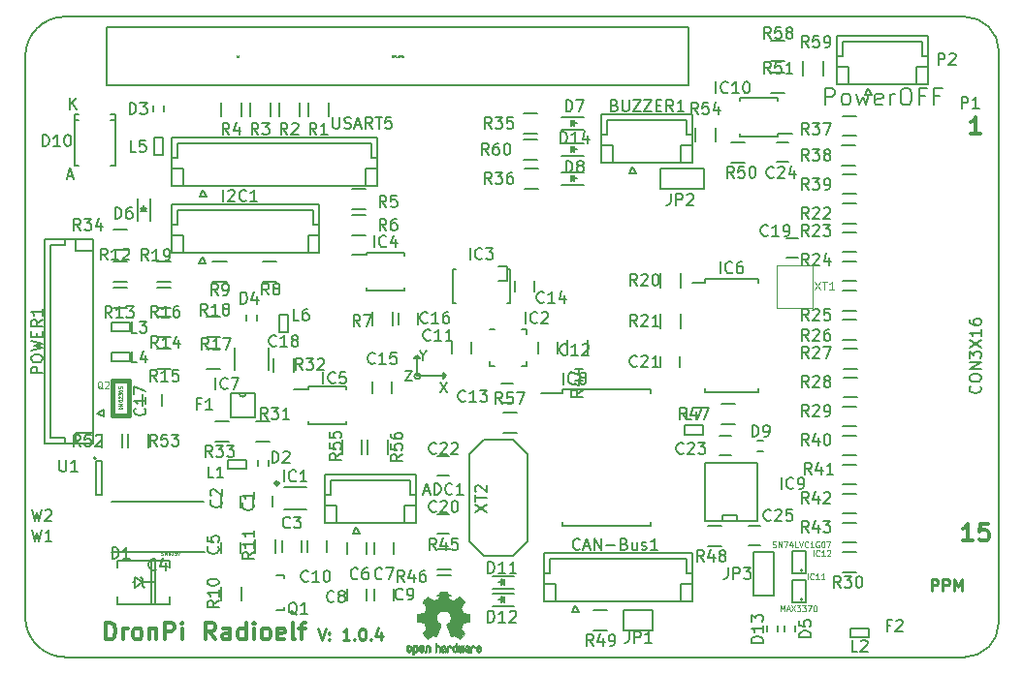
<source format=gto>
G04 #@! TF.FileFunction,Legend,Top*
%FSLAX46Y46*%
G04 Gerber Fmt 4.6, Leading zero omitted, Abs format (unit mm)*
G04 Created by KiCad (PCBNEW 201609300949+7268~55~ubuntu14.04.1-) date Sun Oct  2 06:57:28 2016*
%MOMM*%
%LPD*%
G01*
G04 APERTURE LIST*
%ADD10C,0.100000*%
%ADD11C,0.150000*%
%ADD12C,0.250000*%
%ADD13C,0.300000*%
%ADD14C,0.200000*%
%ADD15C,0.127000*%
%ADD16C,0.152400*%
%ADD17C,0.198120*%
%ADD18C,0.099060*%
%ADD19C,0.398780*%
%ADD20C,0.010000*%
%ADD21C,0.037500*%
%ADD22C,0.124460*%
%ADD23C,0.071120*%
%ADD24C,0.074930*%
%ADD25C,0.076200*%
%ADD26C,0.075000*%
G04 APERTURE END LIST*
D10*
D11*
X176828285Y-81958571D02*
X176828285Y-80458571D01*
X177399714Y-80458571D01*
X177542571Y-80530000D01*
X177614000Y-80601428D01*
X177685428Y-80744285D01*
X177685428Y-80958571D01*
X177614000Y-81101428D01*
X177542571Y-81172857D01*
X177399714Y-81244285D01*
X176828285Y-81244285D01*
X178542571Y-81958571D02*
X178399714Y-81887142D01*
X178328285Y-81815714D01*
X178256857Y-81672857D01*
X178256857Y-81244285D01*
X178328285Y-81101428D01*
X178399714Y-81030000D01*
X178542571Y-80958571D01*
X178756857Y-80958571D01*
X178899714Y-81030000D01*
X178971142Y-81101428D01*
X179042571Y-81244285D01*
X179042571Y-81672857D01*
X178971142Y-81815714D01*
X178899714Y-81887142D01*
X178756857Y-81958571D01*
X178542571Y-81958571D01*
X179542571Y-80958571D02*
X179828285Y-81958571D01*
X180114000Y-81244285D01*
X180399714Y-81958571D01*
X180685428Y-80958571D01*
X181828285Y-81887142D02*
X181685428Y-81958571D01*
X181399714Y-81958571D01*
X181256857Y-81887142D01*
X181185428Y-81744285D01*
X181185428Y-81172857D01*
X181256857Y-81030000D01*
X181399714Y-80958571D01*
X181685428Y-80958571D01*
X181828285Y-81030000D01*
X181899714Y-81172857D01*
X181899714Y-81315714D01*
X181185428Y-81458571D01*
X182542571Y-81958571D02*
X182542571Y-80958571D01*
X182542571Y-81244285D02*
X182614000Y-81101428D01*
X182685428Y-81030000D01*
X182828285Y-80958571D01*
X182971142Y-80958571D01*
X183756857Y-80458571D02*
X184042571Y-80458571D01*
X184185428Y-80530000D01*
X184328285Y-80672857D01*
X184399714Y-80958571D01*
X184399714Y-81458571D01*
X184328285Y-81744285D01*
X184185428Y-81887142D01*
X184042571Y-81958571D01*
X183756857Y-81958571D01*
X183614000Y-81887142D01*
X183471142Y-81744285D01*
X183399714Y-81458571D01*
X183399714Y-80958571D01*
X183471142Y-80672857D01*
X183614000Y-80530000D01*
X183756857Y-80458571D01*
X185542571Y-81172857D02*
X185042571Y-81172857D01*
X185042571Y-81958571D02*
X185042571Y-80458571D01*
X185756857Y-80458571D01*
X186828285Y-81172857D02*
X186328285Y-81172857D01*
X186328285Y-81958571D02*
X186328285Y-80458571D01*
X187042571Y-80458571D01*
D12*
X186118666Y-124404380D02*
X186118666Y-123404380D01*
X186499619Y-123404380D01*
X186594857Y-123452000D01*
X186642476Y-123499619D01*
X186690095Y-123594857D01*
X186690095Y-123737714D01*
X186642476Y-123832952D01*
X186594857Y-123880571D01*
X186499619Y-123928190D01*
X186118666Y-123928190D01*
X187118666Y-124404380D02*
X187118666Y-123404380D01*
X187499619Y-123404380D01*
X187594857Y-123452000D01*
X187642476Y-123499619D01*
X187690095Y-123594857D01*
X187690095Y-123737714D01*
X187642476Y-123832952D01*
X187594857Y-123880571D01*
X187499619Y-123928190D01*
X187118666Y-123928190D01*
X188118666Y-124404380D02*
X188118666Y-123404380D01*
X188452000Y-124118666D01*
X188785333Y-123404380D01*
X188785333Y-124404380D01*
D13*
X189706285Y-120058571D02*
X188849142Y-120058571D01*
X189277714Y-120058571D02*
X189277714Y-118558571D01*
X189134857Y-118772857D01*
X188992000Y-118915714D01*
X188849142Y-118987142D01*
X191063428Y-118558571D02*
X190349142Y-118558571D01*
X190277714Y-119272857D01*
X190349142Y-119201428D01*
X190492000Y-119130000D01*
X190849142Y-119130000D01*
X190992000Y-119201428D01*
X191063428Y-119272857D01*
X191134857Y-119415714D01*
X191134857Y-119772857D01*
X191063428Y-119915714D01*
X190992000Y-119987142D01*
X190849142Y-120058571D01*
X190492000Y-120058571D01*
X190349142Y-119987142D01*
X190277714Y-119915714D01*
X190420571Y-84498571D02*
X189563428Y-84498571D01*
X189992000Y-84498571D02*
X189992000Y-82998571D01*
X189849142Y-83212857D01*
X189706285Y-83355714D01*
X189563428Y-83427142D01*
D12*
X132524857Y-127722380D02*
X132858190Y-128722380D01*
X133191523Y-127722380D01*
X133524857Y-128627142D02*
X133572476Y-128674761D01*
X133524857Y-128722380D01*
X133477238Y-128674761D01*
X133524857Y-128627142D01*
X133524857Y-128722380D01*
X133524857Y-128103333D02*
X133572476Y-128150952D01*
X133524857Y-128198571D01*
X133477238Y-128150952D01*
X133524857Y-128103333D01*
X133524857Y-128198571D01*
X135286761Y-128722380D02*
X134715333Y-128722380D01*
X135001047Y-128722380D02*
X135001047Y-127722380D01*
X134905809Y-127865238D01*
X134810571Y-127960476D01*
X134715333Y-128008095D01*
X135715333Y-128627142D02*
X135762952Y-128674761D01*
X135715333Y-128722380D01*
X135667714Y-128674761D01*
X135715333Y-128627142D01*
X135715333Y-128722380D01*
X136382000Y-127722380D02*
X136477238Y-127722380D01*
X136572476Y-127770000D01*
X136620095Y-127817619D01*
X136667714Y-127912857D01*
X136715333Y-128103333D01*
X136715333Y-128341428D01*
X136667714Y-128531904D01*
X136620095Y-128627142D01*
X136572476Y-128674761D01*
X136477238Y-128722380D01*
X136382000Y-128722380D01*
X136286761Y-128674761D01*
X136239142Y-128627142D01*
X136191523Y-128531904D01*
X136143904Y-128341428D01*
X136143904Y-128103333D01*
X136191523Y-127912857D01*
X136239142Y-127817619D01*
X136286761Y-127770000D01*
X136382000Y-127722380D01*
X137143904Y-128627142D02*
X137191523Y-128674761D01*
X137143904Y-128722380D01*
X137096285Y-128674761D01*
X137143904Y-128627142D01*
X137143904Y-128722380D01*
X138048666Y-128055714D02*
X138048666Y-128722380D01*
X137810571Y-127674761D02*
X137572476Y-128389047D01*
X138191523Y-128389047D01*
D11*
X190349142Y-106528857D02*
X190396761Y-106576476D01*
X190444380Y-106719333D01*
X190444380Y-106814571D01*
X190396761Y-106957428D01*
X190301523Y-107052666D01*
X190206285Y-107100285D01*
X190015809Y-107147904D01*
X189872952Y-107147904D01*
X189682476Y-107100285D01*
X189587238Y-107052666D01*
X189492000Y-106957428D01*
X189444380Y-106814571D01*
X189444380Y-106719333D01*
X189492000Y-106576476D01*
X189539619Y-106528857D01*
X189444380Y-105909809D02*
X189444380Y-105719333D01*
X189492000Y-105624095D01*
X189587238Y-105528857D01*
X189777714Y-105481238D01*
X190111047Y-105481238D01*
X190301523Y-105528857D01*
X190396761Y-105624095D01*
X190444380Y-105719333D01*
X190444380Y-105909809D01*
X190396761Y-106005047D01*
X190301523Y-106100285D01*
X190111047Y-106147904D01*
X189777714Y-106147904D01*
X189587238Y-106100285D01*
X189492000Y-106005047D01*
X189444380Y-105909809D01*
X190444380Y-105052666D02*
X189444380Y-105052666D01*
X190444380Y-104481238D01*
X189444380Y-104481238D01*
X189444380Y-104100285D02*
X189444380Y-103481238D01*
X189825333Y-103814571D01*
X189825333Y-103671714D01*
X189872952Y-103576476D01*
X189920571Y-103528857D01*
X190015809Y-103481238D01*
X190253904Y-103481238D01*
X190349142Y-103528857D01*
X190396761Y-103576476D01*
X190444380Y-103671714D01*
X190444380Y-103957428D01*
X190396761Y-104052666D01*
X190349142Y-104100285D01*
X189444380Y-103147904D02*
X190444380Y-102481238D01*
X189444380Y-102481238D02*
X190444380Y-103147904D01*
X190444380Y-101576476D02*
X190444380Y-102147904D01*
X190444380Y-101862190D02*
X189444380Y-101862190D01*
X189587238Y-101957428D01*
X189682476Y-102052666D01*
X189730095Y-102147904D01*
X189444380Y-100719333D02*
X189444380Y-100909809D01*
X189492000Y-101005047D01*
X189539619Y-101052666D01*
X189682476Y-101147904D01*
X189872952Y-101195523D01*
X190253904Y-101195523D01*
X190349142Y-101147904D01*
X190396761Y-101100285D01*
X190444380Y-101005047D01*
X190444380Y-100814571D01*
X190396761Y-100719333D01*
X190349142Y-100671714D01*
X190253904Y-100624095D01*
X190015809Y-100624095D01*
X189920571Y-100671714D01*
X189872952Y-100719333D01*
X189825333Y-100814571D01*
X189825333Y-101005047D01*
X189872952Y-101100285D01*
X189920571Y-101147904D01*
X190015809Y-101195523D01*
D13*
X123607142Y-128694571D02*
X123107142Y-127980285D01*
X122750000Y-128694571D02*
X122750000Y-127194571D01*
X123321428Y-127194571D01*
X123464285Y-127266000D01*
X123535714Y-127337428D01*
X123607142Y-127480285D01*
X123607142Y-127694571D01*
X123535714Y-127837428D01*
X123464285Y-127908857D01*
X123321428Y-127980285D01*
X122750000Y-127980285D01*
X124892857Y-128694571D02*
X124892857Y-127908857D01*
X124821428Y-127766000D01*
X124678571Y-127694571D01*
X124392857Y-127694571D01*
X124250000Y-127766000D01*
X124892857Y-128623142D02*
X124750000Y-128694571D01*
X124392857Y-128694571D01*
X124250000Y-128623142D01*
X124178571Y-128480285D01*
X124178571Y-128337428D01*
X124250000Y-128194571D01*
X124392857Y-128123142D01*
X124750000Y-128123142D01*
X124892857Y-128051714D01*
X126250000Y-128694571D02*
X126250000Y-127194571D01*
X126250000Y-128623142D02*
X126107142Y-128694571D01*
X125821428Y-128694571D01*
X125678571Y-128623142D01*
X125607142Y-128551714D01*
X125535714Y-128408857D01*
X125535714Y-127980285D01*
X125607142Y-127837428D01*
X125678571Y-127766000D01*
X125821428Y-127694571D01*
X126107142Y-127694571D01*
X126250000Y-127766000D01*
X126964285Y-128694571D02*
X126964285Y-127694571D01*
X126964285Y-127194571D02*
X126892857Y-127266000D01*
X126964285Y-127337428D01*
X127035714Y-127266000D01*
X126964285Y-127194571D01*
X126964285Y-127337428D01*
X127892857Y-128694571D02*
X127750000Y-128623142D01*
X127678571Y-128551714D01*
X127607142Y-128408857D01*
X127607142Y-127980285D01*
X127678571Y-127837428D01*
X127750000Y-127766000D01*
X127892857Y-127694571D01*
X128107142Y-127694571D01*
X128250000Y-127766000D01*
X128321428Y-127837428D01*
X128392857Y-127980285D01*
X128392857Y-128408857D01*
X128321428Y-128551714D01*
X128250000Y-128623142D01*
X128107142Y-128694571D01*
X127892857Y-128694571D01*
X129607142Y-128623142D02*
X129464285Y-128694571D01*
X129178571Y-128694571D01*
X129035714Y-128623142D01*
X128964285Y-128480285D01*
X128964285Y-127908857D01*
X129035714Y-127766000D01*
X129178571Y-127694571D01*
X129464285Y-127694571D01*
X129607142Y-127766000D01*
X129678571Y-127908857D01*
X129678571Y-128051714D01*
X128964285Y-128194571D01*
X130535714Y-128694571D02*
X130392857Y-128623142D01*
X130321428Y-128480285D01*
X130321428Y-127194571D01*
X130892857Y-127694571D02*
X131464285Y-127694571D01*
X131107142Y-128694571D02*
X131107142Y-127408857D01*
X131178571Y-127266000D01*
X131321428Y-127194571D01*
X131464285Y-127194571D01*
X114026571Y-128694571D02*
X114026571Y-127194571D01*
X114383714Y-127194571D01*
X114598000Y-127266000D01*
X114740857Y-127408857D01*
X114812285Y-127551714D01*
X114883714Y-127837428D01*
X114883714Y-128051714D01*
X114812285Y-128337428D01*
X114740857Y-128480285D01*
X114598000Y-128623142D01*
X114383714Y-128694571D01*
X114026571Y-128694571D01*
X115526571Y-128694571D02*
X115526571Y-127694571D01*
X115526571Y-127980285D02*
X115598000Y-127837428D01*
X115669428Y-127766000D01*
X115812285Y-127694571D01*
X115955142Y-127694571D01*
X116669428Y-128694571D02*
X116526571Y-128623142D01*
X116455142Y-128551714D01*
X116383714Y-128408857D01*
X116383714Y-127980285D01*
X116455142Y-127837428D01*
X116526571Y-127766000D01*
X116669428Y-127694571D01*
X116883714Y-127694571D01*
X117026571Y-127766000D01*
X117098000Y-127837428D01*
X117169428Y-127980285D01*
X117169428Y-128408857D01*
X117098000Y-128551714D01*
X117026571Y-128623142D01*
X116883714Y-128694571D01*
X116669428Y-128694571D01*
X117812285Y-127694571D02*
X117812285Y-128694571D01*
X117812285Y-127837428D02*
X117883714Y-127766000D01*
X118026571Y-127694571D01*
X118240857Y-127694571D01*
X118383714Y-127766000D01*
X118455142Y-127908857D01*
X118455142Y-128694571D01*
X119169428Y-128694571D02*
X119169428Y-127194571D01*
X119740857Y-127194571D01*
X119883714Y-127266000D01*
X119955142Y-127337428D01*
X120026571Y-127480285D01*
X120026571Y-127694571D01*
X119955142Y-127837428D01*
X119883714Y-127908857D01*
X119740857Y-127980285D01*
X119169428Y-127980285D01*
X120669428Y-128694571D02*
X120669428Y-127694571D01*
X120669428Y-127194571D02*
X120598000Y-127266000D01*
X120669428Y-127337428D01*
X120740857Y-127266000D01*
X120669428Y-127194571D01*
X120669428Y-127337428D01*
D11*
X141732000Y-103866952D02*
X141732000Y-104247904D01*
X141465333Y-103447904D02*
X141732000Y-103866952D01*
X141998666Y-103447904D01*
X143243333Y-106241904D02*
X143776666Y-107041904D01*
X143776666Y-106241904D02*
X143243333Y-107041904D01*
X140195333Y-105225904D02*
X140728666Y-105225904D01*
X140195333Y-106025904D01*
X140728666Y-106025904D01*
D14*
X143510000Y-105918000D02*
X143764000Y-105664000D01*
X143510000Y-105410000D02*
X143510000Y-105918000D01*
X143764000Y-105664000D02*
X143510000Y-105410000D01*
X141224000Y-105664000D02*
X143510000Y-105664000D01*
X141224000Y-103886000D02*
X141478000Y-104140000D01*
X140970000Y-104140000D02*
X141478000Y-104140000D01*
X141224000Y-103886000D02*
X140970000Y-104140000D01*
X141478000Y-105664000D02*
G75*
G03X141478000Y-105664000I-254000J0D01*
G01*
X141224000Y-105664000D02*
X141224000Y-104140000D01*
D11*
X164884920Y-80264000D02*
X164884920Y-75184000D01*
X114090000Y-75184000D02*
X114090000Y-80264000D01*
X164890000Y-80264000D02*
X114090000Y-80264000D01*
X114090000Y-75184000D02*
X164890000Y-75184000D01*
X110490000Y-74224000D02*
G75*
G03X106990000Y-77724000I0J-3500000D01*
G01*
X106990000Y-126724000D02*
G75*
G03X110490000Y-130224000I3500000J0D01*
G01*
X110490000Y-130224000D02*
X188990000Y-130224000D01*
X188990000Y-130224000D02*
G75*
G03X191990000Y-127224000I0J3000000D01*
G01*
X191990000Y-127224000D02*
X191990000Y-77224000D01*
X191990000Y-77224000D02*
G75*
G03X188990000Y-74224000I-3000000J0D01*
G01*
X188990000Y-74224000D02*
X110490000Y-74224000D01*
X106990000Y-126724000D02*
X106990000Y-77724000D01*
X147066000Y-121412000D02*
X145796000Y-120142000D01*
X145796000Y-112522000D02*
X147066000Y-111252000D01*
X149606000Y-111252000D02*
X150876000Y-112522000D01*
X149606000Y-121412000D02*
X150876000Y-120142000D01*
X145796000Y-120142000D02*
X145796000Y-112522000D01*
X147066000Y-121412000D02*
X149606000Y-121412000D01*
X150876000Y-120142000D02*
X150876000Y-112522000D01*
X149606000Y-111252000D02*
X147066000Y-111252000D01*
D15*
X129940000Y-101854000D02*
X129140000Y-101854000D01*
X129140000Y-101854000D02*
X129140000Y-100254000D01*
X129140000Y-100254000D02*
X129940000Y-100254000D01*
X129940000Y-100254000D02*
X129940000Y-101854000D01*
D11*
X172705000Y-84675000D02*
X172705000Y-84425000D01*
X169355000Y-84675000D02*
X169355000Y-84425000D01*
X169355000Y-81325000D02*
X169355000Y-81575000D01*
X172705000Y-81325000D02*
X172705000Y-81575000D01*
X172705000Y-84675000D02*
X169355000Y-84675000D01*
X172705000Y-81325000D02*
X169355000Y-81325000D01*
X172705000Y-84425000D02*
X173955000Y-84425000D01*
D13*
X129097421Y-115032000D02*
G75*
G03X129097421Y-115032000I-141421J0D01*
G01*
D11*
X131556000Y-117332000D02*
X129556000Y-117332000D01*
X129556000Y-115332000D02*
X131556000Y-115332000D01*
X118960000Y-108212000D02*
X118960000Y-107212000D01*
X117260000Y-107212000D02*
X117260000Y-108212000D01*
D16*
X124929900Y-109245400D02*
X127038100Y-109245400D01*
X127038100Y-109245400D02*
X127038100Y-107162600D01*
X127038100Y-107162600D02*
X124929900Y-107162600D01*
X124929900Y-107162600D02*
X124929900Y-109245400D01*
X125679200Y-107149900D02*
G75*
G03X126288800Y-107149900I304800J0D01*
G01*
D11*
X141312000Y-101100000D02*
X141312000Y-100100000D01*
X139612000Y-100100000D02*
X139612000Y-101100000D01*
X117898000Y-92044700D02*
X117898000Y-90144700D01*
X116798000Y-92044700D02*
X116798000Y-90144700D01*
X117348000Y-91144700D02*
X117348000Y-90694700D01*
X117098000Y-91194700D02*
X117598000Y-91194700D01*
X117348000Y-91194700D02*
X117098000Y-90944700D01*
X117098000Y-90944700D02*
X117598000Y-90944700D01*
X117598000Y-90944700D02*
X117348000Y-91194700D01*
X153840000Y-84116000D02*
X155740000Y-84116000D01*
X153840000Y-83016000D02*
X155740000Y-83016000D01*
X154740000Y-83566000D02*
X155190000Y-83566000D01*
X154690000Y-83316000D02*
X154690000Y-83816000D01*
X154690000Y-83566000D02*
X154940000Y-83316000D01*
X154940000Y-83316000D02*
X154940000Y-83816000D01*
X154940000Y-83816000D02*
X154690000Y-83566000D01*
X153840000Y-88942000D02*
X155740000Y-88942000D01*
X153840000Y-87842000D02*
X155740000Y-87842000D01*
X154740000Y-88392000D02*
X155190000Y-88392000D01*
X154690000Y-88142000D02*
X154690000Y-88642000D01*
X154690000Y-88392000D02*
X154940000Y-88142000D01*
X154940000Y-88142000D02*
X154940000Y-88642000D01*
X154940000Y-88642000D02*
X154690000Y-88392000D01*
X131675000Y-106529000D02*
X131675000Y-106829000D01*
X135025000Y-106529000D02*
X135025000Y-106829000D01*
X135025000Y-109879000D02*
X135025000Y-109579000D01*
X131675000Y-109879000D02*
X131675000Y-109579000D01*
X131675000Y-106529000D02*
X135025000Y-106529000D01*
X131675000Y-109879000D02*
X135025000Y-109879000D01*
X131675000Y-106829000D02*
X130450000Y-106829000D01*
D17*
X149311360Y-99288600D02*
X149085300Y-99288600D01*
X144538700Y-99288600D02*
X144312640Y-99288600D01*
X144312640Y-99288600D02*
X144312640Y-96291400D01*
X149311360Y-96291400D02*
X149085300Y-96291400D01*
X144538700Y-96291400D02*
X144312640Y-96291400D01*
X149311360Y-99288600D02*
X149311360Y-96291400D01*
X149085300Y-97340420D02*
X148285200Y-97340420D01*
X149085300Y-96042480D02*
X148285200Y-96042480D01*
X149085300Y-97340420D02*
X149085300Y-96042480D01*
D11*
X166331000Y-97133000D02*
X166331000Y-97458000D01*
X170981000Y-97133000D02*
X170981000Y-97458000D01*
X170981000Y-107083000D02*
X170981000Y-106758000D01*
X166331000Y-107083000D02*
X166331000Y-106758000D01*
X166331000Y-97133000D02*
X170981000Y-97133000D01*
X166331000Y-107083000D02*
X170981000Y-107083000D01*
X166331000Y-97458000D02*
X165256000Y-97458000D01*
D15*
X124676000Y-113792000D02*
X124676000Y-112992000D01*
X124676000Y-112992000D02*
X126276000Y-112992000D01*
X126276000Y-112992000D02*
X126276000Y-113792000D01*
X126276000Y-113792000D02*
X124676000Y-113792000D01*
X179032000Y-128524000D02*
X179032000Y-127724000D01*
X179032000Y-127724000D02*
X180632000Y-127724000D01*
X180632000Y-127724000D02*
X180632000Y-128524000D01*
X180632000Y-128524000D02*
X179032000Y-128524000D01*
X114516000Y-101746000D02*
X114516000Y-100946000D01*
X114516000Y-100946000D02*
X116116000Y-100946000D01*
X116116000Y-100946000D02*
X116116000Y-101746000D01*
X116116000Y-101746000D02*
X114516000Y-101746000D01*
X114516000Y-104394000D02*
X114516000Y-103594000D01*
X114516000Y-103594000D02*
X116116000Y-103594000D01*
X116116000Y-103594000D02*
X116116000Y-104394000D01*
X116116000Y-104394000D02*
X114516000Y-104394000D01*
X118218000Y-84760000D02*
X119018000Y-84760000D01*
X119018000Y-84760000D02*
X119018000Y-86360000D01*
X119018000Y-86360000D02*
X118218000Y-86360000D01*
X118218000Y-86360000D02*
X118218000Y-84760000D01*
X164554000Y-110782000D02*
X164554000Y-109982000D01*
X164554000Y-109982000D02*
X166154000Y-109982000D01*
X166154000Y-109982000D02*
X166154000Y-110782000D01*
X166154000Y-110782000D02*
X164554000Y-110782000D01*
D18*
X175755300Y-95940880D02*
X172605700Y-95940880D01*
X172605700Y-95940880D02*
X172605700Y-99664520D01*
X172605700Y-99664520D02*
X175755300Y-99664520D01*
X175755300Y-99664520D02*
X175755300Y-95940880D01*
D11*
X129600240Y-125889160D02*
X129600240Y-125840900D01*
X128899200Y-123090180D02*
X129600240Y-123090180D01*
X129600240Y-123090180D02*
X129600240Y-123339100D01*
X129600240Y-125889160D02*
X129600240Y-126089820D01*
X129600240Y-126089820D02*
X128899200Y-126089820D01*
X128237000Y-113534000D02*
X128237000Y-113034000D01*
X127287000Y-113034000D02*
X127287000Y-113534000D01*
X118143000Y-82046000D02*
X118143000Y-82546000D01*
X119093000Y-82546000D02*
X119093000Y-82046000D01*
X127221000Y-100834000D02*
X127221000Y-100334000D01*
X126271000Y-100334000D02*
X126271000Y-100834000D01*
X174211000Y-128012000D02*
X174211000Y-127512000D01*
X173261000Y-127512000D02*
X173261000Y-128012000D01*
X171446000Y-111285000D02*
X170946000Y-111285000D01*
X170946000Y-112235000D02*
X171446000Y-112235000D01*
X128612000Y-117086000D02*
X128612000Y-116086000D01*
X126912000Y-116086000D02*
X126912000Y-117086000D01*
X124118000Y-120150000D02*
X124118000Y-121150000D01*
X125818000Y-121150000D02*
X125818000Y-120150000D01*
X137450000Y-120200000D02*
X137450000Y-121200000D01*
X139150000Y-121200000D02*
X139150000Y-120200000D01*
X133350000Y-121050000D02*
X133350000Y-120050000D01*
X131650000Y-120050000D02*
X131650000Y-121050000D01*
X145960000Y-103660000D02*
X145960000Y-102660000D01*
X144260000Y-102660000D02*
X144260000Y-103660000D01*
X151472000Y-98290000D02*
X151472000Y-97290000D01*
X149772000Y-97290000D02*
X149772000Y-98290000D01*
X137326000Y-106164000D02*
X137326000Y-107164000D01*
X139026000Y-107164000D02*
X139026000Y-106164000D01*
X173490000Y-95338000D02*
X174490000Y-95338000D01*
X174490000Y-93638000D02*
X173490000Y-93638000D01*
X131715000Y-82950000D02*
X131715000Y-81750000D01*
X133465000Y-81750000D02*
X133465000Y-82950000D01*
X129185000Y-82950000D02*
X129185000Y-81750000D01*
X130935000Y-81750000D02*
X130935000Y-82950000D01*
X126625000Y-82930000D02*
X126625000Y-81730000D01*
X128375000Y-81730000D02*
X128375000Y-82930000D01*
X124105000Y-82960000D02*
X124105000Y-81760000D01*
X125855000Y-81760000D02*
X125855000Y-82960000D01*
X135544000Y-89295000D02*
X136744000Y-89295000D01*
X136744000Y-91045000D02*
X135544000Y-91045000D01*
X135544000Y-91581000D02*
X136744000Y-91581000D01*
X136744000Y-93331000D02*
X135544000Y-93331000D01*
X139051000Y-100050000D02*
X139051000Y-101250000D01*
X137301000Y-101250000D02*
X137301000Y-100050000D01*
X127740000Y-95635000D02*
X128940000Y-95635000D01*
X128940000Y-97385000D02*
X127740000Y-97385000D01*
X124560000Y-97385000D02*
X123360000Y-97385000D01*
X123360000Y-95635000D02*
X124560000Y-95635000D01*
X125843000Y-124048000D02*
X125843000Y-125248000D01*
X124093000Y-125248000D02*
X124093000Y-124048000D01*
X127055000Y-121140000D02*
X127055000Y-119940000D01*
X128805000Y-119940000D02*
X128805000Y-121140000D01*
X115916000Y-97395000D02*
X114716000Y-97395000D01*
X114716000Y-95645000D02*
X115916000Y-95645000D01*
X115916000Y-99681000D02*
X114716000Y-99681000D01*
X114716000Y-97931000D02*
X115916000Y-97931000D01*
X162447000Y-97882000D02*
X162447000Y-96682000D01*
X164197000Y-96682000D02*
X164197000Y-97882000D01*
X162447000Y-101438000D02*
X162447000Y-100238000D01*
X164197000Y-100238000D02*
X164197000Y-101438000D01*
X178320000Y-90545000D02*
X179520000Y-90545000D01*
X179520000Y-92295000D02*
X178320000Y-92295000D01*
X178320000Y-93055000D02*
X179520000Y-93055000D01*
X179520000Y-94805000D02*
X178320000Y-94805000D01*
X178350000Y-95595000D02*
X179550000Y-95595000D01*
X179550000Y-97345000D02*
X178350000Y-97345000D01*
X178350000Y-98165000D02*
X179550000Y-98165000D01*
X179550000Y-99915000D02*
X178350000Y-99915000D01*
X178350000Y-100705000D02*
X179550000Y-100705000D01*
X179550000Y-102455000D02*
X178350000Y-102455000D01*
X178410000Y-103245000D02*
X179610000Y-103245000D01*
X179610000Y-104995000D02*
X178410000Y-104995000D01*
X178410000Y-105775000D02*
X179610000Y-105775000D01*
X179610000Y-107525000D02*
X178410000Y-107525000D01*
X178380000Y-108305000D02*
X179580000Y-108305000D01*
X179580000Y-110055000D02*
X178380000Y-110055000D01*
X178340000Y-121045000D02*
X179540000Y-121045000D01*
X179540000Y-122795000D02*
X178340000Y-122795000D01*
X127162000Y-109615000D02*
X128362000Y-109615000D01*
X128362000Y-111365000D02*
X127162000Y-111365000D01*
X128665000Y-105314000D02*
X128665000Y-104114000D01*
X130415000Y-104114000D02*
X130415000Y-105314000D01*
X123540000Y-109615000D02*
X124740000Y-109615000D01*
X124740000Y-111365000D02*
X123540000Y-111365000D01*
X114716000Y-92851000D02*
X115916000Y-92851000D01*
X115916000Y-94601000D02*
X114716000Y-94601000D01*
X150530000Y-82691000D02*
X151730000Y-82691000D01*
X151730000Y-84441000D02*
X150530000Y-84441000D01*
X150596000Y-87517000D02*
X151796000Y-87517000D01*
X151796000Y-89267000D02*
X150596000Y-89267000D01*
X178330000Y-82895000D02*
X179530000Y-82895000D01*
X179530000Y-84645000D02*
X178330000Y-84645000D01*
X178280000Y-85485000D02*
X179480000Y-85485000D01*
X179480000Y-87235000D02*
X178280000Y-87235000D01*
X178330000Y-87995000D02*
X179530000Y-87995000D01*
X179530000Y-89745000D02*
X178330000Y-89745000D01*
X178350000Y-110845000D02*
X179550000Y-110845000D01*
X179550000Y-112595000D02*
X178350000Y-112595000D01*
X178350000Y-113395000D02*
X179550000Y-113395000D01*
X179550000Y-115145000D02*
X178350000Y-115145000D01*
X178360000Y-115935000D02*
X179560000Y-115935000D01*
X179560000Y-117685000D02*
X178360000Y-117685000D01*
X178350000Y-118475000D02*
X179550000Y-118475000D01*
X179550000Y-120225000D02*
X178350000Y-120225000D01*
X147552000Y-104748000D02*
X147552000Y-104348000D01*
X147552000Y-104748000D02*
X147952000Y-104748000D01*
X150752000Y-104748000D02*
X150752000Y-104348000D01*
X150752000Y-104748000D02*
X150352000Y-104748000D01*
X150752000Y-101548000D02*
X150752000Y-101948000D01*
X150752000Y-101548000D02*
X150352000Y-101548000D01*
X147552000Y-101548000D02*
X147952000Y-101548000D01*
X143010000Y-119468000D02*
X144010000Y-119468000D01*
X144010000Y-117768000D02*
X143010000Y-117768000D01*
X164172000Y-104894000D02*
X164172000Y-103894000D01*
X162472000Y-103894000D02*
X162472000Y-104894000D01*
X143010000Y-114388000D02*
X144010000Y-114388000D01*
X144010000Y-112688000D02*
X143010000Y-112688000D01*
X167648000Y-112610000D02*
X168648000Y-112610000D01*
X168648000Y-110910000D02*
X167648000Y-110910000D01*
X149690000Y-123148000D02*
X147790000Y-123148000D01*
X149690000Y-124248000D02*
X147790000Y-124248000D01*
X148790000Y-123698000D02*
X148340000Y-123698000D01*
X148840000Y-123948000D02*
X148840000Y-123448000D01*
X148840000Y-123698000D02*
X148590000Y-123948000D01*
X148590000Y-123948000D02*
X148590000Y-123448000D01*
X148590000Y-123448000D02*
X148840000Y-123698000D01*
X149690000Y-124672000D02*
X147790000Y-124672000D01*
X149690000Y-125772000D02*
X147790000Y-125772000D01*
X148790000Y-125222000D02*
X148340000Y-125222000D01*
X148840000Y-125472000D02*
X148840000Y-124972000D01*
X148840000Y-125222000D02*
X148590000Y-125472000D01*
X148590000Y-125472000D02*
X148590000Y-124972000D01*
X148590000Y-124972000D02*
X148840000Y-125222000D01*
X153859000Y-106826000D02*
X153859000Y-107171000D01*
X161609000Y-106826000D02*
X161609000Y-107171000D01*
X161609000Y-118726000D02*
X161609000Y-118381000D01*
X153859000Y-118726000D02*
X153859000Y-118381000D01*
X153859000Y-106826000D02*
X161609000Y-106826000D01*
X153859000Y-118726000D02*
X161609000Y-118726000D01*
X153859000Y-107171000D02*
X152034000Y-107171000D01*
X166370000Y-118364000D02*
X166370000Y-113284000D01*
X166370000Y-113284000D02*
X170942000Y-113284000D01*
X170942000Y-113284000D02*
X170942000Y-118364000D01*
X170942000Y-118364000D02*
X166370000Y-118364000D01*
X167894000Y-118364000D02*
X167894000Y-117856000D01*
X167894000Y-117856000D02*
X169164000Y-117856000D01*
X169164000Y-117856000D02*
X169164000Y-118364000D01*
X159258000Y-127889000D02*
X161798000Y-127889000D01*
X161798000Y-126111000D02*
X159258000Y-126111000D01*
X161798000Y-126111000D02*
X161798000Y-127889000D01*
X159258000Y-127889000D02*
X159258000Y-126111000D01*
X154319000Y-103724000D02*
X154319000Y-102524000D01*
X156069000Y-102524000D02*
X156069000Y-103724000D01*
X144176000Y-122541000D02*
X142976000Y-122541000D01*
X142976000Y-120791000D02*
X144176000Y-120791000D01*
X144176000Y-124827000D02*
X142976000Y-124827000D01*
X142976000Y-123077000D02*
X144176000Y-123077000D01*
X169002000Y-109841000D02*
X167802000Y-109841000D01*
X167802000Y-108091000D02*
X169002000Y-108091000D01*
X167798000Y-120509000D02*
X166598000Y-120509000D01*
X166598000Y-118759000D02*
X167798000Y-118759000D01*
X156626000Y-126125000D02*
X157826000Y-126125000D01*
X157826000Y-127875000D02*
X156626000Y-127875000D01*
X125818000Y-117102000D02*
X125818000Y-116102000D01*
X124118000Y-116102000D02*
X124118000Y-117102000D01*
X131130000Y-121050000D02*
X131130000Y-120050000D01*
X129430000Y-120050000D02*
X129430000Y-121050000D01*
X135090000Y-120200000D02*
X135090000Y-121200000D01*
X136790000Y-121200000D02*
X136790000Y-120200000D01*
X136800000Y-125260000D02*
X136800000Y-124260000D01*
X135100000Y-124260000D02*
X135100000Y-125260000D01*
X139170000Y-125270000D02*
X139170000Y-124270000D01*
X137470000Y-124270000D02*
X137470000Y-125270000D01*
X151804000Y-102640000D02*
X151804000Y-103640000D01*
X153504000Y-103640000D02*
X153504000Y-102640000D01*
X149598000Y-106338000D02*
X148598000Y-106338000D01*
X148598000Y-108038000D02*
X149598000Y-108038000D01*
X122844000Y-100471000D02*
X124044000Y-100471000D01*
X124044000Y-102221000D02*
X122844000Y-102221000D01*
X119726000Y-97395000D02*
X118526000Y-97395000D01*
X118526000Y-95645000D02*
X119726000Y-95645000D01*
X119726000Y-102221000D02*
X118526000Y-102221000D01*
X118526000Y-100471000D02*
X119726000Y-100471000D01*
X118526000Y-103265000D02*
X119726000Y-103265000D01*
X119726000Y-105015000D02*
X118526000Y-105015000D01*
X119710000Y-99665000D02*
X118510000Y-99665000D01*
X118510000Y-97915000D02*
X119710000Y-97915000D01*
X122844000Y-103265000D02*
X124044000Y-103265000D01*
X124044000Y-105015000D02*
X122844000Y-105015000D01*
X172630000Y-86920000D02*
X173630000Y-86920000D01*
X173630000Y-85220000D02*
X172630000Y-85220000D01*
X157320000Y-82782000D02*
X157320000Y-86982000D01*
X157320000Y-86982000D02*
X165220000Y-86982000D01*
X165220000Y-86982000D02*
X165220000Y-82782000D01*
X165220000Y-82782000D02*
X157320000Y-82782000D01*
X157320000Y-84582000D02*
X157820000Y-84582000D01*
X157820000Y-84582000D02*
X157820000Y-83282000D01*
X157820000Y-83282000D02*
X164720000Y-83282000D01*
X164720000Y-83282000D02*
X164720000Y-84582000D01*
X164720000Y-84582000D02*
X165220000Y-84582000D01*
X157320000Y-85482000D02*
X158320000Y-85482000D01*
X158320000Y-85482000D02*
X158320000Y-86982000D01*
X165220000Y-85482000D02*
X164220000Y-85482000D01*
X164220000Y-85482000D02*
X164220000Y-86982000D01*
X160020000Y-87332000D02*
X159720000Y-87932000D01*
X159720000Y-87932000D02*
X160320000Y-87932000D01*
X160320000Y-87932000D02*
X160020000Y-87332000D01*
X169850000Y-86975000D02*
X168650000Y-86975000D01*
X168650000Y-85225000D02*
X169850000Y-85225000D01*
X172120000Y-79135000D02*
X173320000Y-79135000D01*
X173320000Y-80885000D02*
X172120000Y-80885000D01*
X119808000Y-84814000D02*
X119808000Y-89014000D01*
X119808000Y-89014000D02*
X137708000Y-89014000D01*
X137708000Y-89014000D02*
X137708000Y-84814000D01*
X137708000Y-84814000D02*
X119808000Y-84814000D01*
X119808000Y-86614000D02*
X120308000Y-86614000D01*
X120308000Y-86614000D02*
X120308000Y-85314000D01*
X120308000Y-85314000D02*
X137208000Y-85314000D01*
X137208000Y-85314000D02*
X137208000Y-86614000D01*
X137208000Y-86614000D02*
X137708000Y-86614000D01*
X119808000Y-87514000D02*
X120808000Y-87514000D01*
X120808000Y-87514000D02*
X120808000Y-89014000D01*
X137708000Y-87514000D02*
X136708000Y-87514000D01*
X136708000Y-87514000D02*
X136708000Y-89014000D01*
X122508000Y-89364000D02*
X122208000Y-89964000D01*
X122208000Y-89964000D02*
X122808000Y-89964000D01*
X122808000Y-89964000D02*
X122508000Y-89364000D01*
X119768000Y-90656000D02*
X119768000Y-94856000D01*
X119768000Y-94856000D02*
X132668000Y-94856000D01*
X132668000Y-94856000D02*
X132668000Y-90656000D01*
X132668000Y-90656000D02*
X119768000Y-90656000D01*
X119768000Y-92456000D02*
X120268000Y-92456000D01*
X120268000Y-92456000D02*
X120268000Y-91156000D01*
X120268000Y-91156000D02*
X132168000Y-91156000D01*
X132168000Y-91156000D02*
X132168000Y-92456000D01*
X132168000Y-92456000D02*
X132668000Y-92456000D01*
X119768000Y-93356000D02*
X120768000Y-93356000D01*
X120768000Y-93356000D02*
X120768000Y-94856000D01*
X132668000Y-93356000D02*
X131668000Y-93356000D01*
X131668000Y-93356000D02*
X131668000Y-94856000D01*
X122468000Y-95206000D02*
X122168000Y-95806000D01*
X122168000Y-95806000D02*
X122768000Y-95806000D01*
X122768000Y-95806000D02*
X122468000Y-95206000D01*
X108690000Y-111586000D02*
X112890000Y-111586000D01*
X112890000Y-111586000D02*
X112890000Y-93686000D01*
X112890000Y-93686000D02*
X108690000Y-93686000D01*
X108690000Y-93686000D02*
X108690000Y-111586000D01*
X110490000Y-111586000D02*
X110490000Y-111086000D01*
X110490000Y-111086000D02*
X109190000Y-111086000D01*
X109190000Y-111086000D02*
X109190000Y-94186000D01*
X109190000Y-94186000D02*
X110490000Y-94186000D01*
X110490000Y-94186000D02*
X110490000Y-93686000D01*
X111390000Y-111586000D02*
X111390000Y-110586000D01*
X111390000Y-110586000D02*
X112890000Y-110586000D01*
X111390000Y-93686000D02*
X111390000Y-94686000D01*
X111390000Y-94686000D02*
X112890000Y-94686000D01*
X113240000Y-108886000D02*
X113840000Y-109186000D01*
X113840000Y-109186000D02*
X113840000Y-108586000D01*
X113840000Y-108586000D02*
X113240000Y-108886000D01*
X152320000Y-121136000D02*
X152320000Y-125336000D01*
X152320000Y-125336000D02*
X165220000Y-125336000D01*
X165220000Y-125336000D02*
X165220000Y-121136000D01*
X165220000Y-121136000D02*
X152320000Y-121136000D01*
X152320000Y-122936000D02*
X152820000Y-122936000D01*
X152820000Y-122936000D02*
X152820000Y-121636000D01*
X152820000Y-121636000D02*
X164720000Y-121636000D01*
X164720000Y-121636000D02*
X164720000Y-122936000D01*
X164720000Y-122936000D02*
X165220000Y-122936000D01*
X152320000Y-123836000D02*
X153320000Y-123836000D01*
X153320000Y-123836000D02*
X153320000Y-125336000D01*
X165220000Y-123836000D02*
X164220000Y-123836000D01*
X164220000Y-123836000D02*
X164220000Y-125336000D01*
X155020000Y-125686000D02*
X154720000Y-126286000D01*
X154720000Y-126286000D02*
X155320000Y-126286000D01*
X155320000Y-126286000D02*
X155020000Y-125686000D01*
D19*
X116017040Y-109070140D02*
X114614960Y-109070140D01*
X114614960Y-109070140D02*
X114614960Y-106067860D01*
X114614960Y-106067860D02*
X116017040Y-106067860D01*
X116017040Y-106067860D02*
X116017040Y-109070140D01*
D11*
X115429000Y-110718000D02*
X115429000Y-111918000D01*
X113679000Y-111918000D02*
X113679000Y-110718000D01*
X115965000Y-111918000D02*
X115965000Y-110718000D01*
X117715000Y-110718000D02*
X117715000Y-111918000D01*
X113154000Y-112854000D02*
G75*
G03X113154000Y-112854000I-100000J0D01*
G01*
X113704000Y-113104000D02*
X113204000Y-113104000D01*
X113704000Y-116004000D02*
X113704000Y-113104000D01*
X113204000Y-116004000D02*
X113704000Y-116004000D01*
X113204000Y-113104000D02*
X113204000Y-116004000D01*
X111329940Y-83240860D02*
X111680460Y-83240860D01*
X114830060Y-83240860D02*
X114479540Y-83240860D01*
X111329940Y-87290440D02*
X111680460Y-87290440D01*
X111329940Y-82789560D02*
X111680460Y-82789560D01*
X114830060Y-82789560D02*
X114479540Y-82789560D01*
X114830060Y-87290440D02*
X114479540Y-87290440D01*
X111329940Y-82789560D02*
X111329940Y-87290440D01*
X114830060Y-82789560D02*
X114830060Y-87290440D01*
X166243000Y-87503000D02*
X162433000Y-87503000D01*
X162433000Y-87503000D02*
X162433000Y-89281000D01*
X162433000Y-89281000D02*
X166243000Y-89281000D01*
X166243000Y-87503000D02*
X166243000Y-89281000D01*
X167235000Y-83960000D02*
X167235000Y-85160000D01*
X165485000Y-85160000D02*
X165485000Y-83960000D01*
X133190000Y-114278000D02*
X133190000Y-118478000D01*
X133190000Y-118478000D02*
X141090000Y-118478000D01*
X141090000Y-118478000D02*
X141090000Y-114278000D01*
X141090000Y-114278000D02*
X133190000Y-114278000D01*
X133190000Y-116078000D02*
X133690000Y-116078000D01*
X133690000Y-116078000D02*
X133690000Y-114778000D01*
X133690000Y-114778000D02*
X140590000Y-114778000D01*
X140590000Y-114778000D02*
X140590000Y-116078000D01*
X140590000Y-116078000D02*
X141090000Y-116078000D01*
X133190000Y-116978000D02*
X134190000Y-116978000D01*
X134190000Y-116978000D02*
X134190000Y-118478000D01*
X141090000Y-116978000D02*
X140090000Y-116978000D01*
X140090000Y-116978000D02*
X140090000Y-118478000D01*
X135890000Y-118828000D02*
X135590000Y-119428000D01*
X135590000Y-119428000D02*
X136190000Y-119428000D01*
X136190000Y-119428000D02*
X135890000Y-118828000D01*
X134655000Y-112450000D02*
X134655000Y-111250000D01*
X136405000Y-111250000D02*
X136405000Y-112450000D01*
X136865000Y-112450000D02*
X136865000Y-111250000D01*
X138615000Y-111250000D02*
X138615000Y-112450000D01*
D15*
X116586000Y-123698000D02*
X116382800Y-123698000D01*
X115062000Y-121793000D02*
X119634000Y-121793000D01*
X119634000Y-121793000D02*
X119634000Y-122428000D01*
X118008400Y-125603000D02*
X118008400Y-121793000D01*
X118338600Y-125603000D02*
X118338600Y-121793000D01*
X115062000Y-124968000D02*
X115062000Y-125603000D01*
X115062000Y-125603000D02*
X119634000Y-125603000D01*
X119634000Y-125603000D02*
X119634000Y-124968000D01*
X115062000Y-122428000D02*
X115062000Y-121793000D01*
X117221000Y-123698000D02*
X116586000Y-123223020D01*
X116586000Y-123223020D02*
X116586000Y-123698000D01*
X116586000Y-123698000D02*
X116586000Y-124172980D01*
X116586000Y-124172980D02*
X117221000Y-123698000D01*
X117221000Y-123698000D02*
X117221000Y-123380500D01*
X117221000Y-123380500D02*
X117063520Y-123223020D01*
X117221000Y-123698000D02*
X117221000Y-124015500D01*
X117221000Y-124015500D02*
X117378480Y-124172980D01*
X117221000Y-123698000D02*
X118330980Y-123698000D01*
D11*
X171188000Y-118784000D02*
X170188000Y-118784000D01*
X170188000Y-120484000D02*
X171188000Y-120484000D01*
X174864000Y-125160000D02*
G75*
G03X174864000Y-125160000I-100000J0D01*
G01*
X173964000Y-125460000D02*
X173964000Y-123460000D01*
X173964000Y-123460000D02*
X175164000Y-123460000D01*
X175164000Y-123460000D02*
X175164000Y-125460000D01*
X175164000Y-125460000D02*
X173964000Y-125460000D01*
X172339000Y-124841000D02*
X172339000Y-121031000D01*
X172339000Y-121031000D02*
X170561000Y-121031000D01*
X170561000Y-121031000D02*
X170561000Y-124841000D01*
X172339000Y-124841000D02*
X170561000Y-124841000D01*
X174864000Y-122620000D02*
G75*
G03X174864000Y-122620000I-100000J0D01*
G01*
X173964000Y-122920000D02*
X173964000Y-120920000D01*
X173964000Y-120920000D02*
X175164000Y-120920000D01*
X175164000Y-120920000D02*
X175164000Y-122920000D01*
X175164000Y-122920000D02*
X173964000Y-122920000D01*
X172687000Y-128012000D02*
X172687000Y-127512000D01*
X171737000Y-127512000D02*
X171737000Y-128012000D01*
X136755000Y-94845000D02*
X136755000Y-95020000D01*
X140105000Y-94845000D02*
X140105000Y-95095000D01*
X140105000Y-98195000D02*
X140105000Y-97945000D01*
X136755000Y-98195000D02*
X136755000Y-97945000D01*
X136755000Y-94845000D02*
X140105000Y-94845000D01*
X136755000Y-98195000D02*
X140105000Y-98195000D01*
X136755000Y-95020000D02*
X135505000Y-95020000D01*
X122564000Y-116672000D02*
X114564000Y-116672000D01*
X114564000Y-121072000D02*
X122664000Y-121072000D01*
D20*
G36*
X141109744Y-129173918D02*
X141165201Y-129201568D01*
X141214148Y-129252480D01*
X141227629Y-129271338D01*
X141242314Y-129296015D01*
X141251842Y-129322816D01*
X141257293Y-129358587D01*
X141259747Y-129410169D01*
X141260286Y-129478267D01*
X141257852Y-129571588D01*
X141249394Y-129641657D01*
X141233174Y-129693931D01*
X141207454Y-129733869D01*
X141170497Y-129766929D01*
X141167782Y-129768886D01*
X141131360Y-129788908D01*
X141087502Y-129798815D01*
X141031724Y-129801257D01*
X140941048Y-129801257D01*
X140941010Y-129889283D01*
X140940166Y-129938308D01*
X140935024Y-129967065D01*
X140921587Y-129984311D01*
X140895858Y-129998808D01*
X140889679Y-130001769D01*
X140860764Y-130015648D01*
X140838376Y-130024414D01*
X140821729Y-130025171D01*
X140810036Y-130015023D01*
X140802510Y-129991073D01*
X140798366Y-129950426D01*
X140796815Y-129890186D01*
X140797071Y-129807455D01*
X140798349Y-129699339D01*
X140798748Y-129667000D01*
X140800185Y-129555524D01*
X140801472Y-129482603D01*
X140940971Y-129482603D01*
X140941755Y-129544499D01*
X140945240Y-129584997D01*
X140953124Y-129611708D01*
X140967105Y-129632244D01*
X140976597Y-129642260D01*
X141015404Y-129671567D01*
X141049763Y-129673952D01*
X141085216Y-129649750D01*
X141086114Y-129648857D01*
X141100539Y-129630153D01*
X141109313Y-129604732D01*
X141113739Y-129565584D01*
X141115118Y-129505697D01*
X141115143Y-129492430D01*
X141111812Y-129409901D01*
X141100969Y-129352691D01*
X141081340Y-129317766D01*
X141051650Y-129302094D01*
X141034491Y-129300514D01*
X140993766Y-129307926D01*
X140965832Y-129332330D01*
X140949017Y-129376980D01*
X140941650Y-129445130D01*
X140940971Y-129482603D01*
X140801472Y-129482603D01*
X140801708Y-129469245D01*
X140803677Y-129404333D01*
X140806450Y-129356958D01*
X140810388Y-129323290D01*
X140815849Y-129299498D01*
X140823192Y-129281753D01*
X140832777Y-129266224D01*
X140836887Y-129260381D01*
X140891405Y-129205185D01*
X140960336Y-129173890D01*
X141040072Y-129165165D01*
X141109744Y-129173918D01*
X141109744Y-129173918D01*
G37*
X141109744Y-129173918D02*
X141165201Y-129201568D01*
X141214148Y-129252480D01*
X141227629Y-129271338D01*
X141242314Y-129296015D01*
X141251842Y-129322816D01*
X141257293Y-129358587D01*
X141259747Y-129410169D01*
X141260286Y-129478267D01*
X141257852Y-129571588D01*
X141249394Y-129641657D01*
X141233174Y-129693931D01*
X141207454Y-129733869D01*
X141170497Y-129766929D01*
X141167782Y-129768886D01*
X141131360Y-129788908D01*
X141087502Y-129798815D01*
X141031724Y-129801257D01*
X140941048Y-129801257D01*
X140941010Y-129889283D01*
X140940166Y-129938308D01*
X140935024Y-129967065D01*
X140921587Y-129984311D01*
X140895858Y-129998808D01*
X140889679Y-130001769D01*
X140860764Y-130015648D01*
X140838376Y-130024414D01*
X140821729Y-130025171D01*
X140810036Y-130015023D01*
X140802510Y-129991073D01*
X140798366Y-129950426D01*
X140796815Y-129890186D01*
X140797071Y-129807455D01*
X140798349Y-129699339D01*
X140798748Y-129667000D01*
X140800185Y-129555524D01*
X140801472Y-129482603D01*
X140940971Y-129482603D01*
X140941755Y-129544499D01*
X140945240Y-129584997D01*
X140953124Y-129611708D01*
X140967105Y-129632244D01*
X140976597Y-129642260D01*
X141015404Y-129671567D01*
X141049763Y-129673952D01*
X141085216Y-129649750D01*
X141086114Y-129648857D01*
X141100539Y-129630153D01*
X141109313Y-129604732D01*
X141113739Y-129565584D01*
X141115118Y-129505697D01*
X141115143Y-129492430D01*
X141111812Y-129409901D01*
X141100969Y-129352691D01*
X141081340Y-129317766D01*
X141051650Y-129302094D01*
X141034491Y-129300514D01*
X140993766Y-129307926D01*
X140965832Y-129332330D01*
X140949017Y-129376980D01*
X140941650Y-129445130D01*
X140940971Y-129482603D01*
X140801472Y-129482603D01*
X140801708Y-129469245D01*
X140803677Y-129404333D01*
X140806450Y-129356958D01*
X140810388Y-129323290D01*
X140815849Y-129299498D01*
X140823192Y-129281753D01*
X140832777Y-129266224D01*
X140836887Y-129260381D01*
X140891405Y-129205185D01*
X140960336Y-129173890D01*
X141040072Y-129165165D01*
X141109744Y-129173918D01*
G36*
X142226093Y-129181780D02*
X142272672Y-129208723D01*
X142305057Y-129235466D01*
X142328742Y-129263484D01*
X142345059Y-129297748D01*
X142355339Y-129343227D01*
X142360914Y-129404892D01*
X142363116Y-129487711D01*
X142363371Y-129547246D01*
X142363371Y-129766391D01*
X142301686Y-129794044D01*
X142240000Y-129821697D01*
X142232743Y-129581670D01*
X142229744Y-129492028D01*
X142226598Y-129426962D01*
X142222701Y-129382026D01*
X142217447Y-129352770D01*
X142210231Y-129334748D01*
X142200450Y-129323511D01*
X142197312Y-129321079D01*
X142149761Y-129302083D01*
X142101697Y-129309600D01*
X142073086Y-129329543D01*
X142061447Y-129343675D01*
X142053391Y-129362220D01*
X142048271Y-129390334D01*
X142045441Y-129433173D01*
X142044256Y-129495895D01*
X142044057Y-129561261D01*
X142044018Y-129643268D01*
X142042614Y-129701316D01*
X142037914Y-129740465D01*
X142027987Y-129765780D01*
X142010903Y-129782323D01*
X141984732Y-129795156D01*
X141949775Y-129808491D01*
X141911596Y-129823007D01*
X141916141Y-129565389D01*
X141917971Y-129472519D01*
X141920112Y-129403889D01*
X141923181Y-129354711D01*
X141927794Y-129320198D01*
X141934568Y-129295562D01*
X141944119Y-129276016D01*
X141955634Y-129258770D01*
X142011190Y-129203680D01*
X142078980Y-129171822D01*
X142152713Y-129164191D01*
X142226093Y-129181780D01*
X142226093Y-129181780D01*
G37*
X142226093Y-129181780D02*
X142272672Y-129208723D01*
X142305057Y-129235466D01*
X142328742Y-129263484D01*
X142345059Y-129297748D01*
X142355339Y-129343227D01*
X142360914Y-129404892D01*
X142363116Y-129487711D01*
X142363371Y-129547246D01*
X142363371Y-129766391D01*
X142301686Y-129794044D01*
X142240000Y-129821697D01*
X142232743Y-129581670D01*
X142229744Y-129492028D01*
X142226598Y-129426962D01*
X142222701Y-129382026D01*
X142217447Y-129352770D01*
X142210231Y-129334748D01*
X142200450Y-129323511D01*
X142197312Y-129321079D01*
X142149761Y-129302083D01*
X142101697Y-129309600D01*
X142073086Y-129329543D01*
X142061447Y-129343675D01*
X142053391Y-129362220D01*
X142048271Y-129390334D01*
X142045441Y-129433173D01*
X142044256Y-129495895D01*
X142044057Y-129561261D01*
X142044018Y-129643268D01*
X142042614Y-129701316D01*
X142037914Y-129740465D01*
X142027987Y-129765780D01*
X142010903Y-129782323D01*
X141984732Y-129795156D01*
X141949775Y-129808491D01*
X141911596Y-129823007D01*
X141916141Y-129565389D01*
X141917971Y-129472519D01*
X141920112Y-129403889D01*
X141923181Y-129354711D01*
X141927794Y-129320198D01*
X141934568Y-129295562D01*
X141944119Y-129276016D01*
X141955634Y-129258770D01*
X142011190Y-129203680D01*
X142078980Y-129171822D01*
X142152713Y-129164191D01*
X142226093Y-129181780D01*
G36*
X140551115Y-129175962D02*
X140619145Y-129211733D01*
X140669351Y-129269301D01*
X140687185Y-129306312D01*
X140701063Y-129361882D01*
X140708167Y-129432096D01*
X140708840Y-129508727D01*
X140703427Y-129583552D01*
X140692270Y-129648342D01*
X140675714Y-129694873D01*
X140670626Y-129702887D01*
X140610355Y-129762707D01*
X140538769Y-129798535D01*
X140461092Y-129809020D01*
X140382548Y-129792810D01*
X140360689Y-129783092D01*
X140318122Y-129753143D01*
X140280763Y-129713433D01*
X140277232Y-129708397D01*
X140262881Y-129684124D01*
X140253394Y-129658178D01*
X140247790Y-129624022D01*
X140245086Y-129575119D01*
X140244299Y-129504935D01*
X140244286Y-129489200D01*
X140244322Y-129484192D01*
X140389429Y-129484192D01*
X140390273Y-129550430D01*
X140393596Y-129594386D01*
X140400583Y-129622779D01*
X140412416Y-129642325D01*
X140418457Y-129648857D01*
X140453186Y-129673680D01*
X140486903Y-129672548D01*
X140520995Y-129651016D01*
X140541329Y-129628029D01*
X140553371Y-129594478D01*
X140560134Y-129541569D01*
X140560598Y-129535399D01*
X140561752Y-129439513D01*
X140549688Y-129368299D01*
X140524570Y-129322194D01*
X140486560Y-129301635D01*
X140472992Y-129300514D01*
X140437364Y-129306152D01*
X140412994Y-129325686D01*
X140398093Y-129363042D01*
X140390875Y-129422150D01*
X140389429Y-129484192D01*
X140244322Y-129484192D01*
X140244826Y-129414413D01*
X140247096Y-129362159D01*
X140252068Y-129325949D01*
X140260713Y-129299299D01*
X140274005Y-129275722D01*
X140276943Y-129271338D01*
X140326313Y-129212249D01*
X140380109Y-129177947D01*
X140445602Y-129164331D01*
X140467842Y-129163665D01*
X140551115Y-129175962D01*
X140551115Y-129175962D01*
G37*
X140551115Y-129175962D02*
X140619145Y-129211733D01*
X140669351Y-129269301D01*
X140687185Y-129306312D01*
X140701063Y-129361882D01*
X140708167Y-129432096D01*
X140708840Y-129508727D01*
X140703427Y-129583552D01*
X140692270Y-129648342D01*
X140675714Y-129694873D01*
X140670626Y-129702887D01*
X140610355Y-129762707D01*
X140538769Y-129798535D01*
X140461092Y-129809020D01*
X140382548Y-129792810D01*
X140360689Y-129783092D01*
X140318122Y-129753143D01*
X140280763Y-129713433D01*
X140277232Y-129708397D01*
X140262881Y-129684124D01*
X140253394Y-129658178D01*
X140247790Y-129624022D01*
X140245086Y-129575119D01*
X140244299Y-129504935D01*
X140244286Y-129489200D01*
X140244322Y-129484192D01*
X140389429Y-129484192D01*
X140390273Y-129550430D01*
X140393596Y-129594386D01*
X140400583Y-129622779D01*
X140412416Y-129642325D01*
X140418457Y-129648857D01*
X140453186Y-129673680D01*
X140486903Y-129672548D01*
X140520995Y-129651016D01*
X140541329Y-129628029D01*
X140553371Y-129594478D01*
X140560134Y-129541569D01*
X140560598Y-129535399D01*
X140561752Y-129439513D01*
X140549688Y-129368299D01*
X140524570Y-129322194D01*
X140486560Y-129301635D01*
X140472992Y-129300514D01*
X140437364Y-129306152D01*
X140412994Y-129325686D01*
X140398093Y-129363042D01*
X140390875Y-129422150D01*
X140389429Y-129484192D01*
X140244322Y-129484192D01*
X140244826Y-129414413D01*
X140247096Y-129362159D01*
X140252068Y-129325949D01*
X140260713Y-129299299D01*
X140274005Y-129275722D01*
X140276943Y-129271338D01*
X140326313Y-129212249D01*
X140380109Y-129177947D01*
X140445602Y-129164331D01*
X140467842Y-129163665D01*
X140551115Y-129175962D01*
G36*
X141678303Y-129185239D02*
X141735527Y-129223735D01*
X141779749Y-129279335D01*
X141806167Y-129350086D01*
X141811510Y-129402162D01*
X141810903Y-129423893D01*
X141805822Y-129440531D01*
X141791855Y-129455437D01*
X141764589Y-129471973D01*
X141719612Y-129493498D01*
X141652511Y-129523374D01*
X141652171Y-129523524D01*
X141590407Y-129551813D01*
X141539759Y-129576933D01*
X141505404Y-129596179D01*
X141492518Y-129606848D01*
X141492514Y-129606934D01*
X141503872Y-129630166D01*
X141530431Y-129655774D01*
X141560923Y-129674221D01*
X141576370Y-129677886D01*
X141618515Y-129665212D01*
X141654808Y-129633471D01*
X141672517Y-129598572D01*
X141689552Y-129572845D01*
X141722922Y-129543546D01*
X141762149Y-129518235D01*
X141796756Y-129504471D01*
X141803993Y-129503714D01*
X141812139Y-129516160D01*
X141812630Y-129547972D01*
X141806643Y-129590866D01*
X141795357Y-129636558D01*
X141779950Y-129676761D01*
X141779171Y-129678322D01*
X141732804Y-129743062D01*
X141672711Y-129787097D01*
X141604465Y-129808711D01*
X141533638Y-129806185D01*
X141465804Y-129777804D01*
X141462788Y-129775808D01*
X141409427Y-129727448D01*
X141374340Y-129664352D01*
X141354922Y-129581387D01*
X141352316Y-129558078D01*
X141347701Y-129448055D01*
X141353233Y-129396748D01*
X141492514Y-129396748D01*
X141494324Y-129428753D01*
X141504222Y-129438093D01*
X141528898Y-129431105D01*
X141567795Y-129414587D01*
X141611275Y-129393881D01*
X141612356Y-129393333D01*
X141649209Y-129373949D01*
X141664000Y-129361013D01*
X141660353Y-129347451D01*
X141644995Y-129329632D01*
X141605923Y-129303845D01*
X141563846Y-129301950D01*
X141526103Y-129320717D01*
X141500034Y-129356915D01*
X141492514Y-129396748D01*
X141353233Y-129396748D01*
X141357194Y-129360027D01*
X141381550Y-129290212D01*
X141415456Y-129241302D01*
X141476653Y-129191878D01*
X141544063Y-129167359D01*
X141612880Y-129165797D01*
X141678303Y-129185239D01*
X141678303Y-129185239D01*
G37*
X141678303Y-129185239D02*
X141735527Y-129223735D01*
X141779749Y-129279335D01*
X141806167Y-129350086D01*
X141811510Y-129402162D01*
X141810903Y-129423893D01*
X141805822Y-129440531D01*
X141791855Y-129455437D01*
X141764589Y-129471973D01*
X141719612Y-129493498D01*
X141652511Y-129523374D01*
X141652171Y-129523524D01*
X141590407Y-129551813D01*
X141539759Y-129576933D01*
X141505404Y-129596179D01*
X141492518Y-129606848D01*
X141492514Y-129606934D01*
X141503872Y-129630166D01*
X141530431Y-129655774D01*
X141560923Y-129674221D01*
X141576370Y-129677886D01*
X141618515Y-129665212D01*
X141654808Y-129633471D01*
X141672517Y-129598572D01*
X141689552Y-129572845D01*
X141722922Y-129543546D01*
X141762149Y-129518235D01*
X141796756Y-129504471D01*
X141803993Y-129503714D01*
X141812139Y-129516160D01*
X141812630Y-129547972D01*
X141806643Y-129590866D01*
X141795357Y-129636558D01*
X141779950Y-129676761D01*
X141779171Y-129678322D01*
X141732804Y-129743062D01*
X141672711Y-129787097D01*
X141604465Y-129808711D01*
X141533638Y-129806185D01*
X141465804Y-129777804D01*
X141462788Y-129775808D01*
X141409427Y-129727448D01*
X141374340Y-129664352D01*
X141354922Y-129581387D01*
X141352316Y-129558078D01*
X141347701Y-129448055D01*
X141353233Y-129396748D01*
X141492514Y-129396748D01*
X141494324Y-129428753D01*
X141504222Y-129438093D01*
X141528898Y-129431105D01*
X141567795Y-129414587D01*
X141611275Y-129393881D01*
X141612356Y-129393333D01*
X141649209Y-129373949D01*
X141664000Y-129361013D01*
X141660353Y-129347451D01*
X141644995Y-129329632D01*
X141605923Y-129303845D01*
X141563846Y-129301950D01*
X141526103Y-129320717D01*
X141500034Y-129356915D01*
X141492514Y-129396748D01*
X141353233Y-129396748D01*
X141357194Y-129360027D01*
X141381550Y-129290212D01*
X141415456Y-129241302D01*
X141476653Y-129191878D01*
X141544063Y-129167359D01*
X141612880Y-129165797D01*
X141678303Y-129185239D01*
G36*
X142885886Y-129105289D02*
X142890139Y-129164613D01*
X142895025Y-129199572D01*
X142901795Y-129214820D01*
X142911702Y-129215015D01*
X142914914Y-129213195D01*
X142957644Y-129200015D01*
X143013227Y-129200785D01*
X143069737Y-129214333D01*
X143105082Y-129231861D01*
X143141321Y-129259861D01*
X143167813Y-129291549D01*
X143185999Y-129331813D01*
X143197322Y-129385543D01*
X143203222Y-129457626D01*
X143205143Y-129552951D01*
X143205177Y-129571237D01*
X143205200Y-129776646D01*
X143159491Y-129792580D01*
X143127027Y-129803420D01*
X143109215Y-129808468D01*
X143108691Y-129808514D01*
X143106937Y-129794828D01*
X143105444Y-129757076D01*
X143104326Y-129700224D01*
X143103697Y-129629234D01*
X143103600Y-129586073D01*
X143103398Y-129500973D01*
X143102358Y-129439981D01*
X143099831Y-129398177D01*
X143095164Y-129370642D01*
X143087707Y-129352456D01*
X143076811Y-129338698D01*
X143070007Y-129332073D01*
X143023272Y-129305375D01*
X142972272Y-129303375D01*
X142926001Y-129325955D01*
X142917444Y-129334107D01*
X142904893Y-129349436D01*
X142896188Y-129367618D01*
X142890631Y-129393909D01*
X142887526Y-129433562D01*
X142886176Y-129491832D01*
X142885886Y-129572173D01*
X142885886Y-129776646D01*
X142840177Y-129792580D01*
X142807713Y-129803420D01*
X142789901Y-129808468D01*
X142789377Y-129808514D01*
X142788037Y-129794623D01*
X142786828Y-129755439D01*
X142785801Y-129694700D01*
X142785002Y-129616141D01*
X142784481Y-129523498D01*
X142784286Y-129420509D01*
X142784286Y-129023342D01*
X142831457Y-129003444D01*
X142878629Y-128983547D01*
X142885886Y-129105289D01*
X142885886Y-129105289D01*
G37*
X142885886Y-129105289D02*
X142890139Y-129164613D01*
X142895025Y-129199572D01*
X142901795Y-129214820D01*
X142911702Y-129215015D01*
X142914914Y-129213195D01*
X142957644Y-129200015D01*
X143013227Y-129200785D01*
X143069737Y-129214333D01*
X143105082Y-129231861D01*
X143141321Y-129259861D01*
X143167813Y-129291549D01*
X143185999Y-129331813D01*
X143197322Y-129385543D01*
X143203222Y-129457626D01*
X143205143Y-129552951D01*
X143205177Y-129571237D01*
X143205200Y-129776646D01*
X143159491Y-129792580D01*
X143127027Y-129803420D01*
X143109215Y-129808468D01*
X143108691Y-129808514D01*
X143106937Y-129794828D01*
X143105444Y-129757076D01*
X143104326Y-129700224D01*
X143103697Y-129629234D01*
X143103600Y-129586073D01*
X143103398Y-129500973D01*
X143102358Y-129439981D01*
X143099831Y-129398177D01*
X143095164Y-129370642D01*
X143087707Y-129352456D01*
X143076811Y-129338698D01*
X143070007Y-129332073D01*
X143023272Y-129305375D01*
X142972272Y-129303375D01*
X142926001Y-129325955D01*
X142917444Y-129334107D01*
X142904893Y-129349436D01*
X142896188Y-129367618D01*
X142890631Y-129393909D01*
X142887526Y-129433562D01*
X142886176Y-129491832D01*
X142885886Y-129572173D01*
X142885886Y-129776646D01*
X142840177Y-129792580D01*
X142807713Y-129803420D01*
X142789901Y-129808468D01*
X142789377Y-129808514D01*
X142788037Y-129794623D01*
X142786828Y-129755439D01*
X142785801Y-129694700D01*
X142785002Y-129616141D01*
X142784481Y-129523498D01*
X142784286Y-129420509D01*
X142784286Y-129023342D01*
X142831457Y-129003444D01*
X142878629Y-128983547D01*
X142885886Y-129105289D01*
G36*
X143549744Y-129204968D02*
X143606616Y-129226087D01*
X143607267Y-129226493D01*
X143642440Y-129252380D01*
X143668407Y-129282633D01*
X143686670Y-129322058D01*
X143698732Y-129375462D01*
X143706096Y-129447651D01*
X143710264Y-129543432D01*
X143710629Y-129557078D01*
X143715876Y-129762842D01*
X143671716Y-129785678D01*
X143639763Y-129801110D01*
X143620470Y-129808423D01*
X143619578Y-129808514D01*
X143616239Y-129795022D01*
X143613587Y-129758626D01*
X143611956Y-129705452D01*
X143611600Y-129662393D01*
X143611592Y-129592641D01*
X143608403Y-129548837D01*
X143597288Y-129527944D01*
X143573501Y-129526925D01*
X143532296Y-129542741D01*
X143470086Y-129571815D01*
X143424341Y-129595963D01*
X143400813Y-129616913D01*
X143393896Y-129639747D01*
X143393886Y-129640877D01*
X143405299Y-129680212D01*
X143439092Y-129701462D01*
X143490809Y-129704539D01*
X143528061Y-129704006D01*
X143547703Y-129714735D01*
X143559952Y-129740505D01*
X143567002Y-129773337D01*
X143556842Y-129791966D01*
X143553017Y-129794632D01*
X143517001Y-129805340D01*
X143466566Y-129806856D01*
X143414626Y-129799759D01*
X143377822Y-129786788D01*
X143326938Y-129743585D01*
X143298014Y-129683446D01*
X143292286Y-129636462D01*
X143296657Y-129594082D01*
X143312475Y-129559488D01*
X143343797Y-129528763D01*
X143394678Y-129497990D01*
X143469176Y-129463252D01*
X143473714Y-129461288D01*
X143540821Y-129430287D01*
X143582232Y-129404862D01*
X143599981Y-129382014D01*
X143596107Y-129358745D01*
X143572643Y-129332056D01*
X143565627Y-129325914D01*
X143518630Y-129302100D01*
X143469933Y-129303103D01*
X143427522Y-129326451D01*
X143399384Y-129369675D01*
X143396769Y-129378160D01*
X143371308Y-129419308D01*
X143339001Y-129439128D01*
X143292286Y-129458770D01*
X143292286Y-129407950D01*
X143306496Y-129334082D01*
X143348675Y-129266327D01*
X143370624Y-129243661D01*
X143420517Y-129214569D01*
X143483967Y-129201400D01*
X143549744Y-129204968D01*
X143549744Y-129204968D01*
G37*
X143549744Y-129204968D02*
X143606616Y-129226087D01*
X143607267Y-129226493D01*
X143642440Y-129252380D01*
X143668407Y-129282633D01*
X143686670Y-129322058D01*
X143698732Y-129375462D01*
X143706096Y-129447651D01*
X143710264Y-129543432D01*
X143710629Y-129557078D01*
X143715876Y-129762842D01*
X143671716Y-129785678D01*
X143639763Y-129801110D01*
X143620470Y-129808423D01*
X143619578Y-129808514D01*
X143616239Y-129795022D01*
X143613587Y-129758626D01*
X143611956Y-129705452D01*
X143611600Y-129662393D01*
X143611592Y-129592641D01*
X143608403Y-129548837D01*
X143597288Y-129527944D01*
X143573501Y-129526925D01*
X143532296Y-129542741D01*
X143470086Y-129571815D01*
X143424341Y-129595963D01*
X143400813Y-129616913D01*
X143393896Y-129639747D01*
X143393886Y-129640877D01*
X143405299Y-129680212D01*
X143439092Y-129701462D01*
X143490809Y-129704539D01*
X143528061Y-129704006D01*
X143547703Y-129714735D01*
X143559952Y-129740505D01*
X143567002Y-129773337D01*
X143556842Y-129791966D01*
X143553017Y-129794632D01*
X143517001Y-129805340D01*
X143466566Y-129806856D01*
X143414626Y-129799759D01*
X143377822Y-129786788D01*
X143326938Y-129743585D01*
X143298014Y-129683446D01*
X143292286Y-129636462D01*
X143296657Y-129594082D01*
X143312475Y-129559488D01*
X143343797Y-129528763D01*
X143394678Y-129497990D01*
X143469176Y-129463252D01*
X143473714Y-129461288D01*
X143540821Y-129430287D01*
X143582232Y-129404862D01*
X143599981Y-129382014D01*
X143596107Y-129358745D01*
X143572643Y-129332056D01*
X143565627Y-129325914D01*
X143518630Y-129302100D01*
X143469933Y-129303103D01*
X143427522Y-129326451D01*
X143399384Y-129369675D01*
X143396769Y-129378160D01*
X143371308Y-129419308D01*
X143339001Y-129439128D01*
X143292286Y-129458770D01*
X143292286Y-129407950D01*
X143306496Y-129334082D01*
X143348675Y-129266327D01*
X143370624Y-129243661D01*
X143420517Y-129214569D01*
X143483967Y-129201400D01*
X143549744Y-129204968D01*
G36*
X144039926Y-129203755D02*
X144105858Y-129228084D01*
X144159273Y-129271117D01*
X144180164Y-129301409D01*
X144202939Y-129356994D01*
X144202466Y-129397186D01*
X144178562Y-129424217D01*
X144169717Y-129428813D01*
X144131530Y-129443144D01*
X144112028Y-129439472D01*
X144105422Y-129415407D01*
X144105086Y-129402114D01*
X144092992Y-129353210D01*
X144061471Y-129318999D01*
X144017659Y-129302476D01*
X143968695Y-129306634D01*
X143928894Y-129328227D01*
X143915450Y-129340544D01*
X143905921Y-129355487D01*
X143899485Y-129378075D01*
X143895317Y-129413328D01*
X143892597Y-129466266D01*
X143890502Y-129541907D01*
X143889960Y-129565857D01*
X143887981Y-129647790D01*
X143885731Y-129705455D01*
X143882357Y-129743608D01*
X143877006Y-129767004D01*
X143868824Y-129780398D01*
X143856959Y-129788545D01*
X143849362Y-129792144D01*
X143817102Y-129804452D01*
X143798111Y-129808514D01*
X143791836Y-129794948D01*
X143788006Y-129753934D01*
X143786600Y-129684999D01*
X143787598Y-129587669D01*
X143787908Y-129572657D01*
X143790101Y-129483859D01*
X143792693Y-129419019D01*
X143796382Y-129373067D01*
X143801864Y-129340935D01*
X143809835Y-129317553D01*
X143820993Y-129297852D01*
X143826830Y-129289410D01*
X143860296Y-129252057D01*
X143897727Y-129223003D01*
X143902309Y-129220467D01*
X143969426Y-129200443D01*
X144039926Y-129203755D01*
X144039926Y-129203755D01*
G37*
X144039926Y-129203755D02*
X144105858Y-129228084D01*
X144159273Y-129271117D01*
X144180164Y-129301409D01*
X144202939Y-129356994D01*
X144202466Y-129397186D01*
X144178562Y-129424217D01*
X144169717Y-129428813D01*
X144131530Y-129443144D01*
X144112028Y-129439472D01*
X144105422Y-129415407D01*
X144105086Y-129402114D01*
X144092992Y-129353210D01*
X144061471Y-129318999D01*
X144017659Y-129302476D01*
X143968695Y-129306634D01*
X143928894Y-129328227D01*
X143915450Y-129340544D01*
X143905921Y-129355487D01*
X143899485Y-129378075D01*
X143895317Y-129413328D01*
X143892597Y-129466266D01*
X143890502Y-129541907D01*
X143889960Y-129565857D01*
X143887981Y-129647790D01*
X143885731Y-129705455D01*
X143882357Y-129743608D01*
X143877006Y-129767004D01*
X143868824Y-129780398D01*
X143856959Y-129788545D01*
X143849362Y-129792144D01*
X143817102Y-129804452D01*
X143798111Y-129808514D01*
X143791836Y-129794948D01*
X143788006Y-129753934D01*
X143786600Y-129684999D01*
X143787598Y-129587669D01*
X143787908Y-129572657D01*
X143790101Y-129483859D01*
X143792693Y-129419019D01*
X143796382Y-129373067D01*
X143801864Y-129340935D01*
X143809835Y-129317553D01*
X143820993Y-129297852D01*
X143826830Y-129289410D01*
X143860296Y-129252057D01*
X143897727Y-129223003D01*
X143902309Y-129220467D01*
X143969426Y-129200443D01*
X144039926Y-129203755D01*
G36*
X144700117Y-129319358D02*
X144699933Y-129427837D01*
X144699219Y-129511287D01*
X144697675Y-129573704D01*
X144695001Y-129619085D01*
X144690894Y-129651429D01*
X144685055Y-129674733D01*
X144677182Y-129692995D01*
X144671221Y-129703418D01*
X144621855Y-129759945D01*
X144559264Y-129795377D01*
X144490013Y-129808090D01*
X144420668Y-129796463D01*
X144379375Y-129775568D01*
X144336025Y-129739422D01*
X144306481Y-129695276D01*
X144288655Y-129637462D01*
X144280463Y-129560313D01*
X144279302Y-129503714D01*
X144279458Y-129499647D01*
X144380857Y-129499647D01*
X144381476Y-129564550D01*
X144384314Y-129607514D01*
X144390840Y-129635622D01*
X144402523Y-129655953D01*
X144416483Y-129671288D01*
X144463365Y-129700890D01*
X144513701Y-129703419D01*
X144561276Y-129678705D01*
X144564979Y-129675356D01*
X144580783Y-129657935D01*
X144590693Y-129637209D01*
X144596058Y-129606362D01*
X144598228Y-129558577D01*
X144598571Y-129505748D01*
X144597827Y-129439381D01*
X144594748Y-129395106D01*
X144588061Y-129366009D01*
X144576496Y-129345173D01*
X144567013Y-129334107D01*
X144522960Y-129306198D01*
X144472224Y-129302843D01*
X144423796Y-129324159D01*
X144414450Y-129332073D01*
X144398540Y-129349647D01*
X144388610Y-129370587D01*
X144383278Y-129401782D01*
X144381163Y-129450122D01*
X144380857Y-129499647D01*
X144279458Y-129499647D01*
X144282810Y-129412568D01*
X144294726Y-129344086D01*
X144317135Y-129292600D01*
X144352124Y-129252443D01*
X144379375Y-129231861D01*
X144428907Y-129209625D01*
X144486316Y-129199304D01*
X144539682Y-129202067D01*
X144569543Y-129213212D01*
X144581261Y-129216383D01*
X144589037Y-129204557D01*
X144594465Y-129172866D01*
X144598571Y-129124593D01*
X144603067Y-129070829D01*
X144609313Y-129038482D01*
X144620676Y-129019985D01*
X144640528Y-129007770D01*
X144653000Y-129002362D01*
X144700171Y-128982601D01*
X144700117Y-129319358D01*
X144700117Y-129319358D01*
G37*
X144700117Y-129319358D02*
X144699933Y-129427837D01*
X144699219Y-129511287D01*
X144697675Y-129573704D01*
X144695001Y-129619085D01*
X144690894Y-129651429D01*
X144685055Y-129674733D01*
X144677182Y-129692995D01*
X144671221Y-129703418D01*
X144621855Y-129759945D01*
X144559264Y-129795377D01*
X144490013Y-129808090D01*
X144420668Y-129796463D01*
X144379375Y-129775568D01*
X144336025Y-129739422D01*
X144306481Y-129695276D01*
X144288655Y-129637462D01*
X144280463Y-129560313D01*
X144279302Y-129503714D01*
X144279458Y-129499647D01*
X144380857Y-129499647D01*
X144381476Y-129564550D01*
X144384314Y-129607514D01*
X144390840Y-129635622D01*
X144402523Y-129655953D01*
X144416483Y-129671288D01*
X144463365Y-129700890D01*
X144513701Y-129703419D01*
X144561276Y-129678705D01*
X144564979Y-129675356D01*
X144580783Y-129657935D01*
X144590693Y-129637209D01*
X144596058Y-129606362D01*
X144598228Y-129558577D01*
X144598571Y-129505748D01*
X144597827Y-129439381D01*
X144594748Y-129395106D01*
X144588061Y-129366009D01*
X144576496Y-129345173D01*
X144567013Y-129334107D01*
X144522960Y-129306198D01*
X144472224Y-129302843D01*
X144423796Y-129324159D01*
X144414450Y-129332073D01*
X144398540Y-129349647D01*
X144388610Y-129370587D01*
X144383278Y-129401782D01*
X144381163Y-129450122D01*
X144380857Y-129499647D01*
X144279458Y-129499647D01*
X144282810Y-129412568D01*
X144294726Y-129344086D01*
X144317135Y-129292600D01*
X144352124Y-129252443D01*
X144379375Y-129231861D01*
X144428907Y-129209625D01*
X144486316Y-129199304D01*
X144539682Y-129202067D01*
X144569543Y-129213212D01*
X144581261Y-129216383D01*
X144589037Y-129204557D01*
X144594465Y-129172866D01*
X144598571Y-129124593D01*
X144603067Y-129070829D01*
X144609313Y-129038482D01*
X144620676Y-129019985D01*
X144640528Y-129007770D01*
X144653000Y-129002362D01*
X144700171Y-128982601D01*
X144700117Y-129319358D01*
G36*
X145289833Y-129212663D02*
X145292048Y-129250850D01*
X145293784Y-129308886D01*
X145294899Y-129382180D01*
X145295257Y-129459055D01*
X145295257Y-129719196D01*
X145249326Y-129765127D01*
X145217675Y-129793429D01*
X145189890Y-129804893D01*
X145151915Y-129804168D01*
X145136840Y-129802321D01*
X145089726Y-129796948D01*
X145050756Y-129793869D01*
X145041257Y-129793585D01*
X145009233Y-129795445D01*
X144963432Y-129800114D01*
X144945674Y-129802321D01*
X144902057Y-129805735D01*
X144872745Y-129798320D01*
X144843680Y-129775427D01*
X144833188Y-129765127D01*
X144787257Y-129719196D01*
X144787257Y-129232602D01*
X144824226Y-129215758D01*
X144856059Y-129203282D01*
X144874683Y-129198914D01*
X144879458Y-129212718D01*
X144883921Y-129251286D01*
X144887775Y-129310356D01*
X144890722Y-129385663D01*
X144892143Y-129449286D01*
X144896114Y-129699657D01*
X144930759Y-129704556D01*
X144962268Y-129701131D01*
X144977708Y-129690041D01*
X144982023Y-129669308D01*
X144985708Y-129625145D01*
X144988469Y-129563146D01*
X144990012Y-129488909D01*
X144990235Y-129450706D01*
X144990457Y-129230783D01*
X145036166Y-129214849D01*
X145068518Y-129204015D01*
X145086115Y-129198962D01*
X145086623Y-129198914D01*
X145088388Y-129212648D01*
X145090329Y-129250730D01*
X145092282Y-129308482D01*
X145094084Y-129381227D01*
X145095343Y-129449286D01*
X145099314Y-129699657D01*
X145186400Y-129699657D01*
X145190396Y-129471240D01*
X145194392Y-129242822D01*
X145236847Y-129220868D01*
X145268192Y-129205793D01*
X145286744Y-129198951D01*
X145287279Y-129198914D01*
X145289833Y-129212663D01*
X145289833Y-129212663D01*
G37*
X145289833Y-129212663D02*
X145292048Y-129250850D01*
X145293784Y-129308886D01*
X145294899Y-129382180D01*
X145295257Y-129459055D01*
X145295257Y-129719196D01*
X145249326Y-129765127D01*
X145217675Y-129793429D01*
X145189890Y-129804893D01*
X145151915Y-129804168D01*
X145136840Y-129802321D01*
X145089726Y-129796948D01*
X145050756Y-129793869D01*
X145041257Y-129793585D01*
X145009233Y-129795445D01*
X144963432Y-129800114D01*
X144945674Y-129802321D01*
X144902057Y-129805735D01*
X144872745Y-129798320D01*
X144843680Y-129775427D01*
X144833188Y-129765127D01*
X144787257Y-129719196D01*
X144787257Y-129232602D01*
X144824226Y-129215758D01*
X144856059Y-129203282D01*
X144874683Y-129198914D01*
X144879458Y-129212718D01*
X144883921Y-129251286D01*
X144887775Y-129310356D01*
X144890722Y-129385663D01*
X144892143Y-129449286D01*
X144896114Y-129699657D01*
X144930759Y-129704556D01*
X144962268Y-129701131D01*
X144977708Y-129690041D01*
X144982023Y-129669308D01*
X144985708Y-129625145D01*
X144988469Y-129563146D01*
X144990012Y-129488909D01*
X144990235Y-129450706D01*
X144990457Y-129230783D01*
X145036166Y-129214849D01*
X145068518Y-129204015D01*
X145086115Y-129198962D01*
X145086623Y-129198914D01*
X145088388Y-129212648D01*
X145090329Y-129250730D01*
X145092282Y-129308482D01*
X145094084Y-129381227D01*
X145095343Y-129449286D01*
X145099314Y-129699657D01*
X145186400Y-129699657D01*
X145190396Y-129471240D01*
X145194392Y-129242822D01*
X145236847Y-129220868D01*
X145268192Y-129205793D01*
X145286744Y-129198951D01*
X145287279Y-129198914D01*
X145289833Y-129212663D01*
G36*
X145654876Y-129210335D02*
X145696667Y-129229344D01*
X145729469Y-129252378D01*
X145753503Y-129278133D01*
X145770097Y-129311358D01*
X145780577Y-129356800D01*
X145786271Y-129419207D01*
X145788507Y-129503327D01*
X145788743Y-129558721D01*
X145788743Y-129774826D01*
X145751774Y-129791670D01*
X145722656Y-129803981D01*
X145708231Y-129808514D01*
X145705472Y-129795025D01*
X145703282Y-129758653D01*
X145701942Y-129705542D01*
X145701657Y-129663372D01*
X145700434Y-129602447D01*
X145697136Y-129554115D01*
X145692321Y-129524518D01*
X145688496Y-129518229D01*
X145662783Y-129524652D01*
X145622418Y-129541125D01*
X145575679Y-129563458D01*
X145530845Y-129587457D01*
X145496193Y-129608930D01*
X145480002Y-129623685D01*
X145479938Y-129623845D01*
X145481330Y-129651152D01*
X145493818Y-129677219D01*
X145515743Y-129698392D01*
X145547743Y-129705474D01*
X145575092Y-129704649D01*
X145613826Y-129704042D01*
X145634158Y-129713116D01*
X145646369Y-129737092D01*
X145647909Y-129741613D01*
X145653203Y-129775806D01*
X145639047Y-129796568D01*
X145602148Y-129806462D01*
X145562289Y-129808292D01*
X145490562Y-129794727D01*
X145453432Y-129775355D01*
X145407576Y-129729845D01*
X145383256Y-129673983D01*
X145381073Y-129614957D01*
X145401629Y-129559953D01*
X145432549Y-129525486D01*
X145463420Y-129506189D01*
X145511942Y-129481759D01*
X145568485Y-129456985D01*
X145577910Y-129453199D01*
X145640019Y-129425791D01*
X145675822Y-129401634D01*
X145687337Y-129377619D01*
X145676580Y-129350635D01*
X145658114Y-129329543D01*
X145614469Y-129303572D01*
X145566446Y-129301624D01*
X145522406Y-129321637D01*
X145490709Y-129361551D01*
X145486549Y-129371848D01*
X145462327Y-129409724D01*
X145426965Y-129437842D01*
X145382343Y-129460917D01*
X145382343Y-129395485D01*
X145384969Y-129355506D01*
X145396230Y-129323997D01*
X145421199Y-129290378D01*
X145445169Y-129264484D01*
X145482441Y-129227817D01*
X145511401Y-129208121D01*
X145542505Y-129200220D01*
X145577713Y-129198914D01*
X145654876Y-129210335D01*
X145654876Y-129210335D01*
G37*
X145654876Y-129210335D02*
X145696667Y-129229344D01*
X145729469Y-129252378D01*
X145753503Y-129278133D01*
X145770097Y-129311358D01*
X145780577Y-129356800D01*
X145786271Y-129419207D01*
X145788507Y-129503327D01*
X145788743Y-129558721D01*
X145788743Y-129774826D01*
X145751774Y-129791670D01*
X145722656Y-129803981D01*
X145708231Y-129808514D01*
X145705472Y-129795025D01*
X145703282Y-129758653D01*
X145701942Y-129705542D01*
X145701657Y-129663372D01*
X145700434Y-129602447D01*
X145697136Y-129554115D01*
X145692321Y-129524518D01*
X145688496Y-129518229D01*
X145662783Y-129524652D01*
X145622418Y-129541125D01*
X145575679Y-129563458D01*
X145530845Y-129587457D01*
X145496193Y-129608930D01*
X145480002Y-129623685D01*
X145479938Y-129623845D01*
X145481330Y-129651152D01*
X145493818Y-129677219D01*
X145515743Y-129698392D01*
X145547743Y-129705474D01*
X145575092Y-129704649D01*
X145613826Y-129704042D01*
X145634158Y-129713116D01*
X145646369Y-129737092D01*
X145647909Y-129741613D01*
X145653203Y-129775806D01*
X145639047Y-129796568D01*
X145602148Y-129806462D01*
X145562289Y-129808292D01*
X145490562Y-129794727D01*
X145453432Y-129775355D01*
X145407576Y-129729845D01*
X145383256Y-129673983D01*
X145381073Y-129614957D01*
X145401629Y-129559953D01*
X145432549Y-129525486D01*
X145463420Y-129506189D01*
X145511942Y-129481759D01*
X145568485Y-129456985D01*
X145577910Y-129453199D01*
X145640019Y-129425791D01*
X145675822Y-129401634D01*
X145687337Y-129377619D01*
X145676580Y-129350635D01*
X145658114Y-129329543D01*
X145614469Y-129303572D01*
X145566446Y-129301624D01*
X145522406Y-129321637D01*
X145490709Y-129361551D01*
X145486549Y-129371848D01*
X145462327Y-129409724D01*
X145426965Y-129437842D01*
X145382343Y-129460917D01*
X145382343Y-129395485D01*
X145384969Y-129355506D01*
X145396230Y-129323997D01*
X145421199Y-129290378D01*
X145445169Y-129264484D01*
X145482441Y-129227817D01*
X145511401Y-129208121D01*
X145542505Y-129200220D01*
X145577713Y-129198914D01*
X145654876Y-129210335D01*
G36*
X146162600Y-129212752D02*
X146179948Y-129220334D01*
X146221356Y-129253128D01*
X146256765Y-129300547D01*
X146278664Y-129351151D01*
X146282229Y-129376098D01*
X146270279Y-129410927D01*
X146244067Y-129429357D01*
X146215964Y-129440516D01*
X146203095Y-129442572D01*
X146196829Y-129427649D01*
X146184456Y-129395175D01*
X146179028Y-129380502D01*
X146148590Y-129329744D01*
X146104520Y-129304427D01*
X146048010Y-129305206D01*
X146043825Y-129306203D01*
X146013655Y-129320507D01*
X145991476Y-129348393D01*
X145976327Y-129393287D01*
X145967250Y-129458615D01*
X145963286Y-129547804D01*
X145962914Y-129595261D01*
X145962730Y-129670071D01*
X145961522Y-129721069D01*
X145958309Y-129753471D01*
X145952109Y-129772495D01*
X145941940Y-129783356D01*
X145926819Y-129791272D01*
X145925946Y-129791670D01*
X145896828Y-129803981D01*
X145882403Y-129808514D01*
X145880186Y-129794809D01*
X145878289Y-129756925D01*
X145876847Y-129699715D01*
X145875998Y-129628027D01*
X145875829Y-129575565D01*
X145876692Y-129474047D01*
X145880070Y-129397032D01*
X145887142Y-129340023D01*
X145899088Y-129298526D01*
X145917090Y-129268043D01*
X145942327Y-129244080D01*
X145967247Y-129227355D01*
X146027171Y-129205097D01*
X146096911Y-129200076D01*
X146162600Y-129212752D01*
X146162600Y-129212752D01*
G37*
X146162600Y-129212752D02*
X146179948Y-129220334D01*
X146221356Y-129253128D01*
X146256765Y-129300547D01*
X146278664Y-129351151D01*
X146282229Y-129376098D01*
X146270279Y-129410927D01*
X146244067Y-129429357D01*
X146215964Y-129440516D01*
X146203095Y-129442572D01*
X146196829Y-129427649D01*
X146184456Y-129395175D01*
X146179028Y-129380502D01*
X146148590Y-129329744D01*
X146104520Y-129304427D01*
X146048010Y-129305206D01*
X146043825Y-129306203D01*
X146013655Y-129320507D01*
X145991476Y-129348393D01*
X145976327Y-129393287D01*
X145967250Y-129458615D01*
X145963286Y-129547804D01*
X145962914Y-129595261D01*
X145962730Y-129670071D01*
X145961522Y-129721069D01*
X145958309Y-129753471D01*
X145952109Y-129772495D01*
X145941940Y-129783356D01*
X145926819Y-129791272D01*
X145925946Y-129791670D01*
X145896828Y-129803981D01*
X145882403Y-129808514D01*
X145880186Y-129794809D01*
X145878289Y-129756925D01*
X145876847Y-129699715D01*
X145875998Y-129628027D01*
X145875829Y-129575565D01*
X145876692Y-129474047D01*
X145880070Y-129397032D01*
X145887142Y-129340023D01*
X145899088Y-129298526D01*
X145917090Y-129268043D01*
X145942327Y-129244080D01*
X145967247Y-129227355D01*
X146027171Y-129205097D01*
X146096911Y-129200076D01*
X146162600Y-129212752D01*
G36*
X146663595Y-129220966D02*
X146721021Y-129258497D01*
X146748719Y-129292096D01*
X146770662Y-129353064D01*
X146772405Y-129401308D01*
X146768457Y-129465816D01*
X146619686Y-129530934D01*
X146547349Y-129564202D01*
X146500084Y-129590964D01*
X146475507Y-129614144D01*
X146471237Y-129636667D01*
X146484889Y-129661455D01*
X146499943Y-129677886D01*
X146543746Y-129704235D01*
X146591389Y-129706081D01*
X146635145Y-129685546D01*
X146667289Y-129644752D01*
X146673038Y-129630347D01*
X146700576Y-129585356D01*
X146732258Y-129566182D01*
X146775714Y-129549779D01*
X146775714Y-129611966D01*
X146771872Y-129654283D01*
X146756823Y-129689969D01*
X146725280Y-129730943D01*
X146720592Y-129736267D01*
X146685506Y-129772720D01*
X146655347Y-129792283D01*
X146617615Y-129801283D01*
X146586335Y-129804230D01*
X146530385Y-129804965D01*
X146490555Y-129795660D01*
X146465708Y-129781846D01*
X146426656Y-129751467D01*
X146399625Y-129718613D01*
X146382517Y-129677294D01*
X146373238Y-129621521D01*
X146369693Y-129545305D01*
X146369410Y-129506622D01*
X146370372Y-129460247D01*
X146458007Y-129460247D01*
X146459023Y-129485126D01*
X146461556Y-129489200D01*
X146478274Y-129483665D01*
X146514249Y-129469017D01*
X146562331Y-129448190D01*
X146572386Y-129443714D01*
X146633152Y-129412814D01*
X146666632Y-129385657D01*
X146673990Y-129360220D01*
X146656391Y-129334481D01*
X146641856Y-129323109D01*
X146589410Y-129300364D01*
X146540322Y-129304122D01*
X146499227Y-129331884D01*
X146470758Y-129381152D01*
X146461631Y-129420257D01*
X146458007Y-129460247D01*
X146370372Y-129460247D01*
X146371285Y-129416249D01*
X146378196Y-129349384D01*
X146391884Y-129300695D01*
X146414096Y-129264849D01*
X146446574Y-129236513D01*
X146460733Y-129227355D01*
X146525053Y-129203507D01*
X146595473Y-129202006D01*
X146663595Y-129220966D01*
X146663595Y-129220966D01*
G37*
X146663595Y-129220966D02*
X146721021Y-129258497D01*
X146748719Y-129292096D01*
X146770662Y-129353064D01*
X146772405Y-129401308D01*
X146768457Y-129465816D01*
X146619686Y-129530934D01*
X146547349Y-129564202D01*
X146500084Y-129590964D01*
X146475507Y-129614144D01*
X146471237Y-129636667D01*
X146484889Y-129661455D01*
X146499943Y-129677886D01*
X146543746Y-129704235D01*
X146591389Y-129706081D01*
X146635145Y-129685546D01*
X146667289Y-129644752D01*
X146673038Y-129630347D01*
X146700576Y-129585356D01*
X146732258Y-129566182D01*
X146775714Y-129549779D01*
X146775714Y-129611966D01*
X146771872Y-129654283D01*
X146756823Y-129689969D01*
X146725280Y-129730943D01*
X146720592Y-129736267D01*
X146685506Y-129772720D01*
X146655347Y-129792283D01*
X146617615Y-129801283D01*
X146586335Y-129804230D01*
X146530385Y-129804965D01*
X146490555Y-129795660D01*
X146465708Y-129781846D01*
X146426656Y-129751467D01*
X146399625Y-129718613D01*
X146382517Y-129677294D01*
X146373238Y-129621521D01*
X146369693Y-129545305D01*
X146369410Y-129506622D01*
X146370372Y-129460247D01*
X146458007Y-129460247D01*
X146459023Y-129485126D01*
X146461556Y-129489200D01*
X146478274Y-129483665D01*
X146514249Y-129469017D01*
X146562331Y-129448190D01*
X146572386Y-129443714D01*
X146633152Y-129412814D01*
X146666632Y-129385657D01*
X146673990Y-129360220D01*
X146656391Y-129334481D01*
X146641856Y-129323109D01*
X146589410Y-129300364D01*
X146540322Y-129304122D01*
X146499227Y-129331884D01*
X146470758Y-129381152D01*
X146461631Y-129420257D01*
X146458007Y-129460247D01*
X146370372Y-129460247D01*
X146371285Y-129416249D01*
X146378196Y-129349384D01*
X146391884Y-129300695D01*
X146414096Y-129264849D01*
X146446574Y-129236513D01*
X146460733Y-129227355D01*
X146525053Y-129203507D01*
X146595473Y-129202006D01*
X146663595Y-129220966D01*
G36*
X143613910Y-124496348D02*
X143692454Y-124496778D01*
X143749298Y-124497942D01*
X143788105Y-124500207D01*
X143812538Y-124503940D01*
X143826262Y-124509506D01*
X143832940Y-124517273D01*
X143836236Y-124527605D01*
X143836556Y-124528943D01*
X143841562Y-124553079D01*
X143850829Y-124600701D01*
X143863392Y-124666741D01*
X143878287Y-124746128D01*
X143894551Y-124833796D01*
X143895119Y-124836875D01*
X143911410Y-124922789D01*
X143926652Y-124998696D01*
X143939861Y-125060045D01*
X143950054Y-125102282D01*
X143956248Y-125120855D01*
X143956543Y-125121184D01*
X143974788Y-125130253D01*
X144012405Y-125145367D01*
X144061271Y-125163262D01*
X144061543Y-125163358D01*
X144123093Y-125186493D01*
X144195657Y-125215965D01*
X144264057Y-125245597D01*
X144267294Y-125247062D01*
X144378702Y-125297626D01*
X144625399Y-125129160D01*
X144701077Y-125077803D01*
X144769631Y-125031889D01*
X144827088Y-124994030D01*
X144869476Y-124966837D01*
X144892825Y-124952921D01*
X144895042Y-124951889D01*
X144912010Y-124956484D01*
X144943701Y-124978655D01*
X144991352Y-125019447D01*
X145056198Y-125079905D01*
X145122397Y-125144227D01*
X145186214Y-125207612D01*
X145243329Y-125265451D01*
X145290305Y-125314175D01*
X145323703Y-125350210D01*
X145340085Y-125369984D01*
X145340694Y-125371002D01*
X145342505Y-125384572D01*
X145335683Y-125406733D01*
X145318540Y-125440478D01*
X145289393Y-125488800D01*
X145246555Y-125554692D01*
X145189448Y-125639517D01*
X145138766Y-125714177D01*
X145093461Y-125781140D01*
X145056150Y-125836516D01*
X145029452Y-125876420D01*
X145015985Y-125896962D01*
X145015137Y-125898356D01*
X145016781Y-125918038D01*
X145029245Y-125956293D01*
X145050048Y-126005889D01*
X145057462Y-126021728D01*
X145089814Y-126092290D01*
X145124328Y-126172353D01*
X145152365Y-126241629D01*
X145172568Y-126293045D01*
X145188615Y-126332119D01*
X145197888Y-126352541D01*
X145199041Y-126354114D01*
X145216096Y-126356721D01*
X145256298Y-126363863D01*
X145314302Y-126374523D01*
X145384763Y-126387685D01*
X145462335Y-126402333D01*
X145541672Y-126417449D01*
X145617431Y-126432018D01*
X145684264Y-126445022D01*
X145736828Y-126455445D01*
X145769776Y-126462270D01*
X145777857Y-126464199D01*
X145786205Y-126468962D01*
X145792506Y-126479718D01*
X145797045Y-126500098D01*
X145800104Y-126533734D01*
X145801967Y-126584255D01*
X145802918Y-126655292D01*
X145803240Y-126750476D01*
X145803257Y-126789492D01*
X145803257Y-127106799D01*
X145727057Y-127121839D01*
X145684663Y-127129995D01*
X145621400Y-127141899D01*
X145544962Y-127156116D01*
X145463043Y-127171210D01*
X145440400Y-127175355D01*
X145364806Y-127190053D01*
X145298953Y-127204505D01*
X145248366Y-127217375D01*
X145218574Y-127227322D01*
X145213612Y-127230287D01*
X145201426Y-127251283D01*
X145183953Y-127291967D01*
X145164577Y-127344322D01*
X145160734Y-127355600D01*
X145135339Y-127425523D01*
X145103817Y-127504418D01*
X145072969Y-127575266D01*
X145072817Y-127575595D01*
X145021447Y-127686733D01*
X145190399Y-127935253D01*
X145359352Y-128183772D01*
X145142429Y-128401058D01*
X145076819Y-128465726D01*
X145016979Y-128522733D01*
X144966267Y-128569033D01*
X144928046Y-128601584D01*
X144905675Y-128617343D01*
X144902466Y-128618343D01*
X144883626Y-128610469D01*
X144845180Y-128588578D01*
X144791330Y-128555267D01*
X144726276Y-128513131D01*
X144655940Y-128465943D01*
X144584555Y-128417810D01*
X144520908Y-128375928D01*
X144469041Y-128342871D01*
X144432995Y-128321218D01*
X144416867Y-128313543D01*
X144397189Y-128320037D01*
X144359875Y-128337150D01*
X144312621Y-128361326D01*
X144307612Y-128364013D01*
X144243977Y-128395927D01*
X144200341Y-128411579D01*
X144173202Y-128411745D01*
X144159057Y-128397204D01*
X144158975Y-128397000D01*
X144151905Y-128379779D01*
X144135042Y-128338899D01*
X144109695Y-128277525D01*
X144077171Y-128198819D01*
X144038778Y-128105947D01*
X143995822Y-128002072D01*
X143954222Y-127901502D01*
X143908504Y-127790516D01*
X143866526Y-127687703D01*
X143829548Y-127596215D01*
X143798827Y-127519201D01*
X143775622Y-127459815D01*
X143761190Y-127421209D01*
X143756743Y-127406800D01*
X143767896Y-127390272D01*
X143797069Y-127363930D01*
X143835971Y-127334887D01*
X143946757Y-127243039D01*
X144033351Y-127137759D01*
X144094716Y-127021266D01*
X144129815Y-126895776D01*
X144137608Y-126763507D01*
X144131943Y-126702457D01*
X144101078Y-126575795D01*
X144047920Y-126463941D01*
X143975767Y-126368001D01*
X143887917Y-126289076D01*
X143787665Y-126228270D01*
X143678310Y-126186687D01*
X143563147Y-126165428D01*
X143445475Y-126165599D01*
X143328590Y-126188301D01*
X143215789Y-126234638D01*
X143110369Y-126305713D01*
X143066368Y-126345911D01*
X142981979Y-126449129D01*
X142923222Y-126561925D01*
X142889704Y-126681010D01*
X142881035Y-126803095D01*
X142896823Y-126924893D01*
X142936678Y-127043116D01*
X143000207Y-127154475D01*
X143087021Y-127255684D01*
X143184029Y-127334887D01*
X143224437Y-127365162D01*
X143252982Y-127391219D01*
X143263257Y-127406825D01*
X143257877Y-127423843D01*
X143242575Y-127464500D01*
X143218612Y-127525642D01*
X143187244Y-127604119D01*
X143149732Y-127696780D01*
X143107333Y-127800472D01*
X143065663Y-127901526D01*
X143019690Y-128012607D01*
X142977107Y-128115541D01*
X142939221Y-128207165D01*
X142907340Y-128284316D01*
X142882771Y-128343831D01*
X142866820Y-128382544D01*
X142860910Y-128397000D01*
X142846948Y-128411685D01*
X142819940Y-128411642D01*
X142776413Y-128396099D01*
X142712890Y-128364284D01*
X142712388Y-128364013D01*
X142664560Y-128339323D01*
X142625897Y-128321338D01*
X142604095Y-128313614D01*
X142603133Y-128313543D01*
X142586721Y-128321378D01*
X142550487Y-128343165D01*
X142498474Y-128376328D01*
X142434725Y-128418291D01*
X142364060Y-128465943D01*
X142292116Y-128514191D01*
X142227274Y-128556151D01*
X142173735Y-128589227D01*
X142135697Y-128610821D01*
X142117533Y-128618343D01*
X142100808Y-128608457D01*
X142067180Y-128580826D01*
X142020010Y-128538495D01*
X141962658Y-128484505D01*
X141898484Y-128421899D01*
X141877497Y-128400983D01*
X141660499Y-128183623D01*
X141825668Y-127941220D01*
X141875864Y-127866781D01*
X141919919Y-127799972D01*
X141955362Y-127744665D01*
X141979719Y-127704729D01*
X141990522Y-127684036D01*
X141990838Y-127682563D01*
X141985143Y-127663058D01*
X141969826Y-127623822D01*
X141947537Y-127571430D01*
X141931893Y-127536355D01*
X141902641Y-127469201D01*
X141875094Y-127401358D01*
X141853737Y-127344034D01*
X141847935Y-127326572D01*
X141831452Y-127279938D01*
X141815340Y-127243905D01*
X141806490Y-127230287D01*
X141786960Y-127221952D01*
X141744334Y-127210137D01*
X141684145Y-127196181D01*
X141611922Y-127181422D01*
X141579600Y-127175355D01*
X141497522Y-127160273D01*
X141418795Y-127145669D01*
X141351109Y-127132980D01*
X141302160Y-127123642D01*
X141292943Y-127121839D01*
X141216743Y-127106799D01*
X141216743Y-126789492D01*
X141216914Y-126685154D01*
X141217616Y-126606213D01*
X141219134Y-126549038D01*
X141221749Y-126509999D01*
X141225746Y-126485465D01*
X141231409Y-126471805D01*
X141239020Y-126465389D01*
X141242143Y-126464199D01*
X141260978Y-126459980D01*
X141302588Y-126451562D01*
X141361630Y-126439961D01*
X141432757Y-126426195D01*
X141510625Y-126411280D01*
X141589887Y-126396232D01*
X141665198Y-126382069D01*
X141731213Y-126369806D01*
X141782587Y-126360461D01*
X141813975Y-126355050D01*
X141820959Y-126354114D01*
X141827285Y-126341596D01*
X141841290Y-126308246D01*
X141860355Y-126260377D01*
X141867634Y-126241629D01*
X141896996Y-126169195D01*
X141931571Y-126089170D01*
X141962537Y-126021728D01*
X141985323Y-125970159D01*
X142000482Y-125927785D01*
X142005542Y-125901834D01*
X142004736Y-125898356D01*
X141994041Y-125881936D01*
X141969620Y-125845417D01*
X141934095Y-125792687D01*
X141890087Y-125727635D01*
X141840217Y-125654151D01*
X141830356Y-125639645D01*
X141772492Y-125553704D01*
X141729956Y-125488261D01*
X141701054Y-125440304D01*
X141684090Y-125406820D01*
X141677367Y-125384795D01*
X141679190Y-125371217D01*
X141679236Y-125371131D01*
X141693586Y-125353297D01*
X141725323Y-125318817D01*
X141771010Y-125271268D01*
X141827204Y-125214222D01*
X141890468Y-125151255D01*
X141897602Y-125144227D01*
X141977330Y-125067020D01*
X142038857Y-125010330D01*
X142083421Y-124973110D01*
X142112257Y-124954315D01*
X142124958Y-124951889D01*
X142143494Y-124962471D01*
X142181961Y-124986916D01*
X142236386Y-125022612D01*
X142302798Y-125066947D01*
X142377225Y-125117311D01*
X142394601Y-125129160D01*
X142641297Y-125297626D01*
X142752706Y-125247062D01*
X142820457Y-125217595D01*
X142893183Y-125187959D01*
X142955703Y-125164330D01*
X142958457Y-125163358D01*
X143007360Y-125145457D01*
X143045057Y-125130320D01*
X143063425Y-125121210D01*
X143063456Y-125121184D01*
X143069285Y-125104717D01*
X143079192Y-125064219D01*
X143092195Y-125004242D01*
X143107309Y-124929340D01*
X143123552Y-124844064D01*
X143124881Y-124836875D01*
X143141175Y-124749014D01*
X143156133Y-124669260D01*
X143168791Y-124602681D01*
X143178186Y-124554347D01*
X143183354Y-124529325D01*
X143183444Y-124528943D01*
X143186589Y-124518299D01*
X143192704Y-124510262D01*
X143205453Y-124504467D01*
X143228500Y-124500547D01*
X143265509Y-124498135D01*
X143320144Y-124496865D01*
X143396067Y-124496371D01*
X143496944Y-124496286D01*
X143510000Y-124496286D01*
X143613910Y-124496348D01*
X143613910Y-124496348D01*
G37*
X143613910Y-124496348D02*
X143692454Y-124496778D01*
X143749298Y-124497942D01*
X143788105Y-124500207D01*
X143812538Y-124503940D01*
X143826262Y-124509506D01*
X143832940Y-124517273D01*
X143836236Y-124527605D01*
X143836556Y-124528943D01*
X143841562Y-124553079D01*
X143850829Y-124600701D01*
X143863392Y-124666741D01*
X143878287Y-124746128D01*
X143894551Y-124833796D01*
X143895119Y-124836875D01*
X143911410Y-124922789D01*
X143926652Y-124998696D01*
X143939861Y-125060045D01*
X143950054Y-125102282D01*
X143956248Y-125120855D01*
X143956543Y-125121184D01*
X143974788Y-125130253D01*
X144012405Y-125145367D01*
X144061271Y-125163262D01*
X144061543Y-125163358D01*
X144123093Y-125186493D01*
X144195657Y-125215965D01*
X144264057Y-125245597D01*
X144267294Y-125247062D01*
X144378702Y-125297626D01*
X144625399Y-125129160D01*
X144701077Y-125077803D01*
X144769631Y-125031889D01*
X144827088Y-124994030D01*
X144869476Y-124966837D01*
X144892825Y-124952921D01*
X144895042Y-124951889D01*
X144912010Y-124956484D01*
X144943701Y-124978655D01*
X144991352Y-125019447D01*
X145056198Y-125079905D01*
X145122397Y-125144227D01*
X145186214Y-125207612D01*
X145243329Y-125265451D01*
X145290305Y-125314175D01*
X145323703Y-125350210D01*
X145340085Y-125369984D01*
X145340694Y-125371002D01*
X145342505Y-125384572D01*
X145335683Y-125406733D01*
X145318540Y-125440478D01*
X145289393Y-125488800D01*
X145246555Y-125554692D01*
X145189448Y-125639517D01*
X145138766Y-125714177D01*
X145093461Y-125781140D01*
X145056150Y-125836516D01*
X145029452Y-125876420D01*
X145015985Y-125896962D01*
X145015137Y-125898356D01*
X145016781Y-125918038D01*
X145029245Y-125956293D01*
X145050048Y-126005889D01*
X145057462Y-126021728D01*
X145089814Y-126092290D01*
X145124328Y-126172353D01*
X145152365Y-126241629D01*
X145172568Y-126293045D01*
X145188615Y-126332119D01*
X145197888Y-126352541D01*
X145199041Y-126354114D01*
X145216096Y-126356721D01*
X145256298Y-126363863D01*
X145314302Y-126374523D01*
X145384763Y-126387685D01*
X145462335Y-126402333D01*
X145541672Y-126417449D01*
X145617431Y-126432018D01*
X145684264Y-126445022D01*
X145736828Y-126455445D01*
X145769776Y-126462270D01*
X145777857Y-126464199D01*
X145786205Y-126468962D01*
X145792506Y-126479718D01*
X145797045Y-126500098D01*
X145800104Y-126533734D01*
X145801967Y-126584255D01*
X145802918Y-126655292D01*
X145803240Y-126750476D01*
X145803257Y-126789492D01*
X145803257Y-127106799D01*
X145727057Y-127121839D01*
X145684663Y-127129995D01*
X145621400Y-127141899D01*
X145544962Y-127156116D01*
X145463043Y-127171210D01*
X145440400Y-127175355D01*
X145364806Y-127190053D01*
X145298953Y-127204505D01*
X145248366Y-127217375D01*
X145218574Y-127227322D01*
X145213612Y-127230287D01*
X145201426Y-127251283D01*
X145183953Y-127291967D01*
X145164577Y-127344322D01*
X145160734Y-127355600D01*
X145135339Y-127425523D01*
X145103817Y-127504418D01*
X145072969Y-127575266D01*
X145072817Y-127575595D01*
X145021447Y-127686733D01*
X145190399Y-127935253D01*
X145359352Y-128183772D01*
X145142429Y-128401058D01*
X145076819Y-128465726D01*
X145016979Y-128522733D01*
X144966267Y-128569033D01*
X144928046Y-128601584D01*
X144905675Y-128617343D01*
X144902466Y-128618343D01*
X144883626Y-128610469D01*
X144845180Y-128588578D01*
X144791330Y-128555267D01*
X144726276Y-128513131D01*
X144655940Y-128465943D01*
X144584555Y-128417810D01*
X144520908Y-128375928D01*
X144469041Y-128342871D01*
X144432995Y-128321218D01*
X144416867Y-128313543D01*
X144397189Y-128320037D01*
X144359875Y-128337150D01*
X144312621Y-128361326D01*
X144307612Y-128364013D01*
X144243977Y-128395927D01*
X144200341Y-128411579D01*
X144173202Y-128411745D01*
X144159057Y-128397204D01*
X144158975Y-128397000D01*
X144151905Y-128379779D01*
X144135042Y-128338899D01*
X144109695Y-128277525D01*
X144077171Y-128198819D01*
X144038778Y-128105947D01*
X143995822Y-128002072D01*
X143954222Y-127901502D01*
X143908504Y-127790516D01*
X143866526Y-127687703D01*
X143829548Y-127596215D01*
X143798827Y-127519201D01*
X143775622Y-127459815D01*
X143761190Y-127421209D01*
X143756743Y-127406800D01*
X143767896Y-127390272D01*
X143797069Y-127363930D01*
X143835971Y-127334887D01*
X143946757Y-127243039D01*
X144033351Y-127137759D01*
X144094716Y-127021266D01*
X144129815Y-126895776D01*
X144137608Y-126763507D01*
X144131943Y-126702457D01*
X144101078Y-126575795D01*
X144047920Y-126463941D01*
X143975767Y-126368001D01*
X143887917Y-126289076D01*
X143787665Y-126228270D01*
X143678310Y-126186687D01*
X143563147Y-126165428D01*
X143445475Y-126165599D01*
X143328590Y-126188301D01*
X143215789Y-126234638D01*
X143110369Y-126305713D01*
X143066368Y-126345911D01*
X142981979Y-126449129D01*
X142923222Y-126561925D01*
X142889704Y-126681010D01*
X142881035Y-126803095D01*
X142896823Y-126924893D01*
X142936678Y-127043116D01*
X143000207Y-127154475D01*
X143087021Y-127255684D01*
X143184029Y-127334887D01*
X143224437Y-127365162D01*
X143252982Y-127391219D01*
X143263257Y-127406825D01*
X143257877Y-127423843D01*
X143242575Y-127464500D01*
X143218612Y-127525642D01*
X143187244Y-127604119D01*
X143149732Y-127696780D01*
X143107333Y-127800472D01*
X143065663Y-127901526D01*
X143019690Y-128012607D01*
X142977107Y-128115541D01*
X142939221Y-128207165D01*
X142907340Y-128284316D01*
X142882771Y-128343831D01*
X142866820Y-128382544D01*
X142860910Y-128397000D01*
X142846948Y-128411685D01*
X142819940Y-128411642D01*
X142776413Y-128396099D01*
X142712890Y-128364284D01*
X142712388Y-128364013D01*
X142664560Y-128339323D01*
X142625897Y-128321338D01*
X142604095Y-128313614D01*
X142603133Y-128313543D01*
X142586721Y-128321378D01*
X142550487Y-128343165D01*
X142498474Y-128376328D01*
X142434725Y-128418291D01*
X142364060Y-128465943D01*
X142292116Y-128514191D01*
X142227274Y-128556151D01*
X142173735Y-128589227D01*
X142135697Y-128610821D01*
X142117533Y-128618343D01*
X142100808Y-128608457D01*
X142067180Y-128580826D01*
X142020010Y-128538495D01*
X141962658Y-128484505D01*
X141898484Y-128421899D01*
X141877497Y-128400983D01*
X141660499Y-128183623D01*
X141825668Y-127941220D01*
X141875864Y-127866781D01*
X141919919Y-127799972D01*
X141955362Y-127744665D01*
X141979719Y-127704729D01*
X141990522Y-127684036D01*
X141990838Y-127682563D01*
X141985143Y-127663058D01*
X141969826Y-127623822D01*
X141947537Y-127571430D01*
X141931893Y-127536355D01*
X141902641Y-127469201D01*
X141875094Y-127401358D01*
X141853737Y-127344034D01*
X141847935Y-127326572D01*
X141831452Y-127279938D01*
X141815340Y-127243905D01*
X141806490Y-127230287D01*
X141786960Y-127221952D01*
X141744334Y-127210137D01*
X141684145Y-127196181D01*
X141611922Y-127181422D01*
X141579600Y-127175355D01*
X141497522Y-127160273D01*
X141418795Y-127145669D01*
X141351109Y-127132980D01*
X141302160Y-127123642D01*
X141292943Y-127121839D01*
X141216743Y-127106799D01*
X141216743Y-126789492D01*
X141216914Y-126685154D01*
X141217616Y-126606213D01*
X141219134Y-126549038D01*
X141221749Y-126509999D01*
X141225746Y-126485465D01*
X141231409Y-126471805D01*
X141239020Y-126465389D01*
X141242143Y-126464199D01*
X141260978Y-126459980D01*
X141302588Y-126451562D01*
X141361630Y-126439961D01*
X141432757Y-126426195D01*
X141510625Y-126411280D01*
X141589887Y-126396232D01*
X141665198Y-126382069D01*
X141731213Y-126369806D01*
X141782587Y-126360461D01*
X141813975Y-126355050D01*
X141820959Y-126354114D01*
X141827285Y-126341596D01*
X141841290Y-126308246D01*
X141860355Y-126260377D01*
X141867634Y-126241629D01*
X141896996Y-126169195D01*
X141931571Y-126089170D01*
X141962537Y-126021728D01*
X141985323Y-125970159D01*
X142000482Y-125927785D01*
X142005542Y-125901834D01*
X142004736Y-125898356D01*
X141994041Y-125881936D01*
X141969620Y-125845417D01*
X141934095Y-125792687D01*
X141890087Y-125727635D01*
X141840217Y-125654151D01*
X141830356Y-125639645D01*
X141772492Y-125553704D01*
X141729956Y-125488261D01*
X141701054Y-125440304D01*
X141684090Y-125406820D01*
X141677367Y-125384795D01*
X141679190Y-125371217D01*
X141679236Y-125371131D01*
X141693586Y-125353297D01*
X141725323Y-125318817D01*
X141771010Y-125271268D01*
X141827204Y-125214222D01*
X141890468Y-125151255D01*
X141897602Y-125144227D01*
X141977330Y-125067020D01*
X142038857Y-125010330D01*
X142083421Y-124973110D01*
X142112257Y-124954315D01*
X142124958Y-124951889D01*
X142143494Y-124962471D01*
X142181961Y-124986916D01*
X142236386Y-125022612D01*
X142302798Y-125066947D01*
X142377225Y-125117311D01*
X142394601Y-125129160D01*
X142641297Y-125297626D01*
X142752706Y-125247062D01*
X142820457Y-125217595D01*
X142893183Y-125187959D01*
X142955703Y-125164330D01*
X142958457Y-125163358D01*
X143007360Y-125145457D01*
X143045057Y-125130320D01*
X143063425Y-125121210D01*
X143063456Y-125121184D01*
X143069285Y-125104717D01*
X143079192Y-125064219D01*
X143092195Y-125004242D01*
X143107309Y-124929340D01*
X143123552Y-124844064D01*
X143124881Y-124836875D01*
X143141175Y-124749014D01*
X143156133Y-124669260D01*
X143168791Y-124602681D01*
X143178186Y-124554347D01*
X143183354Y-124529325D01*
X143183444Y-124528943D01*
X143186589Y-124518299D01*
X143192704Y-124510262D01*
X143205453Y-124504467D01*
X143228500Y-124500547D01*
X143265509Y-124498135D01*
X143320144Y-124496865D01*
X143396067Y-124496371D01*
X143496944Y-124496286D01*
X143510000Y-124496286D01*
X143613910Y-124496348D01*
D11*
X125271000Y-103140000D02*
X125271000Y-105140000D01*
X128221000Y-105140000D02*
X128221000Y-103140000D01*
X149886000Y-110603000D02*
X148686000Y-110603000D01*
X148686000Y-108853000D02*
X149886000Y-108853000D01*
X177894000Y-75924000D02*
X177894000Y-80124000D01*
X177894000Y-80124000D02*
X185794000Y-80124000D01*
X185794000Y-80124000D02*
X185794000Y-75924000D01*
X185794000Y-75924000D02*
X177894000Y-75924000D01*
X177894000Y-77724000D02*
X178394000Y-77724000D01*
X178394000Y-77724000D02*
X178394000Y-76424000D01*
X178394000Y-76424000D02*
X185294000Y-76424000D01*
X185294000Y-76424000D02*
X185294000Y-77724000D01*
X185294000Y-77724000D02*
X185794000Y-77724000D01*
X177894000Y-78624000D02*
X178894000Y-78624000D01*
X178894000Y-78624000D02*
X178894000Y-80124000D01*
X185794000Y-78624000D02*
X184794000Y-78624000D01*
X184794000Y-78624000D02*
X184794000Y-80124000D01*
X180594000Y-80474000D02*
X180294000Y-81074000D01*
X180294000Y-81074000D02*
X180894000Y-81074000D01*
X180894000Y-81074000D02*
X180594000Y-80474000D01*
X172120000Y-76341000D02*
X173320000Y-76341000D01*
X173320000Y-78091000D02*
X172120000Y-78091000D01*
X174893000Y-79340000D02*
X174893000Y-78140000D01*
X176643000Y-78140000D02*
X176643000Y-79340000D01*
X154940000Y-86102000D02*
X154690000Y-85852000D01*
X154940000Y-85602000D02*
X154940000Y-86102000D01*
X154690000Y-85852000D02*
X154940000Y-85602000D01*
X154690000Y-85602000D02*
X154690000Y-86102000D01*
X154740000Y-85852000D02*
X155190000Y-85852000D01*
X153840000Y-85302000D02*
X155740000Y-85302000D01*
X153840000Y-86402000D02*
X155740000Y-86402000D01*
X151730000Y-86727000D02*
X150530000Y-86727000D01*
X150530000Y-84977000D02*
X151730000Y-84977000D01*
D21*
X125470000Y-77641857D02*
X125470000Y-77749000D01*
X125462857Y-77770428D01*
X125448571Y-77784714D01*
X125427142Y-77791857D01*
X125412857Y-77791857D01*
X125620000Y-77791857D02*
X125534285Y-77791857D01*
X125577142Y-77791857D02*
X125577142Y-77641857D01*
X125562857Y-77663285D01*
X125548571Y-77677571D01*
X125534285Y-77684714D01*
X139104285Y-77791857D02*
X139054285Y-77720428D01*
X139018571Y-77791857D02*
X139018571Y-77641857D01*
X139075714Y-77641857D01*
X139090000Y-77649000D01*
X139097142Y-77656142D01*
X139104285Y-77670428D01*
X139104285Y-77691857D01*
X139097142Y-77706142D01*
X139090000Y-77713285D01*
X139075714Y-77720428D01*
X139018571Y-77720428D01*
X139168571Y-77791857D02*
X139168571Y-77641857D01*
X139225714Y-77641857D01*
X139240000Y-77649000D01*
X139247142Y-77656142D01*
X139254285Y-77670428D01*
X139254285Y-77691857D01*
X139247142Y-77706142D01*
X139240000Y-77713285D01*
X139225714Y-77720428D01*
X139168571Y-77720428D01*
X139318571Y-77791857D02*
X139318571Y-77691857D01*
X139318571Y-77641857D02*
X139311428Y-77649000D01*
X139318571Y-77656142D01*
X139325714Y-77649000D01*
X139318571Y-77641857D01*
X139318571Y-77656142D01*
X139354285Y-77806142D02*
X139468571Y-77806142D01*
X139582857Y-77649000D02*
X139568571Y-77641857D01*
X139547142Y-77641857D01*
X139525714Y-77649000D01*
X139511428Y-77663285D01*
X139504285Y-77677571D01*
X139497142Y-77706142D01*
X139497142Y-77727571D01*
X139504285Y-77756142D01*
X139511428Y-77770428D01*
X139525714Y-77784714D01*
X139547142Y-77791857D01*
X139561428Y-77791857D01*
X139582857Y-77784714D01*
X139590000Y-77777571D01*
X139590000Y-77727571D01*
X139561428Y-77727571D01*
X139654285Y-77791857D02*
X139654285Y-77641857D01*
X139711428Y-77641857D01*
X139725714Y-77649000D01*
X139732857Y-77656142D01*
X139740000Y-77670428D01*
X139740000Y-77691857D01*
X139732857Y-77706142D01*
X139725714Y-77713285D01*
X139711428Y-77720428D01*
X139654285Y-77720428D01*
X139804285Y-77791857D02*
X139804285Y-77641857D01*
X139904285Y-77641857D02*
X139932857Y-77641857D01*
X139947142Y-77649000D01*
X139961428Y-77663285D01*
X139968571Y-77691857D01*
X139968571Y-77741857D01*
X139961428Y-77770428D01*
X139947142Y-77784714D01*
X139932857Y-77791857D01*
X139904285Y-77791857D01*
X139890000Y-77784714D01*
X139875714Y-77770428D01*
X139868571Y-77741857D01*
X139868571Y-77691857D01*
X139875714Y-77663285D01*
X139890000Y-77649000D01*
X139904285Y-77641857D01*
D11*
X146264380Y-117522476D02*
X147264380Y-116855809D01*
X146264380Y-116855809D02*
X147264380Y-117522476D01*
X146264380Y-116617714D02*
X146264380Y-116046285D01*
X147264380Y-116332000D02*
X146264380Y-116332000D01*
X146359619Y-115760571D02*
X146312000Y-115712952D01*
X146264380Y-115617714D01*
X146264380Y-115379619D01*
X146312000Y-115284380D01*
X146359619Y-115236761D01*
X146454857Y-115189142D01*
X146550095Y-115189142D01*
X146692952Y-115236761D01*
X147264380Y-115808190D01*
X147264380Y-115189142D01*
X130897333Y-100782380D02*
X130421142Y-100782380D01*
X130421142Y-99782380D01*
X131659238Y-99782380D02*
X131468761Y-99782380D01*
X131373523Y-99830000D01*
X131325904Y-99877619D01*
X131230666Y-100020476D01*
X131183047Y-100210952D01*
X131183047Y-100591904D01*
X131230666Y-100687142D01*
X131278285Y-100734761D01*
X131373523Y-100782380D01*
X131564000Y-100782380D01*
X131659238Y-100734761D01*
X131706857Y-100687142D01*
X131754476Y-100591904D01*
X131754476Y-100353809D01*
X131706857Y-100258571D01*
X131659238Y-100210952D01*
X131564000Y-100163333D01*
X131373523Y-100163333D01*
X131278285Y-100210952D01*
X131230666Y-100258571D01*
X131183047Y-100353809D01*
X167291619Y-80912380D02*
X167291619Y-79912380D01*
X168339238Y-80817142D02*
X168291619Y-80864761D01*
X168148761Y-80912380D01*
X168053523Y-80912380D01*
X167910666Y-80864761D01*
X167815428Y-80769523D01*
X167767809Y-80674285D01*
X167720190Y-80483809D01*
X167720190Y-80340952D01*
X167767809Y-80150476D01*
X167815428Y-80055238D01*
X167910666Y-79960000D01*
X168053523Y-79912380D01*
X168148761Y-79912380D01*
X168291619Y-79960000D01*
X168339238Y-80007619D01*
X169291619Y-80912380D02*
X168720190Y-80912380D01*
X169005904Y-80912380D02*
X169005904Y-79912380D01*
X168910666Y-80055238D01*
X168815428Y-80150476D01*
X168720190Y-80198095D01*
X169910666Y-79912380D02*
X170005904Y-79912380D01*
X170101142Y-79960000D01*
X170148761Y-80007619D01*
X170196380Y-80102857D01*
X170244000Y-80293333D01*
X170244000Y-80531428D01*
X170196380Y-80721904D01*
X170148761Y-80817142D01*
X170101142Y-80864761D01*
X170005904Y-80912380D01*
X169910666Y-80912380D01*
X169815428Y-80864761D01*
X169767809Y-80817142D01*
X169720190Y-80721904D01*
X169672571Y-80531428D01*
X169672571Y-80293333D01*
X169720190Y-80102857D01*
X169767809Y-80007619D01*
X169815428Y-79960000D01*
X169910666Y-79912380D01*
X129579809Y-114879380D02*
X129579809Y-113879380D01*
X130627428Y-114784142D02*
X130579809Y-114831761D01*
X130436952Y-114879380D01*
X130341714Y-114879380D01*
X130198857Y-114831761D01*
X130103619Y-114736523D01*
X130056000Y-114641285D01*
X130008380Y-114450809D01*
X130008380Y-114307952D01*
X130056000Y-114117476D01*
X130103619Y-114022238D01*
X130198857Y-113927000D01*
X130341714Y-113879380D01*
X130436952Y-113879380D01*
X130579809Y-113927000D01*
X130627428Y-113974619D01*
X131579809Y-114879380D02*
X131008380Y-114879380D01*
X131294095Y-114879380D02*
X131294095Y-113879380D01*
X131198857Y-114022238D01*
X131103619Y-114117476D01*
X131008380Y-114165095D01*
X117407142Y-108482857D02*
X117454761Y-108530476D01*
X117502380Y-108673333D01*
X117502380Y-108768571D01*
X117454761Y-108911428D01*
X117359523Y-109006666D01*
X117264285Y-109054285D01*
X117073809Y-109101904D01*
X116930952Y-109101904D01*
X116740476Y-109054285D01*
X116645238Y-109006666D01*
X116550000Y-108911428D01*
X116502380Y-108768571D01*
X116502380Y-108673333D01*
X116550000Y-108530476D01*
X116597619Y-108482857D01*
X117502380Y-107530476D02*
X117502380Y-108101904D01*
X117502380Y-107816190D02*
X116502380Y-107816190D01*
X116645238Y-107911428D01*
X116740476Y-108006666D01*
X116788095Y-108101904D01*
X116502380Y-107197142D02*
X116502380Y-106530476D01*
X117502380Y-106959047D01*
X123603809Y-106802380D02*
X123603809Y-105802380D01*
X124651428Y-106707142D02*
X124603809Y-106754761D01*
X124460952Y-106802380D01*
X124365714Y-106802380D01*
X124222857Y-106754761D01*
X124127619Y-106659523D01*
X124080000Y-106564285D01*
X124032380Y-106373809D01*
X124032380Y-106230952D01*
X124080000Y-106040476D01*
X124127619Y-105945238D01*
X124222857Y-105850000D01*
X124365714Y-105802380D01*
X124460952Y-105802380D01*
X124603809Y-105850000D01*
X124651428Y-105897619D01*
X124984761Y-105802380D02*
X125651428Y-105802380D01*
X125222857Y-106802380D01*
X142105142Y-100941142D02*
X142057523Y-100988761D01*
X141914666Y-101036380D01*
X141819428Y-101036380D01*
X141676571Y-100988761D01*
X141581333Y-100893523D01*
X141533714Y-100798285D01*
X141486095Y-100607809D01*
X141486095Y-100464952D01*
X141533714Y-100274476D01*
X141581333Y-100179238D01*
X141676571Y-100084000D01*
X141819428Y-100036380D01*
X141914666Y-100036380D01*
X142057523Y-100084000D01*
X142105142Y-100131619D01*
X143057523Y-101036380D02*
X142486095Y-101036380D01*
X142771809Y-101036380D02*
X142771809Y-100036380D01*
X142676571Y-100179238D01*
X142581333Y-100274476D01*
X142486095Y-100322095D01*
X143914666Y-100036380D02*
X143724190Y-100036380D01*
X143628952Y-100084000D01*
X143581333Y-100131619D01*
X143486095Y-100274476D01*
X143438476Y-100464952D01*
X143438476Y-100845904D01*
X143486095Y-100941142D01*
X143533714Y-100988761D01*
X143628952Y-101036380D01*
X143819428Y-101036380D01*
X143914666Y-100988761D01*
X143962285Y-100941142D01*
X144009904Y-100845904D01*
X144009904Y-100607809D01*
X143962285Y-100512571D01*
X143914666Y-100464952D01*
X143819428Y-100417333D01*
X143628952Y-100417333D01*
X143533714Y-100464952D01*
X143486095Y-100512571D01*
X143438476Y-100607809D01*
X114831904Y-91892380D02*
X114831904Y-90892380D01*
X115070000Y-90892380D01*
X115212857Y-90940000D01*
X115308095Y-91035238D01*
X115355714Y-91130476D01*
X115403333Y-91320952D01*
X115403333Y-91463809D01*
X115355714Y-91654285D01*
X115308095Y-91749523D01*
X115212857Y-91844761D01*
X115070000Y-91892380D01*
X114831904Y-91892380D01*
X116260476Y-90892380D02*
X116070000Y-90892380D01*
X115974761Y-90940000D01*
X115927142Y-90987619D01*
X115831904Y-91130476D01*
X115784285Y-91320952D01*
X115784285Y-91701904D01*
X115831904Y-91797142D01*
X115879523Y-91844761D01*
X115974761Y-91892380D01*
X116165238Y-91892380D01*
X116260476Y-91844761D01*
X116308095Y-91797142D01*
X116355714Y-91701904D01*
X116355714Y-91463809D01*
X116308095Y-91368571D01*
X116260476Y-91320952D01*
X116165238Y-91273333D01*
X115974761Y-91273333D01*
X115879523Y-91320952D01*
X115831904Y-91368571D01*
X115784285Y-91463809D01*
X154201904Y-82518380D02*
X154201904Y-81518380D01*
X154440000Y-81518380D01*
X154582857Y-81566000D01*
X154678095Y-81661238D01*
X154725714Y-81756476D01*
X154773333Y-81946952D01*
X154773333Y-82089809D01*
X154725714Y-82280285D01*
X154678095Y-82375523D01*
X154582857Y-82470761D01*
X154440000Y-82518380D01*
X154201904Y-82518380D01*
X155106666Y-81518380D02*
X155773333Y-81518380D01*
X155344761Y-82518380D01*
X154201904Y-87828380D02*
X154201904Y-86828380D01*
X154440000Y-86828380D01*
X154582857Y-86876000D01*
X154678095Y-86971238D01*
X154725714Y-87066476D01*
X154773333Y-87256952D01*
X154773333Y-87399809D01*
X154725714Y-87590285D01*
X154678095Y-87685523D01*
X154582857Y-87780761D01*
X154440000Y-87828380D01*
X154201904Y-87828380D01*
X155344761Y-87256952D02*
X155249523Y-87209333D01*
X155201904Y-87161714D01*
X155154285Y-87066476D01*
X155154285Y-87018857D01*
X155201904Y-86923619D01*
X155249523Y-86876000D01*
X155344761Y-86828380D01*
X155535238Y-86828380D01*
X155630476Y-86876000D01*
X155678095Y-86923619D01*
X155725714Y-87018857D01*
X155725714Y-87066476D01*
X155678095Y-87161714D01*
X155630476Y-87209333D01*
X155535238Y-87256952D01*
X155344761Y-87256952D01*
X155249523Y-87304571D01*
X155201904Y-87352190D01*
X155154285Y-87447428D01*
X155154285Y-87637904D01*
X155201904Y-87733142D01*
X155249523Y-87780761D01*
X155344761Y-87828380D01*
X155535238Y-87828380D01*
X155630476Y-87780761D01*
X155678095Y-87733142D01*
X155725714Y-87637904D01*
X155725714Y-87447428D01*
X155678095Y-87352190D01*
X155630476Y-87304571D01*
X155535238Y-87256952D01*
X122286666Y-108088571D02*
X121953333Y-108088571D01*
X121953333Y-108612380D02*
X121953333Y-107612380D01*
X122429523Y-107612380D01*
X123334285Y-108612380D02*
X122762857Y-108612380D01*
X123048571Y-108612380D02*
X123048571Y-107612380D01*
X122953333Y-107755238D01*
X122858095Y-107850476D01*
X122762857Y-107898095D01*
X133013809Y-106302380D02*
X133013809Y-105302380D01*
X134061428Y-106207142D02*
X134013809Y-106254761D01*
X133870952Y-106302380D01*
X133775714Y-106302380D01*
X133632857Y-106254761D01*
X133537619Y-106159523D01*
X133490000Y-106064285D01*
X133442380Y-105873809D01*
X133442380Y-105730952D01*
X133490000Y-105540476D01*
X133537619Y-105445238D01*
X133632857Y-105350000D01*
X133775714Y-105302380D01*
X133870952Y-105302380D01*
X134013809Y-105350000D01*
X134061428Y-105397619D01*
X134966190Y-105302380D02*
X134490000Y-105302380D01*
X134442380Y-105778571D01*
X134490000Y-105730952D01*
X134585238Y-105683333D01*
X134823333Y-105683333D01*
X134918571Y-105730952D01*
X134966190Y-105778571D01*
X135013809Y-105873809D01*
X135013809Y-106111904D01*
X134966190Y-106207142D01*
X134918571Y-106254761D01*
X134823333Y-106302380D01*
X134585238Y-106302380D01*
X134490000Y-106254761D01*
X134442380Y-106207142D01*
X145835809Y-95448380D02*
X145835809Y-94448380D01*
X146883428Y-95353142D02*
X146835809Y-95400761D01*
X146692952Y-95448380D01*
X146597714Y-95448380D01*
X146454857Y-95400761D01*
X146359619Y-95305523D01*
X146312000Y-95210285D01*
X146264380Y-95019809D01*
X146264380Y-94876952D01*
X146312000Y-94686476D01*
X146359619Y-94591238D01*
X146454857Y-94496000D01*
X146597714Y-94448380D01*
X146692952Y-94448380D01*
X146835809Y-94496000D01*
X146883428Y-94543619D01*
X147216761Y-94448380D02*
X147835809Y-94448380D01*
X147502476Y-94829333D01*
X147645333Y-94829333D01*
X147740571Y-94876952D01*
X147788190Y-94924571D01*
X147835809Y-95019809D01*
X147835809Y-95257904D01*
X147788190Y-95353142D01*
X147740571Y-95400761D01*
X147645333Y-95448380D01*
X147359619Y-95448380D01*
X147264380Y-95400761D01*
X147216761Y-95353142D01*
X167679809Y-96660380D02*
X167679809Y-95660380D01*
X168727428Y-96565142D02*
X168679809Y-96612761D01*
X168536952Y-96660380D01*
X168441714Y-96660380D01*
X168298857Y-96612761D01*
X168203619Y-96517523D01*
X168156000Y-96422285D01*
X168108380Y-96231809D01*
X168108380Y-96088952D01*
X168156000Y-95898476D01*
X168203619Y-95803238D01*
X168298857Y-95708000D01*
X168441714Y-95660380D01*
X168536952Y-95660380D01*
X168679809Y-95708000D01*
X168727428Y-95755619D01*
X169584571Y-95660380D02*
X169394095Y-95660380D01*
X169298857Y-95708000D01*
X169251238Y-95755619D01*
X169156000Y-95898476D01*
X169108380Y-96088952D01*
X169108380Y-96469904D01*
X169156000Y-96565142D01*
X169203619Y-96612761D01*
X169298857Y-96660380D01*
X169489333Y-96660380D01*
X169584571Y-96612761D01*
X169632190Y-96565142D01*
X169679809Y-96469904D01*
X169679809Y-96231809D01*
X169632190Y-96136571D01*
X169584571Y-96088952D01*
X169489333Y-96041333D01*
X169298857Y-96041333D01*
X169203619Y-96088952D01*
X169156000Y-96136571D01*
X169108380Y-96231809D01*
X123433333Y-114552380D02*
X122957142Y-114552380D01*
X122957142Y-113552380D01*
X124290476Y-114552380D02*
X123719047Y-114552380D01*
X124004761Y-114552380D02*
X124004761Y-113552380D01*
X123909523Y-113695238D01*
X123814285Y-113790476D01*
X123719047Y-113838095D01*
X179665333Y-129738380D02*
X179189142Y-129738380D01*
X179189142Y-128738380D01*
X179951047Y-128833619D02*
X179998666Y-128786000D01*
X180093904Y-128738380D01*
X180332000Y-128738380D01*
X180427238Y-128786000D01*
X180474857Y-128833619D01*
X180522476Y-128928857D01*
X180522476Y-129024095D01*
X180474857Y-129166952D01*
X179903428Y-129738380D01*
X180522476Y-129738380D01*
X116743333Y-101862380D02*
X116267142Y-101862380D01*
X116267142Y-100862380D01*
X116981428Y-100862380D02*
X117600476Y-100862380D01*
X117267142Y-101243333D01*
X117410000Y-101243333D01*
X117505238Y-101290952D01*
X117552857Y-101338571D01*
X117600476Y-101433809D01*
X117600476Y-101671904D01*
X117552857Y-101767142D01*
X117505238Y-101814761D01*
X117410000Y-101862380D01*
X117124285Y-101862380D01*
X117029047Y-101814761D01*
X116981428Y-101767142D01*
X116753333Y-104482380D02*
X116277142Y-104482380D01*
X116277142Y-103482380D01*
X117515238Y-103815714D02*
X117515238Y-104482380D01*
X117277142Y-103434761D02*
X117039047Y-104149047D01*
X117658095Y-104149047D01*
X116673333Y-86042380D02*
X116197142Y-86042380D01*
X116197142Y-85042380D01*
X117482857Y-85042380D02*
X117006666Y-85042380D01*
X116959047Y-85518571D01*
X117006666Y-85470952D01*
X117101904Y-85423333D01*
X117340000Y-85423333D01*
X117435238Y-85470952D01*
X117482857Y-85518571D01*
X117530476Y-85613809D01*
X117530476Y-85851904D01*
X117482857Y-85947142D01*
X117435238Y-85994761D01*
X117340000Y-86042380D01*
X117101904Y-86042380D01*
X117006666Y-85994761D01*
X116959047Y-85947142D01*
X165187333Y-109418380D02*
X164711142Y-109418380D01*
X164711142Y-108418380D01*
X165425428Y-108418380D02*
X166092095Y-108418380D01*
X165663523Y-109418380D01*
D22*
X175891976Y-97379669D02*
X176391509Y-98128969D01*
X176391509Y-97379669D02*
X175891976Y-98128969D01*
X176569914Y-97379669D02*
X176998085Y-97379669D01*
X176784000Y-98128969D02*
X176784000Y-97379669D01*
X177640342Y-98128969D02*
X177212171Y-98128969D01*
X177426257Y-98128969D02*
X177426257Y-97379669D01*
X177354895Y-97486711D01*
X177283533Y-97558073D01*
X177212171Y-97593754D01*
D11*
X130714761Y-126531619D02*
X130619523Y-126484000D01*
X130524285Y-126388761D01*
X130381428Y-126245904D01*
X130286190Y-126198285D01*
X130190952Y-126198285D01*
X130238571Y-126436380D02*
X130143333Y-126388761D01*
X130048095Y-126293523D01*
X130000476Y-126103047D01*
X130000476Y-125769714D01*
X130048095Y-125579238D01*
X130143333Y-125484000D01*
X130238571Y-125436380D01*
X130429047Y-125436380D01*
X130524285Y-125484000D01*
X130619523Y-125579238D01*
X130667142Y-125769714D01*
X130667142Y-126103047D01*
X130619523Y-126293523D01*
X130524285Y-126388761D01*
X130429047Y-126436380D01*
X130238571Y-126436380D01*
X131619523Y-126436380D02*
X131048095Y-126436380D01*
X131333809Y-126436380D02*
X131333809Y-125436380D01*
X131238571Y-125579238D01*
X131143333Y-125674476D01*
X131048095Y-125722095D01*
X128547904Y-113228380D02*
X128547904Y-112228380D01*
X128786000Y-112228380D01*
X128928857Y-112276000D01*
X129024095Y-112371238D01*
X129071714Y-112466476D01*
X129119333Y-112656952D01*
X129119333Y-112799809D01*
X129071714Y-112990285D01*
X129024095Y-113085523D01*
X128928857Y-113180761D01*
X128786000Y-113228380D01*
X128547904Y-113228380D01*
X129500285Y-112323619D02*
X129547904Y-112276000D01*
X129643142Y-112228380D01*
X129881238Y-112228380D01*
X129976476Y-112276000D01*
X130024095Y-112323619D01*
X130071714Y-112418857D01*
X130071714Y-112514095D01*
X130024095Y-112656952D01*
X129452666Y-113228380D01*
X130071714Y-113228380D01*
X116101904Y-82748380D02*
X116101904Y-81748380D01*
X116340000Y-81748380D01*
X116482857Y-81796000D01*
X116578095Y-81891238D01*
X116625714Y-81986476D01*
X116673333Y-82176952D01*
X116673333Y-82319809D01*
X116625714Y-82510285D01*
X116578095Y-82605523D01*
X116482857Y-82700761D01*
X116340000Y-82748380D01*
X116101904Y-82748380D01*
X117006666Y-81748380D02*
X117625714Y-81748380D01*
X117292380Y-82129333D01*
X117435238Y-82129333D01*
X117530476Y-82176952D01*
X117578095Y-82224571D01*
X117625714Y-82319809D01*
X117625714Y-82557904D01*
X117578095Y-82653142D01*
X117530476Y-82700761D01*
X117435238Y-82748380D01*
X117149523Y-82748380D01*
X117054285Y-82700761D01*
X117006666Y-82653142D01*
X125791904Y-99328380D02*
X125791904Y-98328380D01*
X126030000Y-98328380D01*
X126172857Y-98376000D01*
X126268095Y-98471238D01*
X126315714Y-98566476D01*
X126363333Y-98756952D01*
X126363333Y-98899809D01*
X126315714Y-99090285D01*
X126268095Y-99185523D01*
X126172857Y-99280761D01*
X126030000Y-99328380D01*
X125791904Y-99328380D01*
X127220476Y-98661714D02*
X127220476Y-99328380D01*
X126982380Y-98280761D02*
X126744285Y-98995047D01*
X127363333Y-98995047D01*
X175584380Y-128506095D02*
X174584380Y-128506095D01*
X174584380Y-128268000D01*
X174632000Y-128125142D01*
X174727238Y-128029904D01*
X174822476Y-127982285D01*
X175012952Y-127934666D01*
X175155809Y-127934666D01*
X175346285Y-127982285D01*
X175441523Y-128029904D01*
X175536761Y-128125142D01*
X175584380Y-128268000D01*
X175584380Y-128506095D01*
X174584380Y-127029904D02*
X174584380Y-127506095D01*
X175060571Y-127553714D01*
X175012952Y-127506095D01*
X174965333Y-127410857D01*
X174965333Y-127172761D01*
X175012952Y-127077523D01*
X175060571Y-127029904D01*
X175155809Y-126982285D01*
X175393904Y-126982285D01*
X175489142Y-127029904D01*
X175536761Y-127077523D01*
X175584380Y-127172761D01*
X175584380Y-127410857D01*
X175536761Y-127506095D01*
X175489142Y-127553714D01*
X170451904Y-110956380D02*
X170451904Y-109956380D01*
X170690000Y-109956380D01*
X170832857Y-110004000D01*
X170928095Y-110099238D01*
X170975714Y-110194476D01*
X171023333Y-110384952D01*
X171023333Y-110527809D01*
X170975714Y-110718285D01*
X170928095Y-110813523D01*
X170832857Y-110908761D01*
X170690000Y-110956380D01*
X170451904Y-110956380D01*
X171499523Y-110956380D02*
X171690000Y-110956380D01*
X171785238Y-110908761D01*
X171832857Y-110861142D01*
X171928095Y-110718285D01*
X171975714Y-110527809D01*
X171975714Y-110146857D01*
X171928095Y-110051619D01*
X171880476Y-110004000D01*
X171785238Y-109956380D01*
X171594761Y-109956380D01*
X171499523Y-110004000D01*
X171451904Y-110051619D01*
X171404285Y-110146857D01*
X171404285Y-110384952D01*
X171451904Y-110480190D01*
X171499523Y-110527809D01*
X171594761Y-110575428D01*
X171785238Y-110575428D01*
X171880476Y-110527809D01*
X171928095Y-110480190D01*
X171975714Y-110384952D01*
X126849142Y-116752666D02*
X126896761Y-116800285D01*
X126944380Y-116943142D01*
X126944380Y-117038380D01*
X126896761Y-117181238D01*
X126801523Y-117276476D01*
X126706285Y-117324095D01*
X126515809Y-117371714D01*
X126372952Y-117371714D01*
X126182476Y-117324095D01*
X126087238Y-117276476D01*
X125992000Y-117181238D01*
X125944380Y-117038380D01*
X125944380Y-116943142D01*
X125992000Y-116800285D01*
X126039619Y-116752666D01*
X126944380Y-115800285D02*
X126944380Y-116371714D01*
X126944380Y-116086000D02*
X125944380Y-116086000D01*
X126087238Y-116181238D01*
X126182476Y-116276476D01*
X126230095Y-116371714D01*
X123801142Y-120562666D02*
X123848761Y-120610285D01*
X123896380Y-120753142D01*
X123896380Y-120848380D01*
X123848761Y-120991238D01*
X123753523Y-121086476D01*
X123658285Y-121134095D01*
X123467809Y-121181714D01*
X123324952Y-121181714D01*
X123134476Y-121134095D01*
X123039238Y-121086476D01*
X122944000Y-120991238D01*
X122896380Y-120848380D01*
X122896380Y-120753142D01*
X122944000Y-120610285D01*
X122991619Y-120562666D01*
X122896380Y-119657904D02*
X122896380Y-120134095D01*
X123372571Y-120181714D01*
X123324952Y-120134095D01*
X123277333Y-120038857D01*
X123277333Y-119800761D01*
X123324952Y-119705523D01*
X123372571Y-119657904D01*
X123467809Y-119610285D01*
X123705904Y-119610285D01*
X123801142Y-119657904D01*
X123848761Y-119705523D01*
X123896380Y-119800761D01*
X123896380Y-120038857D01*
X123848761Y-120134095D01*
X123801142Y-120181714D01*
X138133333Y-123327142D02*
X138085714Y-123374761D01*
X137942857Y-123422380D01*
X137847619Y-123422380D01*
X137704761Y-123374761D01*
X137609523Y-123279523D01*
X137561904Y-123184285D01*
X137514285Y-122993809D01*
X137514285Y-122850952D01*
X137561904Y-122660476D01*
X137609523Y-122565238D01*
X137704761Y-122470000D01*
X137847619Y-122422380D01*
X137942857Y-122422380D01*
X138085714Y-122470000D01*
X138133333Y-122517619D01*
X138466666Y-122422380D02*
X139133333Y-122422380D01*
X138704761Y-123422380D01*
X131691142Y-123547142D02*
X131643523Y-123594761D01*
X131500666Y-123642380D01*
X131405428Y-123642380D01*
X131262571Y-123594761D01*
X131167333Y-123499523D01*
X131119714Y-123404285D01*
X131072095Y-123213809D01*
X131072095Y-123070952D01*
X131119714Y-122880476D01*
X131167333Y-122785238D01*
X131262571Y-122690000D01*
X131405428Y-122642380D01*
X131500666Y-122642380D01*
X131643523Y-122690000D01*
X131691142Y-122737619D01*
X132643523Y-123642380D02*
X132072095Y-123642380D01*
X132357809Y-123642380D02*
X132357809Y-122642380D01*
X132262571Y-122785238D01*
X132167333Y-122880476D01*
X132072095Y-122928095D01*
X133262571Y-122642380D02*
X133357809Y-122642380D01*
X133453047Y-122690000D01*
X133500666Y-122737619D01*
X133548285Y-122832857D01*
X133595904Y-123023333D01*
X133595904Y-123261428D01*
X133548285Y-123451904D01*
X133500666Y-123547142D01*
X133453047Y-123594761D01*
X133357809Y-123642380D01*
X133262571Y-123642380D01*
X133167333Y-123594761D01*
X133119714Y-123547142D01*
X133072095Y-123451904D01*
X133024476Y-123261428D01*
X133024476Y-123023333D01*
X133072095Y-122832857D01*
X133119714Y-122737619D01*
X133167333Y-122690000D01*
X133262571Y-122642380D01*
X142359142Y-102465142D02*
X142311523Y-102512761D01*
X142168666Y-102560380D01*
X142073428Y-102560380D01*
X141930571Y-102512761D01*
X141835333Y-102417523D01*
X141787714Y-102322285D01*
X141740095Y-102131809D01*
X141740095Y-101988952D01*
X141787714Y-101798476D01*
X141835333Y-101703238D01*
X141930571Y-101608000D01*
X142073428Y-101560380D01*
X142168666Y-101560380D01*
X142311523Y-101608000D01*
X142359142Y-101655619D01*
X143311523Y-102560380D02*
X142740095Y-102560380D01*
X143025809Y-102560380D02*
X143025809Y-101560380D01*
X142930571Y-101703238D01*
X142835333Y-101798476D01*
X142740095Y-101846095D01*
X144263904Y-102560380D02*
X143692476Y-102560380D01*
X143978190Y-102560380D02*
X143978190Y-101560380D01*
X143882952Y-101703238D01*
X143787714Y-101798476D01*
X143692476Y-101846095D01*
X152265142Y-99163142D02*
X152217523Y-99210761D01*
X152074666Y-99258380D01*
X151979428Y-99258380D01*
X151836571Y-99210761D01*
X151741333Y-99115523D01*
X151693714Y-99020285D01*
X151646095Y-98829809D01*
X151646095Y-98686952D01*
X151693714Y-98496476D01*
X151741333Y-98401238D01*
X151836571Y-98306000D01*
X151979428Y-98258380D01*
X152074666Y-98258380D01*
X152217523Y-98306000D01*
X152265142Y-98353619D01*
X153217523Y-99258380D02*
X152646095Y-99258380D01*
X152931809Y-99258380D02*
X152931809Y-98258380D01*
X152836571Y-98401238D01*
X152741333Y-98496476D01*
X152646095Y-98544095D01*
X154074666Y-98591714D02*
X154074666Y-99258380D01*
X153836571Y-98210761D02*
X153598476Y-98925047D01*
X154217523Y-98925047D01*
X137517142Y-104497142D02*
X137469523Y-104544761D01*
X137326666Y-104592380D01*
X137231428Y-104592380D01*
X137088571Y-104544761D01*
X136993333Y-104449523D01*
X136945714Y-104354285D01*
X136898095Y-104163809D01*
X136898095Y-104020952D01*
X136945714Y-103830476D01*
X136993333Y-103735238D01*
X137088571Y-103640000D01*
X137231428Y-103592380D01*
X137326666Y-103592380D01*
X137469523Y-103640000D01*
X137517142Y-103687619D01*
X138469523Y-104592380D02*
X137898095Y-104592380D01*
X138183809Y-104592380D02*
X138183809Y-103592380D01*
X138088571Y-103735238D01*
X137993333Y-103830476D01*
X137898095Y-103878095D01*
X139374285Y-103592380D02*
X138898095Y-103592380D01*
X138850476Y-104068571D01*
X138898095Y-104020952D01*
X138993333Y-103973333D01*
X139231428Y-103973333D01*
X139326666Y-104020952D01*
X139374285Y-104068571D01*
X139421904Y-104163809D01*
X139421904Y-104401904D01*
X139374285Y-104497142D01*
X139326666Y-104544761D01*
X139231428Y-104592380D01*
X138993333Y-104592380D01*
X138898095Y-104544761D01*
X138850476Y-104497142D01*
X171823142Y-93321142D02*
X171775523Y-93368761D01*
X171632666Y-93416380D01*
X171537428Y-93416380D01*
X171394571Y-93368761D01*
X171299333Y-93273523D01*
X171251714Y-93178285D01*
X171204095Y-92987809D01*
X171204095Y-92844952D01*
X171251714Y-92654476D01*
X171299333Y-92559238D01*
X171394571Y-92464000D01*
X171537428Y-92416380D01*
X171632666Y-92416380D01*
X171775523Y-92464000D01*
X171823142Y-92511619D01*
X172775523Y-93416380D02*
X172204095Y-93416380D01*
X172489809Y-93416380D02*
X172489809Y-92416380D01*
X172394571Y-92559238D01*
X172299333Y-92654476D01*
X172204095Y-92702095D01*
X173251714Y-93416380D02*
X173442190Y-93416380D01*
X173537428Y-93368761D01*
X173585047Y-93321142D01*
X173680285Y-93178285D01*
X173727904Y-92987809D01*
X173727904Y-92606857D01*
X173680285Y-92511619D01*
X173632666Y-92464000D01*
X173537428Y-92416380D01*
X173346952Y-92416380D01*
X173251714Y-92464000D01*
X173204095Y-92511619D01*
X173156476Y-92606857D01*
X173156476Y-92844952D01*
X173204095Y-92940190D01*
X173251714Y-92987809D01*
X173346952Y-93035428D01*
X173537428Y-93035428D01*
X173632666Y-92987809D01*
X173680285Y-92940190D01*
X173727904Y-92844952D01*
X132421333Y-84526380D02*
X132088000Y-84050190D01*
X131849904Y-84526380D02*
X131849904Y-83526380D01*
X132230857Y-83526380D01*
X132326095Y-83574000D01*
X132373714Y-83621619D01*
X132421333Y-83716857D01*
X132421333Y-83859714D01*
X132373714Y-83954952D01*
X132326095Y-84002571D01*
X132230857Y-84050190D01*
X131849904Y-84050190D01*
X133373714Y-84526380D02*
X132802285Y-84526380D01*
X133088000Y-84526380D02*
X133088000Y-83526380D01*
X132992761Y-83669238D01*
X132897523Y-83764476D01*
X132802285Y-83812095D01*
X129881333Y-84526380D02*
X129548000Y-84050190D01*
X129309904Y-84526380D02*
X129309904Y-83526380D01*
X129690857Y-83526380D01*
X129786095Y-83574000D01*
X129833714Y-83621619D01*
X129881333Y-83716857D01*
X129881333Y-83859714D01*
X129833714Y-83954952D01*
X129786095Y-84002571D01*
X129690857Y-84050190D01*
X129309904Y-84050190D01*
X130262285Y-83621619D02*
X130309904Y-83574000D01*
X130405142Y-83526380D01*
X130643238Y-83526380D01*
X130738476Y-83574000D01*
X130786095Y-83621619D01*
X130833714Y-83716857D01*
X130833714Y-83812095D01*
X130786095Y-83954952D01*
X130214666Y-84526380D01*
X130833714Y-84526380D01*
X127341333Y-84526380D02*
X127008000Y-84050190D01*
X126769904Y-84526380D02*
X126769904Y-83526380D01*
X127150857Y-83526380D01*
X127246095Y-83574000D01*
X127293714Y-83621619D01*
X127341333Y-83716857D01*
X127341333Y-83859714D01*
X127293714Y-83954952D01*
X127246095Y-84002571D01*
X127150857Y-84050190D01*
X126769904Y-84050190D01*
X127674666Y-83526380D02*
X128293714Y-83526380D01*
X127960380Y-83907333D01*
X128103238Y-83907333D01*
X128198476Y-83954952D01*
X128246095Y-84002571D01*
X128293714Y-84097809D01*
X128293714Y-84335904D01*
X128246095Y-84431142D01*
X128198476Y-84478761D01*
X128103238Y-84526380D01*
X127817523Y-84526380D01*
X127722285Y-84478761D01*
X127674666Y-84431142D01*
X124801333Y-84526380D02*
X124468000Y-84050190D01*
X124229904Y-84526380D02*
X124229904Y-83526380D01*
X124610857Y-83526380D01*
X124706095Y-83574000D01*
X124753714Y-83621619D01*
X124801333Y-83716857D01*
X124801333Y-83859714D01*
X124753714Y-83954952D01*
X124706095Y-84002571D01*
X124610857Y-84050190D01*
X124229904Y-84050190D01*
X125658476Y-83859714D02*
X125658476Y-84526380D01*
X125420380Y-83478761D02*
X125182285Y-84193047D01*
X125801333Y-84193047D01*
X138517333Y-90876380D02*
X138184000Y-90400190D01*
X137945904Y-90876380D02*
X137945904Y-89876380D01*
X138326857Y-89876380D01*
X138422095Y-89924000D01*
X138469714Y-89971619D01*
X138517333Y-90066857D01*
X138517333Y-90209714D01*
X138469714Y-90304952D01*
X138422095Y-90352571D01*
X138326857Y-90400190D01*
X137945904Y-90400190D01*
X139422095Y-89876380D02*
X138945904Y-89876380D01*
X138898285Y-90352571D01*
X138945904Y-90304952D01*
X139041142Y-90257333D01*
X139279238Y-90257333D01*
X139374476Y-90304952D01*
X139422095Y-90352571D01*
X139469714Y-90447809D01*
X139469714Y-90685904D01*
X139422095Y-90781142D01*
X139374476Y-90828761D01*
X139279238Y-90876380D01*
X139041142Y-90876380D01*
X138945904Y-90828761D01*
X138898285Y-90781142D01*
X138517333Y-92908380D02*
X138184000Y-92432190D01*
X137945904Y-92908380D02*
X137945904Y-91908380D01*
X138326857Y-91908380D01*
X138422095Y-91956000D01*
X138469714Y-92003619D01*
X138517333Y-92098857D01*
X138517333Y-92241714D01*
X138469714Y-92336952D01*
X138422095Y-92384571D01*
X138326857Y-92432190D01*
X137945904Y-92432190D01*
X139374476Y-91908380D02*
X139184000Y-91908380D01*
X139088761Y-91956000D01*
X139041142Y-92003619D01*
X138945904Y-92146476D01*
X138898285Y-92336952D01*
X138898285Y-92717904D01*
X138945904Y-92813142D01*
X138993523Y-92860761D01*
X139088761Y-92908380D01*
X139279238Y-92908380D01*
X139374476Y-92860761D01*
X139422095Y-92813142D01*
X139469714Y-92717904D01*
X139469714Y-92479809D01*
X139422095Y-92384571D01*
X139374476Y-92336952D01*
X139279238Y-92289333D01*
X139088761Y-92289333D01*
X138993523Y-92336952D01*
X138945904Y-92384571D01*
X138898285Y-92479809D01*
X136231333Y-101290380D02*
X135898000Y-100814190D01*
X135659904Y-101290380D02*
X135659904Y-100290380D01*
X136040857Y-100290380D01*
X136136095Y-100338000D01*
X136183714Y-100385619D01*
X136231333Y-100480857D01*
X136231333Y-100623714D01*
X136183714Y-100718952D01*
X136136095Y-100766571D01*
X136040857Y-100814190D01*
X135659904Y-100814190D01*
X136564666Y-100290380D02*
X137231333Y-100290380D01*
X136802761Y-101290380D01*
X128253333Y-98552380D02*
X127920000Y-98076190D01*
X127681904Y-98552380D02*
X127681904Y-97552380D01*
X128062857Y-97552380D01*
X128158095Y-97600000D01*
X128205714Y-97647619D01*
X128253333Y-97742857D01*
X128253333Y-97885714D01*
X128205714Y-97980952D01*
X128158095Y-98028571D01*
X128062857Y-98076190D01*
X127681904Y-98076190D01*
X128824761Y-97980952D02*
X128729523Y-97933333D01*
X128681904Y-97885714D01*
X128634285Y-97790476D01*
X128634285Y-97742857D01*
X128681904Y-97647619D01*
X128729523Y-97600000D01*
X128824761Y-97552380D01*
X129015238Y-97552380D01*
X129110476Y-97600000D01*
X129158095Y-97647619D01*
X129205714Y-97742857D01*
X129205714Y-97790476D01*
X129158095Y-97885714D01*
X129110476Y-97933333D01*
X129015238Y-97980952D01*
X128824761Y-97980952D01*
X128729523Y-98028571D01*
X128681904Y-98076190D01*
X128634285Y-98171428D01*
X128634285Y-98361904D01*
X128681904Y-98457142D01*
X128729523Y-98504761D01*
X128824761Y-98552380D01*
X129015238Y-98552380D01*
X129110476Y-98504761D01*
X129158095Y-98457142D01*
X129205714Y-98361904D01*
X129205714Y-98171428D01*
X129158095Y-98076190D01*
X129110476Y-98028571D01*
X129015238Y-97980952D01*
X123813333Y-98572380D02*
X123480000Y-98096190D01*
X123241904Y-98572380D02*
X123241904Y-97572380D01*
X123622857Y-97572380D01*
X123718095Y-97620000D01*
X123765714Y-97667619D01*
X123813333Y-97762857D01*
X123813333Y-97905714D01*
X123765714Y-98000952D01*
X123718095Y-98048571D01*
X123622857Y-98096190D01*
X123241904Y-98096190D01*
X124289523Y-98572380D02*
X124480000Y-98572380D01*
X124575238Y-98524761D01*
X124622857Y-98477142D01*
X124718095Y-98334285D01*
X124765714Y-98143809D01*
X124765714Y-97762857D01*
X124718095Y-97667619D01*
X124670476Y-97620000D01*
X124575238Y-97572380D01*
X124384761Y-97572380D01*
X124289523Y-97620000D01*
X124241904Y-97667619D01*
X124194285Y-97762857D01*
X124194285Y-98000952D01*
X124241904Y-98096190D01*
X124289523Y-98143809D01*
X124384761Y-98191428D01*
X124575238Y-98191428D01*
X124670476Y-98143809D01*
X124718095Y-98096190D01*
X124765714Y-98000952D01*
X123896380Y-125290857D02*
X123420190Y-125624190D01*
X123896380Y-125862285D02*
X122896380Y-125862285D01*
X122896380Y-125481333D01*
X122944000Y-125386095D01*
X122991619Y-125338476D01*
X123086857Y-125290857D01*
X123229714Y-125290857D01*
X123324952Y-125338476D01*
X123372571Y-125386095D01*
X123420190Y-125481333D01*
X123420190Y-125862285D01*
X123896380Y-124338476D02*
X123896380Y-124909904D01*
X123896380Y-124624190D02*
X122896380Y-124624190D01*
X123039238Y-124719428D01*
X123134476Y-124814666D01*
X123182095Y-124909904D01*
X122896380Y-123719428D02*
X122896380Y-123624190D01*
X122944000Y-123528952D01*
X122991619Y-123481333D01*
X123086857Y-123433714D01*
X123277333Y-123386095D01*
X123515428Y-123386095D01*
X123705904Y-123433714D01*
X123801142Y-123481333D01*
X123848761Y-123528952D01*
X123896380Y-123624190D01*
X123896380Y-123719428D01*
X123848761Y-123814666D01*
X123801142Y-123862285D01*
X123705904Y-123909904D01*
X123515428Y-123957523D01*
X123277333Y-123957523D01*
X123086857Y-123909904D01*
X122991619Y-123862285D01*
X122944000Y-123814666D01*
X122896380Y-123719428D01*
X126944380Y-121038857D02*
X126468190Y-121372190D01*
X126944380Y-121610285D02*
X125944380Y-121610285D01*
X125944380Y-121229333D01*
X125992000Y-121134095D01*
X126039619Y-121086476D01*
X126134857Y-121038857D01*
X126277714Y-121038857D01*
X126372952Y-121086476D01*
X126420571Y-121134095D01*
X126468190Y-121229333D01*
X126468190Y-121610285D01*
X126944380Y-120086476D02*
X126944380Y-120657904D01*
X126944380Y-120372190D02*
X125944380Y-120372190D01*
X126087238Y-120467428D01*
X126182476Y-120562666D01*
X126230095Y-120657904D01*
X126944380Y-119134095D02*
X126944380Y-119705523D01*
X126944380Y-119419809D02*
X125944380Y-119419809D01*
X126087238Y-119515047D01*
X126182476Y-119610285D01*
X126230095Y-119705523D01*
X114165142Y-95502380D02*
X113831809Y-95026190D01*
X113593714Y-95502380D02*
X113593714Y-94502380D01*
X113974666Y-94502380D01*
X114069904Y-94550000D01*
X114117523Y-94597619D01*
X114165142Y-94692857D01*
X114165142Y-94835714D01*
X114117523Y-94930952D01*
X114069904Y-94978571D01*
X113974666Y-95026190D01*
X113593714Y-95026190D01*
X115117523Y-95502380D02*
X114546095Y-95502380D01*
X114831809Y-95502380D02*
X114831809Y-94502380D01*
X114736571Y-94645238D01*
X114641333Y-94740476D01*
X114546095Y-94788095D01*
X115498476Y-94597619D02*
X115546095Y-94550000D01*
X115641333Y-94502380D01*
X115879428Y-94502380D01*
X115974666Y-94550000D01*
X116022285Y-94597619D01*
X116069904Y-94692857D01*
X116069904Y-94788095D01*
X116022285Y-94930952D01*
X115450857Y-95502380D01*
X116069904Y-95502380D01*
X114547142Y-100562380D02*
X114213809Y-100086190D01*
X113975714Y-100562380D02*
X113975714Y-99562380D01*
X114356666Y-99562380D01*
X114451904Y-99610000D01*
X114499523Y-99657619D01*
X114547142Y-99752857D01*
X114547142Y-99895714D01*
X114499523Y-99990952D01*
X114451904Y-100038571D01*
X114356666Y-100086190D01*
X113975714Y-100086190D01*
X115499523Y-100562380D02*
X114928095Y-100562380D01*
X115213809Y-100562380D02*
X115213809Y-99562380D01*
X115118571Y-99705238D01*
X115023333Y-99800476D01*
X114928095Y-99848095D01*
X115832857Y-99562380D02*
X116451904Y-99562380D01*
X116118571Y-99943333D01*
X116261428Y-99943333D01*
X116356666Y-99990952D01*
X116404285Y-100038571D01*
X116451904Y-100133809D01*
X116451904Y-100371904D01*
X116404285Y-100467142D01*
X116356666Y-100514761D01*
X116261428Y-100562380D01*
X115975714Y-100562380D01*
X115880476Y-100514761D01*
X115832857Y-100467142D01*
X160393142Y-97734380D02*
X160059809Y-97258190D01*
X159821714Y-97734380D02*
X159821714Y-96734380D01*
X160202666Y-96734380D01*
X160297904Y-96782000D01*
X160345523Y-96829619D01*
X160393142Y-96924857D01*
X160393142Y-97067714D01*
X160345523Y-97162952D01*
X160297904Y-97210571D01*
X160202666Y-97258190D01*
X159821714Y-97258190D01*
X160774095Y-96829619D02*
X160821714Y-96782000D01*
X160916952Y-96734380D01*
X161155047Y-96734380D01*
X161250285Y-96782000D01*
X161297904Y-96829619D01*
X161345523Y-96924857D01*
X161345523Y-97020095D01*
X161297904Y-97162952D01*
X160726476Y-97734380D01*
X161345523Y-97734380D01*
X161964571Y-96734380D02*
X162059809Y-96734380D01*
X162155047Y-96782000D01*
X162202666Y-96829619D01*
X162250285Y-96924857D01*
X162297904Y-97115333D01*
X162297904Y-97353428D01*
X162250285Y-97543904D01*
X162202666Y-97639142D01*
X162155047Y-97686761D01*
X162059809Y-97734380D01*
X161964571Y-97734380D01*
X161869333Y-97686761D01*
X161821714Y-97639142D01*
X161774095Y-97543904D01*
X161726476Y-97353428D01*
X161726476Y-97115333D01*
X161774095Y-96924857D01*
X161821714Y-96829619D01*
X161869333Y-96782000D01*
X161964571Y-96734380D01*
X160393142Y-101290380D02*
X160059809Y-100814190D01*
X159821714Y-101290380D02*
X159821714Y-100290380D01*
X160202666Y-100290380D01*
X160297904Y-100338000D01*
X160345523Y-100385619D01*
X160393142Y-100480857D01*
X160393142Y-100623714D01*
X160345523Y-100718952D01*
X160297904Y-100766571D01*
X160202666Y-100814190D01*
X159821714Y-100814190D01*
X160774095Y-100385619D02*
X160821714Y-100338000D01*
X160916952Y-100290380D01*
X161155047Y-100290380D01*
X161250285Y-100338000D01*
X161297904Y-100385619D01*
X161345523Y-100480857D01*
X161345523Y-100576095D01*
X161297904Y-100718952D01*
X160726476Y-101290380D01*
X161345523Y-101290380D01*
X162297904Y-101290380D02*
X161726476Y-101290380D01*
X162012190Y-101290380D02*
X162012190Y-100290380D01*
X161916952Y-100433238D01*
X161821714Y-100528476D01*
X161726476Y-100576095D01*
X175379142Y-91892380D02*
X175045809Y-91416190D01*
X174807714Y-91892380D02*
X174807714Y-90892380D01*
X175188666Y-90892380D01*
X175283904Y-90940000D01*
X175331523Y-90987619D01*
X175379142Y-91082857D01*
X175379142Y-91225714D01*
X175331523Y-91320952D01*
X175283904Y-91368571D01*
X175188666Y-91416190D01*
X174807714Y-91416190D01*
X175760095Y-90987619D02*
X175807714Y-90940000D01*
X175902952Y-90892380D01*
X176141047Y-90892380D01*
X176236285Y-90940000D01*
X176283904Y-90987619D01*
X176331523Y-91082857D01*
X176331523Y-91178095D01*
X176283904Y-91320952D01*
X175712476Y-91892380D01*
X176331523Y-91892380D01*
X176712476Y-90987619D02*
X176760095Y-90940000D01*
X176855333Y-90892380D01*
X177093428Y-90892380D01*
X177188666Y-90940000D01*
X177236285Y-90987619D01*
X177283904Y-91082857D01*
X177283904Y-91178095D01*
X177236285Y-91320952D01*
X176664857Y-91892380D01*
X177283904Y-91892380D01*
X175379142Y-93416380D02*
X175045809Y-92940190D01*
X174807714Y-93416380D02*
X174807714Y-92416380D01*
X175188666Y-92416380D01*
X175283904Y-92464000D01*
X175331523Y-92511619D01*
X175379142Y-92606857D01*
X175379142Y-92749714D01*
X175331523Y-92844952D01*
X175283904Y-92892571D01*
X175188666Y-92940190D01*
X174807714Y-92940190D01*
X175760095Y-92511619D02*
X175807714Y-92464000D01*
X175902952Y-92416380D01*
X176141047Y-92416380D01*
X176236285Y-92464000D01*
X176283904Y-92511619D01*
X176331523Y-92606857D01*
X176331523Y-92702095D01*
X176283904Y-92844952D01*
X175712476Y-93416380D01*
X176331523Y-93416380D01*
X176664857Y-92416380D02*
X177283904Y-92416380D01*
X176950571Y-92797333D01*
X177093428Y-92797333D01*
X177188666Y-92844952D01*
X177236285Y-92892571D01*
X177283904Y-92987809D01*
X177283904Y-93225904D01*
X177236285Y-93321142D01*
X177188666Y-93368761D01*
X177093428Y-93416380D01*
X176807714Y-93416380D01*
X176712476Y-93368761D01*
X176664857Y-93321142D01*
X175379142Y-95956380D02*
X175045809Y-95480190D01*
X174807714Y-95956380D02*
X174807714Y-94956380D01*
X175188666Y-94956380D01*
X175283904Y-95004000D01*
X175331523Y-95051619D01*
X175379142Y-95146857D01*
X175379142Y-95289714D01*
X175331523Y-95384952D01*
X175283904Y-95432571D01*
X175188666Y-95480190D01*
X174807714Y-95480190D01*
X175760095Y-95051619D02*
X175807714Y-95004000D01*
X175902952Y-94956380D01*
X176141047Y-94956380D01*
X176236285Y-95004000D01*
X176283904Y-95051619D01*
X176331523Y-95146857D01*
X176331523Y-95242095D01*
X176283904Y-95384952D01*
X175712476Y-95956380D01*
X176331523Y-95956380D01*
X177188666Y-95289714D02*
X177188666Y-95956380D01*
X176950571Y-94908761D02*
X176712476Y-95623047D01*
X177331523Y-95623047D01*
X175379142Y-100782380D02*
X175045809Y-100306190D01*
X174807714Y-100782380D02*
X174807714Y-99782380D01*
X175188666Y-99782380D01*
X175283904Y-99830000D01*
X175331523Y-99877619D01*
X175379142Y-99972857D01*
X175379142Y-100115714D01*
X175331523Y-100210952D01*
X175283904Y-100258571D01*
X175188666Y-100306190D01*
X174807714Y-100306190D01*
X175760095Y-99877619D02*
X175807714Y-99830000D01*
X175902952Y-99782380D01*
X176141047Y-99782380D01*
X176236285Y-99830000D01*
X176283904Y-99877619D01*
X176331523Y-99972857D01*
X176331523Y-100068095D01*
X176283904Y-100210952D01*
X175712476Y-100782380D01*
X176331523Y-100782380D01*
X177236285Y-99782380D02*
X176760095Y-99782380D01*
X176712476Y-100258571D01*
X176760095Y-100210952D01*
X176855333Y-100163333D01*
X177093428Y-100163333D01*
X177188666Y-100210952D01*
X177236285Y-100258571D01*
X177283904Y-100353809D01*
X177283904Y-100591904D01*
X177236285Y-100687142D01*
X177188666Y-100734761D01*
X177093428Y-100782380D01*
X176855333Y-100782380D01*
X176760095Y-100734761D01*
X176712476Y-100687142D01*
X175379142Y-102560380D02*
X175045809Y-102084190D01*
X174807714Y-102560380D02*
X174807714Y-101560380D01*
X175188666Y-101560380D01*
X175283904Y-101608000D01*
X175331523Y-101655619D01*
X175379142Y-101750857D01*
X175379142Y-101893714D01*
X175331523Y-101988952D01*
X175283904Y-102036571D01*
X175188666Y-102084190D01*
X174807714Y-102084190D01*
X175760095Y-101655619D02*
X175807714Y-101608000D01*
X175902952Y-101560380D01*
X176141047Y-101560380D01*
X176236285Y-101608000D01*
X176283904Y-101655619D01*
X176331523Y-101750857D01*
X176331523Y-101846095D01*
X176283904Y-101988952D01*
X175712476Y-102560380D01*
X176331523Y-102560380D01*
X177188666Y-101560380D02*
X176998190Y-101560380D01*
X176902952Y-101608000D01*
X176855333Y-101655619D01*
X176760095Y-101798476D01*
X176712476Y-101988952D01*
X176712476Y-102369904D01*
X176760095Y-102465142D01*
X176807714Y-102512761D01*
X176902952Y-102560380D01*
X177093428Y-102560380D01*
X177188666Y-102512761D01*
X177236285Y-102465142D01*
X177283904Y-102369904D01*
X177283904Y-102131809D01*
X177236285Y-102036571D01*
X177188666Y-101988952D01*
X177093428Y-101941333D01*
X176902952Y-101941333D01*
X176807714Y-101988952D01*
X176760095Y-102036571D01*
X176712476Y-102131809D01*
X175379142Y-104084380D02*
X175045809Y-103608190D01*
X174807714Y-104084380D02*
X174807714Y-103084380D01*
X175188666Y-103084380D01*
X175283904Y-103132000D01*
X175331523Y-103179619D01*
X175379142Y-103274857D01*
X175379142Y-103417714D01*
X175331523Y-103512952D01*
X175283904Y-103560571D01*
X175188666Y-103608190D01*
X174807714Y-103608190D01*
X175760095Y-103179619D02*
X175807714Y-103132000D01*
X175902952Y-103084380D01*
X176141047Y-103084380D01*
X176236285Y-103132000D01*
X176283904Y-103179619D01*
X176331523Y-103274857D01*
X176331523Y-103370095D01*
X176283904Y-103512952D01*
X175712476Y-104084380D01*
X176331523Y-104084380D01*
X176664857Y-103084380D02*
X177331523Y-103084380D01*
X176902952Y-104084380D01*
X175379142Y-106624380D02*
X175045809Y-106148190D01*
X174807714Y-106624380D02*
X174807714Y-105624380D01*
X175188666Y-105624380D01*
X175283904Y-105672000D01*
X175331523Y-105719619D01*
X175379142Y-105814857D01*
X175379142Y-105957714D01*
X175331523Y-106052952D01*
X175283904Y-106100571D01*
X175188666Y-106148190D01*
X174807714Y-106148190D01*
X175760095Y-105719619D02*
X175807714Y-105672000D01*
X175902952Y-105624380D01*
X176141047Y-105624380D01*
X176236285Y-105672000D01*
X176283904Y-105719619D01*
X176331523Y-105814857D01*
X176331523Y-105910095D01*
X176283904Y-106052952D01*
X175712476Y-106624380D01*
X176331523Y-106624380D01*
X176902952Y-106052952D02*
X176807714Y-106005333D01*
X176760095Y-105957714D01*
X176712476Y-105862476D01*
X176712476Y-105814857D01*
X176760095Y-105719619D01*
X176807714Y-105672000D01*
X176902952Y-105624380D01*
X177093428Y-105624380D01*
X177188666Y-105672000D01*
X177236285Y-105719619D01*
X177283904Y-105814857D01*
X177283904Y-105862476D01*
X177236285Y-105957714D01*
X177188666Y-106005333D01*
X177093428Y-106052952D01*
X176902952Y-106052952D01*
X176807714Y-106100571D01*
X176760095Y-106148190D01*
X176712476Y-106243428D01*
X176712476Y-106433904D01*
X176760095Y-106529142D01*
X176807714Y-106576761D01*
X176902952Y-106624380D01*
X177093428Y-106624380D01*
X177188666Y-106576761D01*
X177236285Y-106529142D01*
X177283904Y-106433904D01*
X177283904Y-106243428D01*
X177236285Y-106148190D01*
X177188666Y-106100571D01*
X177093428Y-106052952D01*
X175379142Y-109164380D02*
X175045809Y-108688190D01*
X174807714Y-109164380D02*
X174807714Y-108164380D01*
X175188666Y-108164380D01*
X175283904Y-108212000D01*
X175331523Y-108259619D01*
X175379142Y-108354857D01*
X175379142Y-108497714D01*
X175331523Y-108592952D01*
X175283904Y-108640571D01*
X175188666Y-108688190D01*
X174807714Y-108688190D01*
X175760095Y-108259619D02*
X175807714Y-108212000D01*
X175902952Y-108164380D01*
X176141047Y-108164380D01*
X176236285Y-108212000D01*
X176283904Y-108259619D01*
X176331523Y-108354857D01*
X176331523Y-108450095D01*
X176283904Y-108592952D01*
X175712476Y-109164380D01*
X176331523Y-109164380D01*
X176807714Y-109164380D02*
X176998190Y-109164380D01*
X177093428Y-109116761D01*
X177141047Y-109069142D01*
X177236285Y-108926285D01*
X177283904Y-108735809D01*
X177283904Y-108354857D01*
X177236285Y-108259619D01*
X177188666Y-108212000D01*
X177093428Y-108164380D01*
X176902952Y-108164380D01*
X176807714Y-108212000D01*
X176760095Y-108259619D01*
X176712476Y-108354857D01*
X176712476Y-108592952D01*
X176760095Y-108688190D01*
X176807714Y-108735809D01*
X176902952Y-108783428D01*
X177093428Y-108783428D01*
X177188666Y-108735809D01*
X177236285Y-108688190D01*
X177283904Y-108592952D01*
X178173142Y-124150380D02*
X177839809Y-123674190D01*
X177601714Y-124150380D02*
X177601714Y-123150380D01*
X177982666Y-123150380D01*
X178077904Y-123198000D01*
X178125523Y-123245619D01*
X178173142Y-123340857D01*
X178173142Y-123483714D01*
X178125523Y-123578952D01*
X178077904Y-123626571D01*
X177982666Y-123674190D01*
X177601714Y-123674190D01*
X178506476Y-123150380D02*
X179125523Y-123150380D01*
X178792190Y-123531333D01*
X178935047Y-123531333D01*
X179030285Y-123578952D01*
X179077904Y-123626571D01*
X179125523Y-123721809D01*
X179125523Y-123959904D01*
X179077904Y-124055142D01*
X179030285Y-124102761D01*
X178935047Y-124150380D01*
X178649333Y-124150380D01*
X178554095Y-124102761D01*
X178506476Y-124055142D01*
X179744571Y-123150380D02*
X179839809Y-123150380D01*
X179935047Y-123198000D01*
X179982666Y-123245619D01*
X180030285Y-123340857D01*
X180077904Y-123531333D01*
X180077904Y-123769428D01*
X180030285Y-123959904D01*
X179982666Y-124055142D01*
X179935047Y-124102761D01*
X179839809Y-124150380D01*
X179744571Y-124150380D01*
X179649333Y-124102761D01*
X179601714Y-124055142D01*
X179554095Y-123959904D01*
X179506476Y-123769428D01*
X179506476Y-123531333D01*
X179554095Y-123340857D01*
X179601714Y-123245619D01*
X179649333Y-123198000D01*
X179744571Y-123150380D01*
X128135142Y-109418380D02*
X127801809Y-108942190D01*
X127563714Y-109418380D02*
X127563714Y-108418380D01*
X127944666Y-108418380D01*
X128039904Y-108466000D01*
X128087523Y-108513619D01*
X128135142Y-108608857D01*
X128135142Y-108751714D01*
X128087523Y-108846952D01*
X128039904Y-108894571D01*
X127944666Y-108942190D01*
X127563714Y-108942190D01*
X128468476Y-108418380D02*
X129087523Y-108418380D01*
X128754190Y-108799333D01*
X128897047Y-108799333D01*
X128992285Y-108846952D01*
X129039904Y-108894571D01*
X129087523Y-108989809D01*
X129087523Y-109227904D01*
X129039904Y-109323142D01*
X128992285Y-109370761D01*
X128897047Y-109418380D01*
X128611333Y-109418380D01*
X128516095Y-109370761D01*
X128468476Y-109323142D01*
X130039904Y-109418380D02*
X129468476Y-109418380D01*
X129754190Y-109418380D02*
X129754190Y-108418380D01*
X129658952Y-108561238D01*
X129563714Y-108656476D01*
X129468476Y-108704095D01*
X131183142Y-105100380D02*
X130849809Y-104624190D01*
X130611714Y-105100380D02*
X130611714Y-104100380D01*
X130992666Y-104100380D01*
X131087904Y-104148000D01*
X131135523Y-104195619D01*
X131183142Y-104290857D01*
X131183142Y-104433714D01*
X131135523Y-104528952D01*
X131087904Y-104576571D01*
X130992666Y-104624190D01*
X130611714Y-104624190D01*
X131516476Y-104100380D02*
X132135523Y-104100380D01*
X131802190Y-104481333D01*
X131945047Y-104481333D01*
X132040285Y-104528952D01*
X132087904Y-104576571D01*
X132135523Y-104671809D01*
X132135523Y-104909904D01*
X132087904Y-105005142D01*
X132040285Y-105052761D01*
X131945047Y-105100380D01*
X131659333Y-105100380D01*
X131564095Y-105052761D01*
X131516476Y-105005142D01*
X132516476Y-104195619D02*
X132564095Y-104148000D01*
X132659333Y-104100380D01*
X132897428Y-104100380D01*
X132992666Y-104148000D01*
X133040285Y-104195619D01*
X133087904Y-104290857D01*
X133087904Y-104386095D01*
X133040285Y-104528952D01*
X132468857Y-105100380D01*
X133087904Y-105100380D01*
X123309142Y-112720380D02*
X122975809Y-112244190D01*
X122737714Y-112720380D02*
X122737714Y-111720380D01*
X123118666Y-111720380D01*
X123213904Y-111768000D01*
X123261523Y-111815619D01*
X123309142Y-111910857D01*
X123309142Y-112053714D01*
X123261523Y-112148952D01*
X123213904Y-112196571D01*
X123118666Y-112244190D01*
X122737714Y-112244190D01*
X123642476Y-111720380D02*
X124261523Y-111720380D01*
X123928190Y-112101333D01*
X124071047Y-112101333D01*
X124166285Y-112148952D01*
X124213904Y-112196571D01*
X124261523Y-112291809D01*
X124261523Y-112529904D01*
X124213904Y-112625142D01*
X124166285Y-112672761D01*
X124071047Y-112720380D01*
X123785333Y-112720380D01*
X123690095Y-112672761D01*
X123642476Y-112625142D01*
X124594857Y-111720380D02*
X125213904Y-111720380D01*
X124880571Y-112101333D01*
X125023428Y-112101333D01*
X125118666Y-112148952D01*
X125166285Y-112196571D01*
X125213904Y-112291809D01*
X125213904Y-112529904D01*
X125166285Y-112625142D01*
X125118666Y-112672761D01*
X125023428Y-112720380D01*
X124737714Y-112720380D01*
X124642476Y-112672761D01*
X124594857Y-112625142D01*
X111813142Y-92908380D02*
X111479809Y-92432190D01*
X111241714Y-92908380D02*
X111241714Y-91908380D01*
X111622666Y-91908380D01*
X111717904Y-91956000D01*
X111765523Y-92003619D01*
X111813142Y-92098857D01*
X111813142Y-92241714D01*
X111765523Y-92336952D01*
X111717904Y-92384571D01*
X111622666Y-92432190D01*
X111241714Y-92432190D01*
X112146476Y-91908380D02*
X112765523Y-91908380D01*
X112432190Y-92289333D01*
X112575047Y-92289333D01*
X112670285Y-92336952D01*
X112717904Y-92384571D01*
X112765523Y-92479809D01*
X112765523Y-92717904D01*
X112717904Y-92813142D01*
X112670285Y-92860761D01*
X112575047Y-92908380D01*
X112289333Y-92908380D01*
X112194095Y-92860761D01*
X112146476Y-92813142D01*
X113622666Y-92241714D02*
X113622666Y-92908380D01*
X113384571Y-91860761D02*
X113146476Y-92575047D01*
X113765523Y-92575047D01*
X147693142Y-84018380D02*
X147359809Y-83542190D01*
X147121714Y-84018380D02*
X147121714Y-83018380D01*
X147502666Y-83018380D01*
X147597904Y-83066000D01*
X147645523Y-83113619D01*
X147693142Y-83208857D01*
X147693142Y-83351714D01*
X147645523Y-83446952D01*
X147597904Y-83494571D01*
X147502666Y-83542190D01*
X147121714Y-83542190D01*
X148026476Y-83018380D02*
X148645523Y-83018380D01*
X148312190Y-83399333D01*
X148455047Y-83399333D01*
X148550285Y-83446952D01*
X148597904Y-83494571D01*
X148645523Y-83589809D01*
X148645523Y-83827904D01*
X148597904Y-83923142D01*
X148550285Y-83970761D01*
X148455047Y-84018380D01*
X148169333Y-84018380D01*
X148074095Y-83970761D01*
X148026476Y-83923142D01*
X149550285Y-83018380D02*
X149074095Y-83018380D01*
X149026476Y-83494571D01*
X149074095Y-83446952D01*
X149169333Y-83399333D01*
X149407428Y-83399333D01*
X149502666Y-83446952D01*
X149550285Y-83494571D01*
X149597904Y-83589809D01*
X149597904Y-83827904D01*
X149550285Y-83923142D01*
X149502666Y-83970761D01*
X149407428Y-84018380D01*
X149169333Y-84018380D01*
X149074095Y-83970761D01*
X149026476Y-83923142D01*
X147693142Y-88844380D02*
X147359809Y-88368190D01*
X147121714Y-88844380D02*
X147121714Y-87844380D01*
X147502666Y-87844380D01*
X147597904Y-87892000D01*
X147645523Y-87939619D01*
X147693142Y-88034857D01*
X147693142Y-88177714D01*
X147645523Y-88272952D01*
X147597904Y-88320571D01*
X147502666Y-88368190D01*
X147121714Y-88368190D01*
X148026476Y-87844380D02*
X148645523Y-87844380D01*
X148312190Y-88225333D01*
X148455047Y-88225333D01*
X148550285Y-88272952D01*
X148597904Y-88320571D01*
X148645523Y-88415809D01*
X148645523Y-88653904D01*
X148597904Y-88749142D01*
X148550285Y-88796761D01*
X148455047Y-88844380D01*
X148169333Y-88844380D01*
X148074095Y-88796761D01*
X148026476Y-88749142D01*
X149502666Y-87844380D02*
X149312190Y-87844380D01*
X149216952Y-87892000D01*
X149169333Y-87939619D01*
X149074095Y-88082476D01*
X149026476Y-88272952D01*
X149026476Y-88653904D01*
X149074095Y-88749142D01*
X149121714Y-88796761D01*
X149216952Y-88844380D01*
X149407428Y-88844380D01*
X149502666Y-88796761D01*
X149550285Y-88749142D01*
X149597904Y-88653904D01*
X149597904Y-88415809D01*
X149550285Y-88320571D01*
X149502666Y-88272952D01*
X149407428Y-88225333D01*
X149216952Y-88225333D01*
X149121714Y-88272952D01*
X149074095Y-88320571D01*
X149026476Y-88415809D01*
X175379142Y-84526380D02*
X175045809Y-84050190D01*
X174807714Y-84526380D02*
X174807714Y-83526380D01*
X175188666Y-83526380D01*
X175283904Y-83574000D01*
X175331523Y-83621619D01*
X175379142Y-83716857D01*
X175379142Y-83859714D01*
X175331523Y-83954952D01*
X175283904Y-84002571D01*
X175188666Y-84050190D01*
X174807714Y-84050190D01*
X175712476Y-83526380D02*
X176331523Y-83526380D01*
X175998190Y-83907333D01*
X176141047Y-83907333D01*
X176236285Y-83954952D01*
X176283904Y-84002571D01*
X176331523Y-84097809D01*
X176331523Y-84335904D01*
X176283904Y-84431142D01*
X176236285Y-84478761D01*
X176141047Y-84526380D01*
X175855333Y-84526380D01*
X175760095Y-84478761D01*
X175712476Y-84431142D01*
X176664857Y-83526380D02*
X177331523Y-83526380D01*
X176902952Y-84526380D01*
X175379142Y-86812380D02*
X175045809Y-86336190D01*
X174807714Y-86812380D02*
X174807714Y-85812380D01*
X175188666Y-85812380D01*
X175283904Y-85860000D01*
X175331523Y-85907619D01*
X175379142Y-86002857D01*
X175379142Y-86145714D01*
X175331523Y-86240952D01*
X175283904Y-86288571D01*
X175188666Y-86336190D01*
X174807714Y-86336190D01*
X175712476Y-85812380D02*
X176331523Y-85812380D01*
X175998190Y-86193333D01*
X176141047Y-86193333D01*
X176236285Y-86240952D01*
X176283904Y-86288571D01*
X176331523Y-86383809D01*
X176331523Y-86621904D01*
X176283904Y-86717142D01*
X176236285Y-86764761D01*
X176141047Y-86812380D01*
X175855333Y-86812380D01*
X175760095Y-86764761D01*
X175712476Y-86717142D01*
X176902952Y-86240952D02*
X176807714Y-86193333D01*
X176760095Y-86145714D01*
X176712476Y-86050476D01*
X176712476Y-86002857D01*
X176760095Y-85907619D01*
X176807714Y-85860000D01*
X176902952Y-85812380D01*
X177093428Y-85812380D01*
X177188666Y-85860000D01*
X177236285Y-85907619D01*
X177283904Y-86002857D01*
X177283904Y-86050476D01*
X177236285Y-86145714D01*
X177188666Y-86193333D01*
X177093428Y-86240952D01*
X176902952Y-86240952D01*
X176807714Y-86288571D01*
X176760095Y-86336190D01*
X176712476Y-86431428D01*
X176712476Y-86621904D01*
X176760095Y-86717142D01*
X176807714Y-86764761D01*
X176902952Y-86812380D01*
X177093428Y-86812380D01*
X177188666Y-86764761D01*
X177236285Y-86717142D01*
X177283904Y-86621904D01*
X177283904Y-86431428D01*
X177236285Y-86336190D01*
X177188666Y-86288571D01*
X177093428Y-86240952D01*
X175379142Y-89352380D02*
X175045809Y-88876190D01*
X174807714Y-89352380D02*
X174807714Y-88352380D01*
X175188666Y-88352380D01*
X175283904Y-88400000D01*
X175331523Y-88447619D01*
X175379142Y-88542857D01*
X175379142Y-88685714D01*
X175331523Y-88780952D01*
X175283904Y-88828571D01*
X175188666Y-88876190D01*
X174807714Y-88876190D01*
X175712476Y-88352380D02*
X176331523Y-88352380D01*
X175998190Y-88733333D01*
X176141047Y-88733333D01*
X176236285Y-88780952D01*
X176283904Y-88828571D01*
X176331523Y-88923809D01*
X176331523Y-89161904D01*
X176283904Y-89257142D01*
X176236285Y-89304761D01*
X176141047Y-89352380D01*
X175855333Y-89352380D01*
X175760095Y-89304761D01*
X175712476Y-89257142D01*
X176807714Y-89352380D02*
X176998190Y-89352380D01*
X177093428Y-89304761D01*
X177141047Y-89257142D01*
X177236285Y-89114285D01*
X177283904Y-88923809D01*
X177283904Y-88542857D01*
X177236285Y-88447619D01*
X177188666Y-88400000D01*
X177093428Y-88352380D01*
X176902952Y-88352380D01*
X176807714Y-88400000D01*
X176760095Y-88447619D01*
X176712476Y-88542857D01*
X176712476Y-88780952D01*
X176760095Y-88876190D01*
X176807714Y-88923809D01*
X176902952Y-88971428D01*
X177093428Y-88971428D01*
X177188666Y-88923809D01*
X177236285Y-88876190D01*
X177283904Y-88780952D01*
X175379142Y-111704380D02*
X175045809Y-111228190D01*
X174807714Y-111704380D02*
X174807714Y-110704380D01*
X175188666Y-110704380D01*
X175283904Y-110752000D01*
X175331523Y-110799619D01*
X175379142Y-110894857D01*
X175379142Y-111037714D01*
X175331523Y-111132952D01*
X175283904Y-111180571D01*
X175188666Y-111228190D01*
X174807714Y-111228190D01*
X176236285Y-111037714D02*
X176236285Y-111704380D01*
X175998190Y-110656761D02*
X175760095Y-111371047D01*
X176379142Y-111371047D01*
X176950571Y-110704380D02*
X177045809Y-110704380D01*
X177141047Y-110752000D01*
X177188666Y-110799619D01*
X177236285Y-110894857D01*
X177283904Y-111085333D01*
X177283904Y-111323428D01*
X177236285Y-111513904D01*
X177188666Y-111609142D01*
X177141047Y-111656761D01*
X177045809Y-111704380D01*
X176950571Y-111704380D01*
X176855333Y-111656761D01*
X176807714Y-111609142D01*
X176760095Y-111513904D01*
X176712476Y-111323428D01*
X176712476Y-111085333D01*
X176760095Y-110894857D01*
X176807714Y-110799619D01*
X176855333Y-110752000D01*
X176950571Y-110704380D01*
X175633142Y-114244380D02*
X175299809Y-113768190D01*
X175061714Y-114244380D02*
X175061714Y-113244380D01*
X175442666Y-113244380D01*
X175537904Y-113292000D01*
X175585523Y-113339619D01*
X175633142Y-113434857D01*
X175633142Y-113577714D01*
X175585523Y-113672952D01*
X175537904Y-113720571D01*
X175442666Y-113768190D01*
X175061714Y-113768190D01*
X176490285Y-113577714D02*
X176490285Y-114244380D01*
X176252190Y-113196761D02*
X176014095Y-113911047D01*
X176633142Y-113911047D01*
X177537904Y-114244380D02*
X176966476Y-114244380D01*
X177252190Y-114244380D02*
X177252190Y-113244380D01*
X177156952Y-113387238D01*
X177061714Y-113482476D01*
X176966476Y-113530095D01*
X175379142Y-116784380D02*
X175045809Y-116308190D01*
X174807714Y-116784380D02*
X174807714Y-115784380D01*
X175188666Y-115784380D01*
X175283904Y-115832000D01*
X175331523Y-115879619D01*
X175379142Y-115974857D01*
X175379142Y-116117714D01*
X175331523Y-116212952D01*
X175283904Y-116260571D01*
X175188666Y-116308190D01*
X174807714Y-116308190D01*
X176236285Y-116117714D02*
X176236285Y-116784380D01*
X175998190Y-115736761D02*
X175760095Y-116451047D01*
X176379142Y-116451047D01*
X176712476Y-115879619D02*
X176760095Y-115832000D01*
X176855333Y-115784380D01*
X177093428Y-115784380D01*
X177188666Y-115832000D01*
X177236285Y-115879619D01*
X177283904Y-115974857D01*
X177283904Y-116070095D01*
X177236285Y-116212952D01*
X176664857Y-116784380D01*
X177283904Y-116784380D01*
X175379142Y-119324380D02*
X175045809Y-118848190D01*
X174807714Y-119324380D02*
X174807714Y-118324380D01*
X175188666Y-118324380D01*
X175283904Y-118372000D01*
X175331523Y-118419619D01*
X175379142Y-118514857D01*
X175379142Y-118657714D01*
X175331523Y-118752952D01*
X175283904Y-118800571D01*
X175188666Y-118848190D01*
X174807714Y-118848190D01*
X176236285Y-118657714D02*
X176236285Y-119324380D01*
X175998190Y-118276761D02*
X175760095Y-118991047D01*
X176379142Y-118991047D01*
X176664857Y-118324380D02*
X177283904Y-118324380D01*
X176950571Y-118705333D01*
X177093428Y-118705333D01*
X177188666Y-118752952D01*
X177236285Y-118800571D01*
X177283904Y-118895809D01*
X177283904Y-119133904D01*
X177236285Y-119229142D01*
X177188666Y-119276761D01*
X177093428Y-119324380D01*
X176807714Y-119324380D01*
X176712476Y-119276761D01*
X176664857Y-119229142D01*
X150661809Y-101036380D02*
X150661809Y-100036380D01*
X151709428Y-100941142D02*
X151661809Y-100988761D01*
X151518952Y-101036380D01*
X151423714Y-101036380D01*
X151280857Y-100988761D01*
X151185619Y-100893523D01*
X151138000Y-100798285D01*
X151090380Y-100607809D01*
X151090380Y-100464952D01*
X151138000Y-100274476D01*
X151185619Y-100179238D01*
X151280857Y-100084000D01*
X151423714Y-100036380D01*
X151518952Y-100036380D01*
X151661809Y-100084000D01*
X151709428Y-100131619D01*
X152090380Y-100131619D02*
X152138000Y-100084000D01*
X152233238Y-100036380D01*
X152471333Y-100036380D01*
X152566571Y-100084000D01*
X152614190Y-100131619D01*
X152661809Y-100226857D01*
X152661809Y-100322095D01*
X152614190Y-100464952D01*
X152042761Y-101036380D01*
X152661809Y-101036380D01*
X142867142Y-117451142D02*
X142819523Y-117498761D01*
X142676666Y-117546380D01*
X142581428Y-117546380D01*
X142438571Y-117498761D01*
X142343333Y-117403523D01*
X142295714Y-117308285D01*
X142248095Y-117117809D01*
X142248095Y-116974952D01*
X142295714Y-116784476D01*
X142343333Y-116689238D01*
X142438571Y-116594000D01*
X142581428Y-116546380D01*
X142676666Y-116546380D01*
X142819523Y-116594000D01*
X142867142Y-116641619D01*
X143248095Y-116641619D02*
X143295714Y-116594000D01*
X143390952Y-116546380D01*
X143629047Y-116546380D01*
X143724285Y-116594000D01*
X143771904Y-116641619D01*
X143819523Y-116736857D01*
X143819523Y-116832095D01*
X143771904Y-116974952D01*
X143200476Y-117546380D01*
X143819523Y-117546380D01*
X144438571Y-116546380D02*
X144533809Y-116546380D01*
X144629047Y-116594000D01*
X144676666Y-116641619D01*
X144724285Y-116736857D01*
X144771904Y-116927333D01*
X144771904Y-117165428D01*
X144724285Y-117355904D01*
X144676666Y-117451142D01*
X144629047Y-117498761D01*
X144533809Y-117546380D01*
X144438571Y-117546380D01*
X144343333Y-117498761D01*
X144295714Y-117451142D01*
X144248095Y-117355904D01*
X144200476Y-117165428D01*
X144200476Y-116927333D01*
X144248095Y-116736857D01*
X144295714Y-116641619D01*
X144343333Y-116594000D01*
X144438571Y-116546380D01*
X160393142Y-104751142D02*
X160345523Y-104798761D01*
X160202666Y-104846380D01*
X160107428Y-104846380D01*
X159964571Y-104798761D01*
X159869333Y-104703523D01*
X159821714Y-104608285D01*
X159774095Y-104417809D01*
X159774095Y-104274952D01*
X159821714Y-104084476D01*
X159869333Y-103989238D01*
X159964571Y-103894000D01*
X160107428Y-103846380D01*
X160202666Y-103846380D01*
X160345523Y-103894000D01*
X160393142Y-103941619D01*
X160774095Y-103941619D02*
X160821714Y-103894000D01*
X160916952Y-103846380D01*
X161155047Y-103846380D01*
X161250285Y-103894000D01*
X161297904Y-103941619D01*
X161345523Y-104036857D01*
X161345523Y-104132095D01*
X161297904Y-104274952D01*
X160726476Y-104846380D01*
X161345523Y-104846380D01*
X162297904Y-104846380D02*
X161726476Y-104846380D01*
X162012190Y-104846380D02*
X162012190Y-103846380D01*
X161916952Y-103989238D01*
X161821714Y-104084476D01*
X161726476Y-104132095D01*
X142867142Y-112371142D02*
X142819523Y-112418761D01*
X142676666Y-112466380D01*
X142581428Y-112466380D01*
X142438571Y-112418761D01*
X142343333Y-112323523D01*
X142295714Y-112228285D01*
X142248095Y-112037809D01*
X142248095Y-111894952D01*
X142295714Y-111704476D01*
X142343333Y-111609238D01*
X142438571Y-111514000D01*
X142581428Y-111466380D01*
X142676666Y-111466380D01*
X142819523Y-111514000D01*
X142867142Y-111561619D01*
X143248095Y-111561619D02*
X143295714Y-111514000D01*
X143390952Y-111466380D01*
X143629047Y-111466380D01*
X143724285Y-111514000D01*
X143771904Y-111561619D01*
X143819523Y-111656857D01*
X143819523Y-111752095D01*
X143771904Y-111894952D01*
X143200476Y-112466380D01*
X143819523Y-112466380D01*
X144200476Y-111561619D02*
X144248095Y-111514000D01*
X144343333Y-111466380D01*
X144581428Y-111466380D01*
X144676666Y-111514000D01*
X144724285Y-111561619D01*
X144771904Y-111656857D01*
X144771904Y-111752095D01*
X144724285Y-111894952D01*
X144152857Y-112466380D01*
X144771904Y-112466380D01*
X164457142Y-112371142D02*
X164409523Y-112418761D01*
X164266666Y-112466380D01*
X164171428Y-112466380D01*
X164028571Y-112418761D01*
X163933333Y-112323523D01*
X163885714Y-112228285D01*
X163838095Y-112037809D01*
X163838095Y-111894952D01*
X163885714Y-111704476D01*
X163933333Y-111609238D01*
X164028571Y-111514000D01*
X164171428Y-111466380D01*
X164266666Y-111466380D01*
X164409523Y-111514000D01*
X164457142Y-111561619D01*
X164838095Y-111561619D02*
X164885714Y-111514000D01*
X164980952Y-111466380D01*
X165219047Y-111466380D01*
X165314285Y-111514000D01*
X165361904Y-111561619D01*
X165409523Y-111656857D01*
X165409523Y-111752095D01*
X165361904Y-111894952D01*
X164790476Y-112466380D01*
X165409523Y-112466380D01*
X165742857Y-111466380D02*
X166361904Y-111466380D01*
X166028571Y-111847333D01*
X166171428Y-111847333D01*
X166266666Y-111894952D01*
X166314285Y-111942571D01*
X166361904Y-112037809D01*
X166361904Y-112275904D01*
X166314285Y-112371142D01*
X166266666Y-112418761D01*
X166171428Y-112466380D01*
X165885714Y-112466380D01*
X165790476Y-112418761D01*
X165742857Y-112371142D01*
X147375714Y-122880380D02*
X147375714Y-121880380D01*
X147613809Y-121880380D01*
X147756666Y-121928000D01*
X147851904Y-122023238D01*
X147899523Y-122118476D01*
X147947142Y-122308952D01*
X147947142Y-122451809D01*
X147899523Y-122642285D01*
X147851904Y-122737523D01*
X147756666Y-122832761D01*
X147613809Y-122880380D01*
X147375714Y-122880380D01*
X148899523Y-122880380D02*
X148328095Y-122880380D01*
X148613809Y-122880380D02*
X148613809Y-121880380D01*
X148518571Y-122023238D01*
X148423333Y-122118476D01*
X148328095Y-122166095D01*
X149851904Y-122880380D02*
X149280476Y-122880380D01*
X149566190Y-122880380D02*
X149566190Y-121880380D01*
X149470952Y-122023238D01*
X149375714Y-122118476D01*
X149280476Y-122166095D01*
X147375714Y-127174380D02*
X147375714Y-126174380D01*
X147613809Y-126174380D01*
X147756666Y-126222000D01*
X147851904Y-126317238D01*
X147899523Y-126412476D01*
X147947142Y-126602952D01*
X147947142Y-126745809D01*
X147899523Y-126936285D01*
X147851904Y-127031523D01*
X147756666Y-127126761D01*
X147613809Y-127174380D01*
X147375714Y-127174380D01*
X148899523Y-127174380D02*
X148328095Y-127174380D01*
X148613809Y-127174380D02*
X148613809Y-126174380D01*
X148518571Y-126317238D01*
X148423333Y-126412476D01*
X148328095Y-126460095D01*
X149280476Y-126269619D02*
X149328095Y-126222000D01*
X149423333Y-126174380D01*
X149661428Y-126174380D01*
X149756666Y-126222000D01*
X149804285Y-126269619D01*
X149851904Y-126364857D01*
X149851904Y-126460095D01*
X149804285Y-126602952D01*
X149232857Y-127174380D01*
X149851904Y-127174380D01*
X153963809Y-106353380D02*
X153963809Y-105353380D01*
X155011428Y-106258142D02*
X154963809Y-106305761D01*
X154820952Y-106353380D01*
X154725714Y-106353380D01*
X154582857Y-106305761D01*
X154487619Y-106210523D01*
X154440000Y-106115285D01*
X154392380Y-105924809D01*
X154392380Y-105781952D01*
X154440000Y-105591476D01*
X154487619Y-105496238D01*
X154582857Y-105401000D01*
X154725714Y-105353380D01*
X154820952Y-105353380D01*
X154963809Y-105401000D01*
X155011428Y-105448619D01*
X155582857Y-105781952D02*
X155487619Y-105734333D01*
X155440000Y-105686714D01*
X155392380Y-105591476D01*
X155392380Y-105543857D01*
X155440000Y-105448619D01*
X155487619Y-105401000D01*
X155582857Y-105353380D01*
X155773333Y-105353380D01*
X155868571Y-105401000D01*
X155916190Y-105448619D01*
X155963809Y-105543857D01*
X155963809Y-105591476D01*
X155916190Y-105686714D01*
X155868571Y-105734333D01*
X155773333Y-105781952D01*
X155582857Y-105781952D01*
X155487619Y-105829571D01*
X155440000Y-105877190D01*
X155392380Y-105972428D01*
X155392380Y-106162904D01*
X155440000Y-106258142D01*
X155487619Y-106305761D01*
X155582857Y-106353380D01*
X155773333Y-106353380D01*
X155868571Y-106305761D01*
X155916190Y-106258142D01*
X155963809Y-106162904D01*
X155963809Y-105972428D01*
X155916190Y-105877190D01*
X155868571Y-105829571D01*
X155773333Y-105781952D01*
X173013809Y-115514380D02*
X173013809Y-114514380D01*
X174061428Y-115419142D02*
X174013809Y-115466761D01*
X173870952Y-115514380D01*
X173775714Y-115514380D01*
X173632857Y-115466761D01*
X173537619Y-115371523D01*
X173490000Y-115276285D01*
X173442380Y-115085809D01*
X173442380Y-114942952D01*
X173490000Y-114752476D01*
X173537619Y-114657238D01*
X173632857Y-114562000D01*
X173775714Y-114514380D01*
X173870952Y-114514380D01*
X174013809Y-114562000D01*
X174061428Y-114609619D01*
X174537619Y-115514380D02*
X174728095Y-115514380D01*
X174823333Y-115466761D01*
X174870952Y-115419142D01*
X174966190Y-115276285D01*
X175013809Y-115085809D01*
X175013809Y-114704857D01*
X174966190Y-114609619D01*
X174918571Y-114562000D01*
X174823333Y-114514380D01*
X174632857Y-114514380D01*
X174537619Y-114562000D01*
X174490000Y-114609619D01*
X174442380Y-114704857D01*
X174442380Y-114942952D01*
X174490000Y-115038190D01*
X174537619Y-115085809D01*
X174632857Y-115133428D01*
X174823333Y-115133428D01*
X174918571Y-115085809D01*
X174966190Y-115038190D01*
X175013809Y-114942952D01*
X159694666Y-127976380D02*
X159694666Y-128690666D01*
X159647047Y-128833523D01*
X159551809Y-128928761D01*
X159408952Y-128976380D01*
X159313714Y-128976380D01*
X160170857Y-128976380D02*
X160170857Y-127976380D01*
X160551809Y-127976380D01*
X160647047Y-128024000D01*
X160694666Y-128071619D01*
X160742285Y-128166857D01*
X160742285Y-128309714D01*
X160694666Y-128404952D01*
X160647047Y-128452571D01*
X160551809Y-128500190D01*
X160170857Y-128500190D01*
X161694666Y-128976380D02*
X161123238Y-128976380D01*
X161408952Y-128976380D02*
X161408952Y-127976380D01*
X161313714Y-128119238D01*
X161218476Y-128214476D01*
X161123238Y-128262095D01*
X155646380Y-106880857D02*
X155170190Y-107214190D01*
X155646380Y-107452285D02*
X154646380Y-107452285D01*
X154646380Y-107071333D01*
X154694000Y-106976095D01*
X154741619Y-106928476D01*
X154836857Y-106880857D01*
X154979714Y-106880857D01*
X155074952Y-106928476D01*
X155122571Y-106976095D01*
X155170190Y-107071333D01*
X155170190Y-107452285D01*
X154979714Y-106023714D02*
X155646380Y-106023714D01*
X154598761Y-106261809D02*
X155313047Y-106499904D01*
X155313047Y-105880857D01*
X154979714Y-105071333D02*
X155646380Y-105071333D01*
X154598761Y-105309428D02*
X155313047Y-105547523D01*
X155313047Y-104928476D01*
X142867142Y-120848380D02*
X142533809Y-120372190D01*
X142295714Y-120848380D02*
X142295714Y-119848380D01*
X142676666Y-119848380D01*
X142771904Y-119896000D01*
X142819523Y-119943619D01*
X142867142Y-120038857D01*
X142867142Y-120181714D01*
X142819523Y-120276952D01*
X142771904Y-120324571D01*
X142676666Y-120372190D01*
X142295714Y-120372190D01*
X143724285Y-120181714D02*
X143724285Y-120848380D01*
X143486190Y-119800761D02*
X143248095Y-120515047D01*
X143867142Y-120515047D01*
X144724285Y-119848380D02*
X144248095Y-119848380D01*
X144200476Y-120324571D01*
X144248095Y-120276952D01*
X144343333Y-120229333D01*
X144581428Y-120229333D01*
X144676666Y-120276952D01*
X144724285Y-120324571D01*
X144771904Y-120419809D01*
X144771904Y-120657904D01*
X144724285Y-120753142D01*
X144676666Y-120800761D01*
X144581428Y-120848380D01*
X144343333Y-120848380D01*
X144248095Y-120800761D01*
X144200476Y-120753142D01*
X140073142Y-123642380D02*
X139739809Y-123166190D01*
X139501714Y-123642380D02*
X139501714Y-122642380D01*
X139882666Y-122642380D01*
X139977904Y-122690000D01*
X140025523Y-122737619D01*
X140073142Y-122832857D01*
X140073142Y-122975714D01*
X140025523Y-123070952D01*
X139977904Y-123118571D01*
X139882666Y-123166190D01*
X139501714Y-123166190D01*
X140930285Y-122975714D02*
X140930285Y-123642380D01*
X140692190Y-122594761D02*
X140454095Y-123309047D01*
X141073142Y-123309047D01*
X141882666Y-122642380D02*
X141692190Y-122642380D01*
X141596952Y-122690000D01*
X141549333Y-122737619D01*
X141454095Y-122880476D01*
X141406476Y-123070952D01*
X141406476Y-123451904D01*
X141454095Y-123547142D01*
X141501714Y-123594761D01*
X141596952Y-123642380D01*
X141787428Y-123642380D01*
X141882666Y-123594761D01*
X141930285Y-123547142D01*
X141977904Y-123451904D01*
X141977904Y-123213809D01*
X141930285Y-123118571D01*
X141882666Y-123070952D01*
X141787428Y-123023333D01*
X141596952Y-123023333D01*
X141501714Y-123070952D01*
X141454095Y-123118571D01*
X141406476Y-123213809D01*
X164711142Y-109418380D02*
X164377809Y-108942190D01*
X164139714Y-109418380D02*
X164139714Y-108418380D01*
X164520666Y-108418380D01*
X164615904Y-108466000D01*
X164663523Y-108513619D01*
X164711142Y-108608857D01*
X164711142Y-108751714D01*
X164663523Y-108846952D01*
X164615904Y-108894571D01*
X164520666Y-108942190D01*
X164139714Y-108942190D01*
X165568285Y-108751714D02*
X165568285Y-109418380D01*
X165330190Y-108370761D02*
X165092095Y-109085047D01*
X165711142Y-109085047D01*
X165996857Y-108418380D02*
X166663523Y-108418380D01*
X166234952Y-109418380D01*
X166235142Y-121864380D02*
X165901809Y-121388190D01*
X165663714Y-121864380D02*
X165663714Y-120864380D01*
X166044666Y-120864380D01*
X166139904Y-120912000D01*
X166187523Y-120959619D01*
X166235142Y-121054857D01*
X166235142Y-121197714D01*
X166187523Y-121292952D01*
X166139904Y-121340571D01*
X166044666Y-121388190D01*
X165663714Y-121388190D01*
X167092285Y-121197714D02*
X167092285Y-121864380D01*
X166854190Y-120816761D02*
X166616095Y-121531047D01*
X167235142Y-121531047D01*
X167758952Y-121292952D02*
X167663714Y-121245333D01*
X167616095Y-121197714D01*
X167568476Y-121102476D01*
X167568476Y-121054857D01*
X167616095Y-120959619D01*
X167663714Y-120912000D01*
X167758952Y-120864380D01*
X167949428Y-120864380D01*
X168044666Y-120912000D01*
X168092285Y-120959619D01*
X168139904Y-121054857D01*
X168139904Y-121102476D01*
X168092285Y-121197714D01*
X168044666Y-121245333D01*
X167949428Y-121292952D01*
X167758952Y-121292952D01*
X167663714Y-121340571D01*
X167616095Y-121388190D01*
X167568476Y-121483428D01*
X167568476Y-121673904D01*
X167616095Y-121769142D01*
X167663714Y-121816761D01*
X167758952Y-121864380D01*
X167949428Y-121864380D01*
X168044666Y-121816761D01*
X168092285Y-121769142D01*
X168139904Y-121673904D01*
X168139904Y-121483428D01*
X168092285Y-121388190D01*
X168044666Y-121340571D01*
X167949428Y-121292952D01*
X156583142Y-129230380D02*
X156249809Y-128754190D01*
X156011714Y-129230380D02*
X156011714Y-128230380D01*
X156392666Y-128230380D01*
X156487904Y-128278000D01*
X156535523Y-128325619D01*
X156583142Y-128420857D01*
X156583142Y-128563714D01*
X156535523Y-128658952D01*
X156487904Y-128706571D01*
X156392666Y-128754190D01*
X156011714Y-128754190D01*
X157440285Y-128563714D02*
X157440285Y-129230380D01*
X157202190Y-128182761D02*
X156964095Y-128897047D01*
X157583142Y-128897047D01*
X158011714Y-129230380D02*
X158202190Y-129230380D01*
X158297428Y-129182761D01*
X158345047Y-129135142D01*
X158440285Y-128992285D01*
X158487904Y-128801809D01*
X158487904Y-128420857D01*
X158440285Y-128325619D01*
X158392666Y-128278000D01*
X158297428Y-128230380D01*
X158106952Y-128230380D01*
X158011714Y-128278000D01*
X157964095Y-128325619D01*
X157916476Y-128420857D01*
X157916476Y-128658952D01*
X157964095Y-128754190D01*
X158011714Y-128801809D01*
X158106952Y-128849428D01*
X158297428Y-128849428D01*
X158392666Y-128801809D01*
X158440285Y-128754190D01*
X158487904Y-128658952D01*
X124055142Y-116498666D02*
X124102761Y-116546285D01*
X124150380Y-116689142D01*
X124150380Y-116784380D01*
X124102761Y-116927238D01*
X124007523Y-117022476D01*
X123912285Y-117070095D01*
X123721809Y-117117714D01*
X123578952Y-117117714D01*
X123388476Y-117070095D01*
X123293238Y-117022476D01*
X123198000Y-116927238D01*
X123150380Y-116784380D01*
X123150380Y-116689142D01*
X123198000Y-116546285D01*
X123245619Y-116498666D01*
X123245619Y-116117714D02*
X123198000Y-116070095D01*
X123150380Y-115974857D01*
X123150380Y-115736761D01*
X123198000Y-115641523D01*
X123245619Y-115593904D01*
X123340857Y-115546285D01*
X123436095Y-115546285D01*
X123578952Y-115593904D01*
X124150380Y-116165333D01*
X124150380Y-115546285D01*
X130113333Y-118859142D02*
X130065714Y-118906761D01*
X129922857Y-118954380D01*
X129827619Y-118954380D01*
X129684761Y-118906761D01*
X129589523Y-118811523D01*
X129541904Y-118716285D01*
X129494285Y-118525809D01*
X129494285Y-118382952D01*
X129541904Y-118192476D01*
X129589523Y-118097238D01*
X129684761Y-118002000D01*
X129827619Y-117954380D01*
X129922857Y-117954380D01*
X130065714Y-118002000D01*
X130113333Y-118049619D01*
X130446666Y-117954380D02*
X131065714Y-117954380D01*
X130732380Y-118335333D01*
X130875238Y-118335333D01*
X130970476Y-118382952D01*
X131018095Y-118430571D01*
X131065714Y-118525809D01*
X131065714Y-118763904D01*
X131018095Y-118859142D01*
X130970476Y-118906761D01*
X130875238Y-118954380D01*
X130589523Y-118954380D01*
X130494285Y-118906761D01*
X130446666Y-118859142D01*
X136027333Y-123327142D02*
X135979714Y-123374761D01*
X135836857Y-123422380D01*
X135741619Y-123422380D01*
X135598761Y-123374761D01*
X135503523Y-123279523D01*
X135455904Y-123184285D01*
X135408285Y-122993809D01*
X135408285Y-122850952D01*
X135455904Y-122660476D01*
X135503523Y-122565238D01*
X135598761Y-122470000D01*
X135741619Y-122422380D01*
X135836857Y-122422380D01*
X135979714Y-122470000D01*
X136027333Y-122517619D01*
X136884476Y-122422380D02*
X136694000Y-122422380D01*
X136598761Y-122470000D01*
X136551142Y-122517619D01*
X136455904Y-122660476D01*
X136408285Y-122850952D01*
X136408285Y-123231904D01*
X136455904Y-123327142D01*
X136503523Y-123374761D01*
X136598761Y-123422380D01*
X136789238Y-123422380D01*
X136884476Y-123374761D01*
X136932095Y-123327142D01*
X136979714Y-123231904D01*
X136979714Y-122993809D01*
X136932095Y-122898571D01*
X136884476Y-122850952D01*
X136789238Y-122803333D01*
X136598761Y-122803333D01*
X136503523Y-122850952D01*
X136455904Y-122898571D01*
X136408285Y-122993809D01*
X133945333Y-125325142D02*
X133897714Y-125372761D01*
X133754857Y-125420380D01*
X133659619Y-125420380D01*
X133516761Y-125372761D01*
X133421523Y-125277523D01*
X133373904Y-125182285D01*
X133326285Y-124991809D01*
X133326285Y-124848952D01*
X133373904Y-124658476D01*
X133421523Y-124563238D01*
X133516761Y-124468000D01*
X133659619Y-124420380D01*
X133754857Y-124420380D01*
X133897714Y-124468000D01*
X133945333Y-124515619D01*
X134516761Y-124848952D02*
X134421523Y-124801333D01*
X134373904Y-124753714D01*
X134326285Y-124658476D01*
X134326285Y-124610857D01*
X134373904Y-124515619D01*
X134421523Y-124468000D01*
X134516761Y-124420380D01*
X134707238Y-124420380D01*
X134802476Y-124468000D01*
X134850095Y-124515619D01*
X134897714Y-124610857D01*
X134897714Y-124658476D01*
X134850095Y-124753714D01*
X134802476Y-124801333D01*
X134707238Y-124848952D01*
X134516761Y-124848952D01*
X134421523Y-124896571D01*
X134373904Y-124944190D01*
X134326285Y-125039428D01*
X134326285Y-125229904D01*
X134373904Y-125325142D01*
X134421523Y-125372761D01*
X134516761Y-125420380D01*
X134707238Y-125420380D01*
X134802476Y-125372761D01*
X134850095Y-125325142D01*
X134897714Y-125229904D01*
X134897714Y-125039428D01*
X134850095Y-124944190D01*
X134802476Y-124896571D01*
X134707238Y-124848952D01*
X139931333Y-125127142D02*
X139883714Y-125174761D01*
X139740857Y-125222380D01*
X139645619Y-125222380D01*
X139502761Y-125174761D01*
X139407523Y-125079523D01*
X139359904Y-124984285D01*
X139312285Y-124793809D01*
X139312285Y-124650952D01*
X139359904Y-124460476D01*
X139407523Y-124365238D01*
X139502761Y-124270000D01*
X139645619Y-124222380D01*
X139740857Y-124222380D01*
X139883714Y-124270000D01*
X139931333Y-124317619D01*
X140407523Y-125222380D02*
X140598000Y-125222380D01*
X140693238Y-125174761D01*
X140740857Y-125127142D01*
X140836095Y-124984285D01*
X140883714Y-124793809D01*
X140883714Y-124412857D01*
X140836095Y-124317619D01*
X140788476Y-124270000D01*
X140693238Y-124222380D01*
X140502761Y-124222380D01*
X140407523Y-124270000D01*
X140359904Y-124317619D01*
X140312285Y-124412857D01*
X140312285Y-124650952D01*
X140359904Y-124746190D01*
X140407523Y-124793809D01*
X140502761Y-124841428D01*
X140693238Y-124841428D01*
X140788476Y-124793809D01*
X140836095Y-124746190D01*
X140883714Y-124650952D01*
X154297142Y-103735142D02*
X154249523Y-103782761D01*
X154106666Y-103830380D01*
X154011428Y-103830380D01*
X153868571Y-103782761D01*
X153773333Y-103687523D01*
X153725714Y-103592285D01*
X153678095Y-103401809D01*
X153678095Y-103258952D01*
X153725714Y-103068476D01*
X153773333Y-102973238D01*
X153868571Y-102878000D01*
X154011428Y-102830380D01*
X154106666Y-102830380D01*
X154249523Y-102878000D01*
X154297142Y-102925619D01*
X155249523Y-103830380D02*
X154678095Y-103830380D01*
X154963809Y-103830380D02*
X154963809Y-102830380D01*
X154868571Y-102973238D01*
X154773333Y-103068476D01*
X154678095Y-103116095D01*
X155630476Y-102925619D02*
X155678095Y-102878000D01*
X155773333Y-102830380D01*
X156011428Y-102830380D01*
X156106666Y-102878000D01*
X156154285Y-102925619D01*
X156201904Y-103020857D01*
X156201904Y-103116095D01*
X156154285Y-103258952D01*
X155582857Y-103830380D01*
X156201904Y-103830380D01*
X145407142Y-107799142D02*
X145359523Y-107846761D01*
X145216666Y-107894380D01*
X145121428Y-107894380D01*
X144978571Y-107846761D01*
X144883333Y-107751523D01*
X144835714Y-107656285D01*
X144788095Y-107465809D01*
X144788095Y-107322952D01*
X144835714Y-107132476D01*
X144883333Y-107037238D01*
X144978571Y-106942000D01*
X145121428Y-106894380D01*
X145216666Y-106894380D01*
X145359523Y-106942000D01*
X145407142Y-106989619D01*
X146359523Y-107894380D02*
X145788095Y-107894380D01*
X146073809Y-107894380D02*
X146073809Y-106894380D01*
X145978571Y-107037238D01*
X145883333Y-107132476D01*
X145788095Y-107180095D01*
X146692857Y-106894380D02*
X147311904Y-106894380D01*
X146978571Y-107275333D01*
X147121428Y-107275333D01*
X147216666Y-107322952D01*
X147264285Y-107370571D01*
X147311904Y-107465809D01*
X147311904Y-107703904D01*
X147264285Y-107799142D01*
X147216666Y-107846761D01*
X147121428Y-107894380D01*
X146835714Y-107894380D01*
X146740476Y-107846761D01*
X146692857Y-107799142D01*
X122897142Y-100342380D02*
X122563809Y-99866190D01*
X122325714Y-100342380D02*
X122325714Y-99342380D01*
X122706666Y-99342380D01*
X122801904Y-99390000D01*
X122849523Y-99437619D01*
X122897142Y-99532857D01*
X122897142Y-99675714D01*
X122849523Y-99770952D01*
X122801904Y-99818571D01*
X122706666Y-99866190D01*
X122325714Y-99866190D01*
X123849523Y-100342380D02*
X123278095Y-100342380D01*
X123563809Y-100342380D02*
X123563809Y-99342380D01*
X123468571Y-99485238D01*
X123373333Y-99580476D01*
X123278095Y-99628095D01*
X124420952Y-99770952D02*
X124325714Y-99723333D01*
X124278095Y-99675714D01*
X124230476Y-99580476D01*
X124230476Y-99532857D01*
X124278095Y-99437619D01*
X124325714Y-99390000D01*
X124420952Y-99342380D01*
X124611428Y-99342380D01*
X124706666Y-99390000D01*
X124754285Y-99437619D01*
X124801904Y-99532857D01*
X124801904Y-99580476D01*
X124754285Y-99675714D01*
X124706666Y-99723333D01*
X124611428Y-99770952D01*
X124420952Y-99770952D01*
X124325714Y-99818571D01*
X124278095Y-99866190D01*
X124230476Y-99961428D01*
X124230476Y-100151904D01*
X124278095Y-100247142D01*
X124325714Y-100294761D01*
X124420952Y-100342380D01*
X124611428Y-100342380D01*
X124706666Y-100294761D01*
X124754285Y-100247142D01*
X124801904Y-100151904D01*
X124801904Y-99961428D01*
X124754285Y-99866190D01*
X124706666Y-99818571D01*
X124611428Y-99770952D01*
X117721142Y-95552380D02*
X117387809Y-95076190D01*
X117149714Y-95552380D02*
X117149714Y-94552380D01*
X117530666Y-94552380D01*
X117625904Y-94600000D01*
X117673523Y-94647619D01*
X117721142Y-94742857D01*
X117721142Y-94885714D01*
X117673523Y-94980952D01*
X117625904Y-95028571D01*
X117530666Y-95076190D01*
X117149714Y-95076190D01*
X118673523Y-95552380D02*
X118102095Y-95552380D01*
X118387809Y-95552380D02*
X118387809Y-94552380D01*
X118292571Y-94695238D01*
X118197333Y-94790476D01*
X118102095Y-94838095D01*
X119149714Y-95552380D02*
X119340190Y-95552380D01*
X119435428Y-95504761D01*
X119483047Y-95457142D01*
X119578285Y-95314285D01*
X119625904Y-95123809D01*
X119625904Y-94742857D01*
X119578285Y-94647619D01*
X119530666Y-94600000D01*
X119435428Y-94552380D01*
X119244952Y-94552380D01*
X119149714Y-94600000D01*
X119102095Y-94647619D01*
X119054476Y-94742857D01*
X119054476Y-94980952D01*
X119102095Y-95076190D01*
X119149714Y-95123809D01*
X119244952Y-95171428D01*
X119435428Y-95171428D01*
X119530666Y-95123809D01*
X119578285Y-95076190D01*
X119625904Y-94980952D01*
X118587142Y-103182380D02*
X118253809Y-102706190D01*
X118015714Y-103182380D02*
X118015714Y-102182380D01*
X118396666Y-102182380D01*
X118491904Y-102230000D01*
X118539523Y-102277619D01*
X118587142Y-102372857D01*
X118587142Y-102515714D01*
X118539523Y-102610952D01*
X118491904Y-102658571D01*
X118396666Y-102706190D01*
X118015714Y-102706190D01*
X119539523Y-103182380D02*
X118968095Y-103182380D01*
X119253809Y-103182380D02*
X119253809Y-102182380D01*
X119158571Y-102325238D01*
X119063333Y-102420476D01*
X118968095Y-102468095D01*
X120396666Y-102515714D02*
X120396666Y-103182380D01*
X120158571Y-102134761D02*
X119920476Y-102849047D01*
X120539523Y-102849047D01*
X118483142Y-106116380D02*
X118149809Y-105640190D01*
X117911714Y-106116380D02*
X117911714Y-105116380D01*
X118292666Y-105116380D01*
X118387904Y-105164000D01*
X118435523Y-105211619D01*
X118483142Y-105306857D01*
X118483142Y-105449714D01*
X118435523Y-105544952D01*
X118387904Y-105592571D01*
X118292666Y-105640190D01*
X117911714Y-105640190D01*
X119435523Y-106116380D02*
X118864095Y-106116380D01*
X119149809Y-106116380D02*
X119149809Y-105116380D01*
X119054571Y-105259238D01*
X118959333Y-105354476D01*
X118864095Y-105402095D01*
X120340285Y-105116380D02*
X119864095Y-105116380D01*
X119816476Y-105592571D01*
X119864095Y-105544952D01*
X119959333Y-105497333D01*
X120197428Y-105497333D01*
X120292666Y-105544952D01*
X120340285Y-105592571D01*
X120387904Y-105687809D01*
X120387904Y-105925904D01*
X120340285Y-106021142D01*
X120292666Y-106068761D01*
X120197428Y-106116380D01*
X119959333Y-106116380D01*
X119864095Y-106068761D01*
X119816476Y-106021142D01*
X118567142Y-100512380D02*
X118233809Y-100036190D01*
X117995714Y-100512380D02*
X117995714Y-99512380D01*
X118376666Y-99512380D01*
X118471904Y-99560000D01*
X118519523Y-99607619D01*
X118567142Y-99702857D01*
X118567142Y-99845714D01*
X118519523Y-99940952D01*
X118471904Y-99988571D01*
X118376666Y-100036190D01*
X117995714Y-100036190D01*
X119519523Y-100512380D02*
X118948095Y-100512380D01*
X119233809Y-100512380D02*
X119233809Y-99512380D01*
X119138571Y-99655238D01*
X119043333Y-99750476D01*
X118948095Y-99798095D01*
X120376666Y-99512380D02*
X120186190Y-99512380D01*
X120090952Y-99560000D01*
X120043333Y-99607619D01*
X119948095Y-99750476D01*
X119900476Y-99940952D01*
X119900476Y-100321904D01*
X119948095Y-100417142D01*
X119995714Y-100464761D01*
X120090952Y-100512380D01*
X120281428Y-100512380D01*
X120376666Y-100464761D01*
X120424285Y-100417142D01*
X120471904Y-100321904D01*
X120471904Y-100083809D01*
X120424285Y-99988571D01*
X120376666Y-99940952D01*
X120281428Y-99893333D01*
X120090952Y-99893333D01*
X119995714Y-99940952D01*
X119948095Y-99988571D01*
X119900476Y-100083809D01*
X122989142Y-103322380D02*
X122655809Y-102846190D01*
X122417714Y-103322380D02*
X122417714Y-102322380D01*
X122798666Y-102322380D01*
X122893904Y-102370000D01*
X122941523Y-102417619D01*
X122989142Y-102512857D01*
X122989142Y-102655714D01*
X122941523Y-102750952D01*
X122893904Y-102798571D01*
X122798666Y-102846190D01*
X122417714Y-102846190D01*
X123941523Y-103322380D02*
X123370095Y-103322380D01*
X123655809Y-103322380D02*
X123655809Y-102322380D01*
X123560571Y-102465238D01*
X123465333Y-102560476D01*
X123370095Y-102608095D01*
X124274857Y-102322380D02*
X124941523Y-102322380D01*
X124512952Y-103322380D01*
X172331142Y-88241142D02*
X172283523Y-88288761D01*
X172140666Y-88336380D01*
X172045428Y-88336380D01*
X171902571Y-88288761D01*
X171807333Y-88193523D01*
X171759714Y-88098285D01*
X171712095Y-87907809D01*
X171712095Y-87764952D01*
X171759714Y-87574476D01*
X171807333Y-87479238D01*
X171902571Y-87384000D01*
X172045428Y-87336380D01*
X172140666Y-87336380D01*
X172283523Y-87384000D01*
X172331142Y-87431619D01*
X172712095Y-87431619D02*
X172759714Y-87384000D01*
X172854952Y-87336380D01*
X173093047Y-87336380D01*
X173188285Y-87384000D01*
X173235904Y-87431619D01*
X173283523Y-87526857D01*
X173283523Y-87622095D01*
X173235904Y-87764952D01*
X172664476Y-88336380D01*
X173283523Y-88336380D01*
X174140666Y-87669714D02*
X174140666Y-88336380D01*
X173902571Y-87288761D02*
X173664476Y-88003047D01*
X174283523Y-88003047D01*
X182546666Y-127436571D02*
X182213333Y-127436571D01*
X182213333Y-127960380D02*
X182213333Y-126960380D01*
X182689523Y-126960380D01*
X183022857Y-127055619D02*
X183070476Y-127008000D01*
X183165714Y-126960380D01*
X183403809Y-126960380D01*
X183499047Y-127008000D01*
X183546666Y-127055619D01*
X183594285Y-127150857D01*
X183594285Y-127246095D01*
X183546666Y-127388952D01*
X182975238Y-127960380D01*
X183594285Y-127960380D01*
X158456666Y-81970571D02*
X158599523Y-82018190D01*
X158647142Y-82065809D01*
X158694761Y-82161047D01*
X158694761Y-82303904D01*
X158647142Y-82399142D01*
X158599523Y-82446761D01*
X158504285Y-82494380D01*
X158123333Y-82494380D01*
X158123333Y-81494380D01*
X158456666Y-81494380D01*
X158551904Y-81542000D01*
X158599523Y-81589619D01*
X158647142Y-81684857D01*
X158647142Y-81780095D01*
X158599523Y-81875333D01*
X158551904Y-81922952D01*
X158456666Y-81970571D01*
X158123333Y-81970571D01*
X159123333Y-81494380D02*
X159123333Y-82303904D01*
X159170952Y-82399142D01*
X159218571Y-82446761D01*
X159313809Y-82494380D01*
X159504285Y-82494380D01*
X159599523Y-82446761D01*
X159647142Y-82399142D01*
X159694761Y-82303904D01*
X159694761Y-81494380D01*
X160075714Y-81494380D02*
X160742380Y-81494380D01*
X160075714Y-82494380D01*
X160742380Y-82494380D01*
X161028095Y-81494380D02*
X161694761Y-81494380D01*
X161028095Y-82494380D01*
X161694761Y-82494380D01*
X162075714Y-81970571D02*
X162409047Y-81970571D01*
X162551904Y-82494380D02*
X162075714Y-82494380D01*
X162075714Y-81494380D01*
X162551904Y-81494380D01*
X163551904Y-82494380D02*
X163218571Y-82018190D01*
X162980476Y-82494380D02*
X162980476Y-81494380D01*
X163361428Y-81494380D01*
X163456666Y-81542000D01*
X163504285Y-81589619D01*
X163551904Y-81684857D01*
X163551904Y-81827714D01*
X163504285Y-81922952D01*
X163456666Y-81970571D01*
X163361428Y-82018190D01*
X162980476Y-82018190D01*
X164504285Y-82494380D02*
X163932857Y-82494380D01*
X164218571Y-82494380D02*
X164218571Y-81494380D01*
X164123333Y-81637238D01*
X164028095Y-81732476D01*
X163932857Y-81780095D01*
X168861142Y-88330380D02*
X168527809Y-87854190D01*
X168289714Y-88330380D02*
X168289714Y-87330380D01*
X168670666Y-87330380D01*
X168765904Y-87378000D01*
X168813523Y-87425619D01*
X168861142Y-87520857D01*
X168861142Y-87663714D01*
X168813523Y-87758952D01*
X168765904Y-87806571D01*
X168670666Y-87854190D01*
X168289714Y-87854190D01*
X169765904Y-87330380D02*
X169289714Y-87330380D01*
X169242095Y-87806571D01*
X169289714Y-87758952D01*
X169384952Y-87711333D01*
X169623047Y-87711333D01*
X169718285Y-87758952D01*
X169765904Y-87806571D01*
X169813523Y-87901809D01*
X169813523Y-88139904D01*
X169765904Y-88235142D01*
X169718285Y-88282761D01*
X169623047Y-88330380D01*
X169384952Y-88330380D01*
X169289714Y-88282761D01*
X169242095Y-88235142D01*
X170432571Y-87330380D02*
X170527809Y-87330380D01*
X170623047Y-87378000D01*
X170670666Y-87425619D01*
X170718285Y-87520857D01*
X170765904Y-87711333D01*
X170765904Y-87949428D01*
X170718285Y-88139904D01*
X170670666Y-88235142D01*
X170623047Y-88282761D01*
X170527809Y-88330380D01*
X170432571Y-88330380D01*
X170337333Y-88282761D01*
X170289714Y-88235142D01*
X170242095Y-88139904D01*
X170194476Y-87949428D01*
X170194476Y-87711333D01*
X170242095Y-87520857D01*
X170289714Y-87425619D01*
X170337333Y-87378000D01*
X170432571Y-87330380D01*
X172077142Y-79192380D02*
X171743809Y-78716190D01*
X171505714Y-79192380D02*
X171505714Y-78192380D01*
X171886666Y-78192380D01*
X171981904Y-78240000D01*
X172029523Y-78287619D01*
X172077142Y-78382857D01*
X172077142Y-78525714D01*
X172029523Y-78620952D01*
X171981904Y-78668571D01*
X171886666Y-78716190D01*
X171505714Y-78716190D01*
X172981904Y-78192380D02*
X172505714Y-78192380D01*
X172458095Y-78668571D01*
X172505714Y-78620952D01*
X172600952Y-78573333D01*
X172839047Y-78573333D01*
X172934285Y-78620952D01*
X172981904Y-78668571D01*
X173029523Y-78763809D01*
X173029523Y-79001904D01*
X172981904Y-79097142D01*
X172934285Y-79144761D01*
X172839047Y-79192380D01*
X172600952Y-79192380D01*
X172505714Y-79144761D01*
X172458095Y-79097142D01*
X173981904Y-79192380D02*
X173410476Y-79192380D01*
X173696190Y-79192380D02*
X173696190Y-78192380D01*
X173600952Y-78335238D01*
X173505714Y-78430476D01*
X173410476Y-78478095D01*
X107553238Y-119086380D02*
X107791333Y-120086380D01*
X107981809Y-119372095D01*
X108172285Y-120086380D01*
X108410380Y-119086380D01*
X109315142Y-120086380D02*
X108743714Y-120086380D01*
X109029428Y-120086380D02*
X109029428Y-119086380D01*
X108934190Y-119229238D01*
X108838952Y-119324476D01*
X108743714Y-119372095D01*
X107553238Y-117308380D02*
X107791333Y-118308380D01*
X107981809Y-117594095D01*
X108172285Y-118308380D01*
X108410380Y-117308380D01*
X108743714Y-117403619D02*
X108791333Y-117356000D01*
X108886571Y-117308380D01*
X109124666Y-117308380D01*
X109219904Y-117356000D01*
X109267523Y-117403619D01*
X109315142Y-117498857D01*
X109315142Y-117594095D01*
X109267523Y-117736952D01*
X108696095Y-118308380D01*
X109315142Y-118308380D01*
X133850380Y-83018380D02*
X133850380Y-83827904D01*
X133898000Y-83923142D01*
X133945619Y-83970761D01*
X134040857Y-84018380D01*
X134231333Y-84018380D01*
X134326571Y-83970761D01*
X134374190Y-83923142D01*
X134421809Y-83827904D01*
X134421809Y-83018380D01*
X134850380Y-83970761D02*
X134993238Y-84018380D01*
X135231333Y-84018380D01*
X135326571Y-83970761D01*
X135374190Y-83923142D01*
X135421809Y-83827904D01*
X135421809Y-83732666D01*
X135374190Y-83637428D01*
X135326571Y-83589809D01*
X135231333Y-83542190D01*
X135040857Y-83494571D01*
X134945619Y-83446952D01*
X134898000Y-83399333D01*
X134850380Y-83304095D01*
X134850380Y-83208857D01*
X134898000Y-83113619D01*
X134945619Y-83066000D01*
X135040857Y-83018380D01*
X135278952Y-83018380D01*
X135421809Y-83066000D01*
X135802761Y-83732666D02*
X136278952Y-83732666D01*
X135707523Y-84018380D02*
X136040857Y-83018380D01*
X136374190Y-84018380D01*
X137278952Y-84018380D02*
X136945619Y-83542190D01*
X136707523Y-84018380D02*
X136707523Y-83018380D01*
X137088476Y-83018380D01*
X137183714Y-83066000D01*
X137231333Y-83113619D01*
X137278952Y-83208857D01*
X137278952Y-83351714D01*
X137231333Y-83446952D01*
X137183714Y-83494571D01*
X137088476Y-83542190D01*
X136707523Y-83542190D01*
X137564666Y-83018380D02*
X138136095Y-83018380D01*
X137850380Y-84018380D02*
X137850380Y-83018380D01*
X138945619Y-83018380D02*
X138469428Y-83018380D01*
X138421809Y-83494571D01*
X138469428Y-83446952D01*
X138564666Y-83399333D01*
X138802761Y-83399333D01*
X138898000Y-83446952D01*
X138945619Y-83494571D01*
X138993238Y-83589809D01*
X138993238Y-83827904D01*
X138945619Y-83923142D01*
X138898000Y-83970761D01*
X138802761Y-84018380D01*
X138564666Y-84018380D01*
X138469428Y-83970761D01*
X138421809Y-83923142D01*
X124277619Y-90368380D02*
X124277619Y-89368380D01*
X124706190Y-89463619D02*
X124753809Y-89416000D01*
X124849047Y-89368380D01*
X125087142Y-89368380D01*
X125182380Y-89416000D01*
X125230000Y-89463619D01*
X125277619Y-89558857D01*
X125277619Y-89654095D01*
X125230000Y-89796952D01*
X124658571Y-90368380D01*
X125277619Y-90368380D01*
X126277619Y-90273142D02*
X126230000Y-90320761D01*
X126087142Y-90368380D01*
X125991904Y-90368380D01*
X125849047Y-90320761D01*
X125753809Y-90225523D01*
X125706190Y-90130285D01*
X125658571Y-89939809D01*
X125658571Y-89796952D01*
X125706190Y-89606476D01*
X125753809Y-89511238D01*
X125849047Y-89416000D01*
X125991904Y-89368380D01*
X126087142Y-89368380D01*
X126230000Y-89416000D01*
X126277619Y-89463619D01*
X127230000Y-90368380D02*
X126658571Y-90368380D01*
X126944285Y-90368380D02*
X126944285Y-89368380D01*
X126849047Y-89511238D01*
X126753809Y-89606476D01*
X126658571Y-89654095D01*
X108502380Y-105401714D02*
X107502380Y-105401714D01*
X107502380Y-105020761D01*
X107550000Y-104925523D01*
X107597619Y-104877904D01*
X107692857Y-104830285D01*
X107835714Y-104830285D01*
X107930952Y-104877904D01*
X107978571Y-104925523D01*
X108026190Y-105020761D01*
X108026190Y-105401714D01*
X107502380Y-104211238D02*
X107502380Y-104020761D01*
X107550000Y-103925523D01*
X107645238Y-103830285D01*
X107835714Y-103782666D01*
X108169047Y-103782666D01*
X108359523Y-103830285D01*
X108454761Y-103925523D01*
X108502380Y-104020761D01*
X108502380Y-104211238D01*
X108454761Y-104306476D01*
X108359523Y-104401714D01*
X108169047Y-104449333D01*
X107835714Y-104449333D01*
X107645238Y-104401714D01*
X107550000Y-104306476D01*
X107502380Y-104211238D01*
X107502380Y-103449333D02*
X108502380Y-103211238D01*
X107788095Y-103020761D01*
X108502380Y-102830285D01*
X107502380Y-102592190D01*
X107978571Y-102211238D02*
X107978571Y-101877904D01*
X108502380Y-101735047D02*
X108502380Y-102211238D01*
X107502380Y-102211238D01*
X107502380Y-101735047D01*
X108502380Y-100735047D02*
X108026190Y-101068380D01*
X108502380Y-101306476D02*
X107502380Y-101306476D01*
X107502380Y-100925523D01*
X107550000Y-100830285D01*
X107597619Y-100782666D01*
X107692857Y-100735047D01*
X107835714Y-100735047D01*
X107930952Y-100782666D01*
X107978571Y-100830285D01*
X108026190Y-100925523D01*
X108026190Y-101306476D01*
X108502380Y-99782666D02*
X108502380Y-100354095D01*
X108502380Y-100068380D02*
X107502380Y-100068380D01*
X107645238Y-100163619D01*
X107740476Y-100258857D01*
X107788095Y-100354095D01*
X155400761Y-120753142D02*
X155353142Y-120800761D01*
X155210285Y-120848380D01*
X155115047Y-120848380D01*
X154972190Y-120800761D01*
X154876952Y-120705523D01*
X154829333Y-120610285D01*
X154781714Y-120419809D01*
X154781714Y-120276952D01*
X154829333Y-120086476D01*
X154876952Y-119991238D01*
X154972190Y-119896000D01*
X155115047Y-119848380D01*
X155210285Y-119848380D01*
X155353142Y-119896000D01*
X155400761Y-119943619D01*
X155781714Y-120562666D02*
X156257904Y-120562666D01*
X155686476Y-120848380D02*
X156019809Y-119848380D01*
X156353142Y-120848380D01*
X156686476Y-120848380D02*
X156686476Y-119848380D01*
X157257904Y-120848380D01*
X157257904Y-119848380D01*
X157734095Y-120467428D02*
X158496000Y-120467428D01*
X159305523Y-120324571D02*
X159448380Y-120372190D01*
X159496000Y-120419809D01*
X159543619Y-120515047D01*
X159543619Y-120657904D01*
X159496000Y-120753142D01*
X159448380Y-120800761D01*
X159353142Y-120848380D01*
X158972190Y-120848380D01*
X158972190Y-119848380D01*
X159305523Y-119848380D01*
X159400761Y-119896000D01*
X159448380Y-119943619D01*
X159496000Y-120038857D01*
X159496000Y-120134095D01*
X159448380Y-120229333D01*
X159400761Y-120276952D01*
X159305523Y-120324571D01*
X158972190Y-120324571D01*
X160400761Y-120181714D02*
X160400761Y-120848380D01*
X159972190Y-120181714D02*
X159972190Y-120705523D01*
X160019809Y-120800761D01*
X160115047Y-120848380D01*
X160257904Y-120848380D01*
X160353142Y-120800761D01*
X160400761Y-120753142D01*
X160829333Y-120800761D02*
X160924571Y-120848380D01*
X161115047Y-120848380D01*
X161210285Y-120800761D01*
X161257904Y-120705523D01*
X161257904Y-120657904D01*
X161210285Y-120562666D01*
X161115047Y-120515047D01*
X160972190Y-120515047D01*
X160876952Y-120467428D01*
X160829333Y-120372190D01*
X160829333Y-120324571D01*
X160876952Y-120229333D01*
X160972190Y-120181714D01*
X161115047Y-120181714D01*
X161210285Y-120229333D01*
X162210285Y-120848380D02*
X161638857Y-120848380D01*
X161924571Y-120848380D02*
X161924571Y-119848380D01*
X161829333Y-119991238D01*
X161734095Y-120086476D01*
X161638857Y-120134095D01*
D22*
X113734910Y-106754264D02*
X113677820Y-106725720D01*
X113620731Y-106668630D01*
X113535097Y-106582996D01*
X113478007Y-106554451D01*
X113420918Y-106554451D01*
X113449462Y-106697175D02*
X113392373Y-106668630D01*
X113335283Y-106611540D01*
X113306739Y-106497361D01*
X113306739Y-106297548D01*
X113335283Y-106183369D01*
X113392373Y-106126280D01*
X113449462Y-106097735D01*
X113563641Y-106097735D01*
X113620731Y-106126280D01*
X113677820Y-106183369D01*
X113706365Y-106297548D01*
X113706365Y-106497361D01*
X113677820Y-106611540D01*
X113620731Y-106668630D01*
X113563641Y-106697175D01*
X113449462Y-106697175D01*
X113934723Y-106154824D02*
X113963268Y-106126280D01*
X114020358Y-106097735D01*
X114163081Y-106097735D01*
X114220171Y-106126280D01*
X114248716Y-106154824D01*
X114277260Y-106211914D01*
X114277260Y-106269003D01*
X114248716Y-106354638D01*
X113906179Y-106697175D01*
X114277260Y-106697175D01*
D23*
X115451587Y-108539521D02*
X115151867Y-108539521D01*
X115151867Y-108468160D01*
X115166140Y-108425342D01*
X115194684Y-108396798D01*
X115223229Y-108382525D01*
X115280319Y-108368253D01*
X115323136Y-108368253D01*
X115380225Y-108382525D01*
X115408770Y-108396798D01*
X115437315Y-108425342D01*
X115451587Y-108468160D01*
X115451587Y-108539521D01*
X115451587Y-108239801D02*
X115151867Y-108239801D01*
X115365953Y-108139895D01*
X115151867Y-108039988D01*
X115451587Y-108039988D01*
X115166140Y-107740268D02*
X115151867Y-107768813D01*
X115151867Y-107811630D01*
X115166140Y-107854447D01*
X115194684Y-107882992D01*
X115223229Y-107897264D01*
X115280319Y-107911537D01*
X115323136Y-107911537D01*
X115380225Y-107897264D01*
X115408770Y-107882992D01*
X115437315Y-107854447D01*
X115451587Y-107811630D01*
X115451587Y-107783085D01*
X115437315Y-107740268D01*
X115423042Y-107725996D01*
X115323136Y-107725996D01*
X115323136Y-107783085D01*
X115180412Y-107611817D02*
X115166140Y-107597544D01*
X115151867Y-107569000D01*
X115151867Y-107497638D01*
X115166140Y-107469093D01*
X115180412Y-107454820D01*
X115208957Y-107440548D01*
X115237501Y-107440548D01*
X115280319Y-107454820D01*
X115451587Y-107626089D01*
X115451587Y-107440548D01*
X115151867Y-107340641D02*
X115151867Y-107155100D01*
X115266046Y-107255007D01*
X115266046Y-107212190D01*
X115280319Y-107183645D01*
X115294591Y-107169373D01*
X115323136Y-107155100D01*
X115394498Y-107155100D01*
X115423042Y-107169373D01*
X115437315Y-107183645D01*
X115451587Y-107212190D01*
X115451587Y-107297824D01*
X115437315Y-107326369D01*
X115423042Y-107340641D01*
X115151867Y-106969560D02*
X115151867Y-106941015D01*
X115166140Y-106912470D01*
X115180412Y-106898198D01*
X115208957Y-106883925D01*
X115266046Y-106869653D01*
X115337408Y-106869653D01*
X115394498Y-106883925D01*
X115423042Y-106898198D01*
X115437315Y-106912470D01*
X115451587Y-106941015D01*
X115451587Y-106969560D01*
X115437315Y-106998104D01*
X115423042Y-107012377D01*
X115394498Y-107026649D01*
X115337408Y-107040921D01*
X115266046Y-107040921D01*
X115208957Y-107026649D01*
X115180412Y-107012377D01*
X115166140Y-106998104D01*
X115151867Y-106969560D01*
X115151867Y-106598478D02*
X115151867Y-106741201D01*
X115294591Y-106755474D01*
X115280319Y-106741201D01*
X115266046Y-106712657D01*
X115266046Y-106641295D01*
X115280319Y-106612750D01*
X115294591Y-106598478D01*
X115323136Y-106584205D01*
X115394498Y-106584205D01*
X115423042Y-106598478D01*
X115437315Y-106612750D01*
X115451587Y-106641295D01*
X115451587Y-106712657D01*
X115437315Y-106741201D01*
X115423042Y-106755474D01*
D11*
X111811142Y-111770380D02*
X111477809Y-111294190D01*
X111239714Y-111770380D02*
X111239714Y-110770380D01*
X111620666Y-110770380D01*
X111715904Y-110818000D01*
X111763523Y-110865619D01*
X111811142Y-110960857D01*
X111811142Y-111103714D01*
X111763523Y-111198952D01*
X111715904Y-111246571D01*
X111620666Y-111294190D01*
X111239714Y-111294190D01*
X112715904Y-110770380D02*
X112239714Y-110770380D01*
X112192095Y-111246571D01*
X112239714Y-111198952D01*
X112334952Y-111151333D01*
X112
... [29046 chars truncated]
</source>
